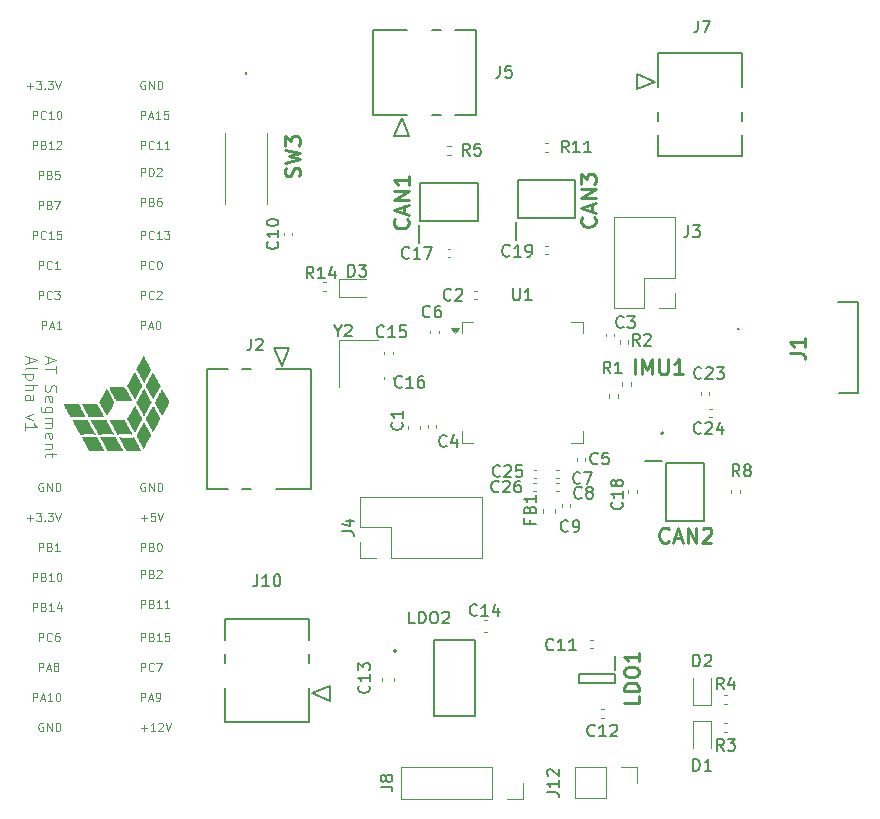
<source format=gbr>
%TF.GenerationSoftware,KiCad,Pcbnew,8.0.4*%
%TF.CreationDate,2024-08-28T23:49:55-07:00*%
%TF.ProjectId,Modubot,4d6f6475-626f-4742-9e6b-696361645f70,rev?*%
%TF.SameCoordinates,Original*%
%TF.FileFunction,Legend,Top*%
%TF.FilePolarity,Positive*%
%FSLAX46Y46*%
G04 Gerber Fmt 4.6, Leading zero omitted, Abs format (unit mm)*
G04 Created by KiCad (PCBNEW 8.0.4) date 2024-08-28 23:49:55*
%MOMM*%
%LPD*%
G01*
G04 APERTURE LIST*
%ADD10C,0.100000*%
%ADD11C,0.150000*%
%ADD12C,0.254000*%
%ADD13C,0.000000*%
%ADD14C,0.120000*%
%ADD15C,0.127000*%
%ADD16C,0.200000*%
%ADD17C,0.152400*%
G04 APERTURE END LIST*
D10*
X113529239Y-102364265D02*
X113529239Y-102840455D01*
X113243524Y-102269027D02*
X114243524Y-102602360D01*
X114243524Y-102602360D02*
X113243524Y-102935693D01*
X114243524Y-103126170D02*
X114243524Y-103697598D01*
X113243524Y-103411884D02*
X114243524Y-103411884D01*
X113291144Y-104745218D02*
X113243524Y-104888075D01*
X113243524Y-104888075D02*
X113243524Y-105126170D01*
X113243524Y-105126170D02*
X113291144Y-105221408D01*
X113291144Y-105221408D02*
X113338763Y-105269027D01*
X113338763Y-105269027D02*
X113434001Y-105316646D01*
X113434001Y-105316646D02*
X113529239Y-105316646D01*
X113529239Y-105316646D02*
X113624477Y-105269027D01*
X113624477Y-105269027D02*
X113672096Y-105221408D01*
X113672096Y-105221408D02*
X113719715Y-105126170D01*
X113719715Y-105126170D02*
X113767334Y-104935694D01*
X113767334Y-104935694D02*
X113814953Y-104840456D01*
X113814953Y-104840456D02*
X113862572Y-104792837D01*
X113862572Y-104792837D02*
X113957810Y-104745218D01*
X113957810Y-104745218D02*
X114053048Y-104745218D01*
X114053048Y-104745218D02*
X114148286Y-104792837D01*
X114148286Y-104792837D02*
X114195905Y-104840456D01*
X114195905Y-104840456D02*
X114243524Y-104935694D01*
X114243524Y-104935694D02*
X114243524Y-105173789D01*
X114243524Y-105173789D02*
X114195905Y-105316646D01*
X113291144Y-106126170D02*
X113243524Y-106030932D01*
X113243524Y-106030932D02*
X113243524Y-105840456D01*
X113243524Y-105840456D02*
X113291144Y-105745218D01*
X113291144Y-105745218D02*
X113386382Y-105697599D01*
X113386382Y-105697599D02*
X113767334Y-105697599D01*
X113767334Y-105697599D02*
X113862572Y-105745218D01*
X113862572Y-105745218D02*
X113910191Y-105840456D01*
X113910191Y-105840456D02*
X113910191Y-106030932D01*
X113910191Y-106030932D02*
X113862572Y-106126170D01*
X113862572Y-106126170D02*
X113767334Y-106173789D01*
X113767334Y-106173789D02*
X113672096Y-106173789D01*
X113672096Y-106173789D02*
X113576858Y-105697599D01*
X113910191Y-107030932D02*
X113100667Y-107030932D01*
X113100667Y-107030932D02*
X113005429Y-106983313D01*
X113005429Y-106983313D02*
X112957810Y-106935694D01*
X112957810Y-106935694D02*
X112910191Y-106840456D01*
X112910191Y-106840456D02*
X112910191Y-106697599D01*
X112910191Y-106697599D02*
X112957810Y-106602361D01*
X113291144Y-107030932D02*
X113243524Y-106935694D01*
X113243524Y-106935694D02*
X113243524Y-106745218D01*
X113243524Y-106745218D02*
X113291144Y-106649980D01*
X113291144Y-106649980D02*
X113338763Y-106602361D01*
X113338763Y-106602361D02*
X113434001Y-106554742D01*
X113434001Y-106554742D02*
X113719715Y-106554742D01*
X113719715Y-106554742D02*
X113814953Y-106602361D01*
X113814953Y-106602361D02*
X113862572Y-106649980D01*
X113862572Y-106649980D02*
X113910191Y-106745218D01*
X113910191Y-106745218D02*
X113910191Y-106935694D01*
X113910191Y-106935694D02*
X113862572Y-107030932D01*
X113243524Y-107507123D02*
X113910191Y-107507123D01*
X113814953Y-107507123D02*
X113862572Y-107554742D01*
X113862572Y-107554742D02*
X113910191Y-107649980D01*
X113910191Y-107649980D02*
X113910191Y-107792837D01*
X113910191Y-107792837D02*
X113862572Y-107888075D01*
X113862572Y-107888075D02*
X113767334Y-107935694D01*
X113767334Y-107935694D02*
X113243524Y-107935694D01*
X113767334Y-107935694D02*
X113862572Y-107983313D01*
X113862572Y-107983313D02*
X113910191Y-108078551D01*
X113910191Y-108078551D02*
X113910191Y-108221408D01*
X113910191Y-108221408D02*
X113862572Y-108316647D01*
X113862572Y-108316647D02*
X113767334Y-108364266D01*
X113767334Y-108364266D02*
X113243524Y-108364266D01*
X113291144Y-109221408D02*
X113243524Y-109126170D01*
X113243524Y-109126170D02*
X113243524Y-108935694D01*
X113243524Y-108935694D02*
X113291144Y-108840456D01*
X113291144Y-108840456D02*
X113386382Y-108792837D01*
X113386382Y-108792837D02*
X113767334Y-108792837D01*
X113767334Y-108792837D02*
X113862572Y-108840456D01*
X113862572Y-108840456D02*
X113910191Y-108935694D01*
X113910191Y-108935694D02*
X113910191Y-109126170D01*
X113910191Y-109126170D02*
X113862572Y-109221408D01*
X113862572Y-109221408D02*
X113767334Y-109269027D01*
X113767334Y-109269027D02*
X113672096Y-109269027D01*
X113672096Y-109269027D02*
X113576858Y-108792837D01*
X113910191Y-109697599D02*
X113243524Y-109697599D01*
X113814953Y-109697599D02*
X113862572Y-109745218D01*
X113862572Y-109745218D02*
X113910191Y-109840456D01*
X113910191Y-109840456D02*
X113910191Y-109983313D01*
X113910191Y-109983313D02*
X113862572Y-110078551D01*
X113862572Y-110078551D02*
X113767334Y-110126170D01*
X113767334Y-110126170D02*
X113243524Y-110126170D01*
X113910191Y-110459504D02*
X113910191Y-110840456D01*
X114243524Y-110602361D02*
X113386382Y-110602361D01*
X113386382Y-110602361D02*
X113291144Y-110649980D01*
X113291144Y-110649980D02*
X113243524Y-110745218D01*
X113243524Y-110745218D02*
X113243524Y-110840456D01*
X111919295Y-102364265D02*
X111919295Y-102840455D01*
X111633580Y-102269027D02*
X112633580Y-102602360D01*
X112633580Y-102602360D02*
X111633580Y-102935693D01*
X111633580Y-103411884D02*
X111681200Y-103316646D01*
X111681200Y-103316646D02*
X111776438Y-103269027D01*
X111776438Y-103269027D02*
X112633580Y-103269027D01*
X112300247Y-103792837D02*
X111300247Y-103792837D01*
X112252628Y-103792837D02*
X112300247Y-103888075D01*
X112300247Y-103888075D02*
X112300247Y-104078551D01*
X112300247Y-104078551D02*
X112252628Y-104173789D01*
X112252628Y-104173789D02*
X112205009Y-104221408D01*
X112205009Y-104221408D02*
X112109771Y-104269027D01*
X112109771Y-104269027D02*
X111824057Y-104269027D01*
X111824057Y-104269027D02*
X111728819Y-104221408D01*
X111728819Y-104221408D02*
X111681200Y-104173789D01*
X111681200Y-104173789D02*
X111633580Y-104078551D01*
X111633580Y-104078551D02*
X111633580Y-103888075D01*
X111633580Y-103888075D02*
X111681200Y-103792837D01*
X111633580Y-104697599D02*
X112633580Y-104697599D01*
X111633580Y-105126170D02*
X112157390Y-105126170D01*
X112157390Y-105126170D02*
X112252628Y-105078551D01*
X112252628Y-105078551D02*
X112300247Y-104983313D01*
X112300247Y-104983313D02*
X112300247Y-104840456D01*
X112300247Y-104840456D02*
X112252628Y-104745218D01*
X112252628Y-104745218D02*
X112205009Y-104697599D01*
X111633580Y-106030932D02*
X112157390Y-106030932D01*
X112157390Y-106030932D02*
X112252628Y-105983313D01*
X112252628Y-105983313D02*
X112300247Y-105888075D01*
X112300247Y-105888075D02*
X112300247Y-105697599D01*
X112300247Y-105697599D02*
X112252628Y-105602361D01*
X111681200Y-106030932D02*
X111633580Y-105935694D01*
X111633580Y-105935694D02*
X111633580Y-105697599D01*
X111633580Y-105697599D02*
X111681200Y-105602361D01*
X111681200Y-105602361D02*
X111776438Y-105554742D01*
X111776438Y-105554742D02*
X111871676Y-105554742D01*
X111871676Y-105554742D02*
X111966914Y-105602361D01*
X111966914Y-105602361D02*
X112014533Y-105697599D01*
X112014533Y-105697599D02*
X112014533Y-105935694D01*
X112014533Y-105935694D02*
X112062152Y-106030932D01*
X112300247Y-107173790D02*
X111633580Y-107411885D01*
X111633580Y-107411885D02*
X112300247Y-107649980D01*
X111633580Y-108554742D02*
X111633580Y-107983314D01*
X111633580Y-108269028D02*
X112633580Y-108269028D01*
X112633580Y-108269028D02*
X112490723Y-108173790D01*
X112490723Y-108173790D02*
X112395485Y-108078552D01*
X112395485Y-108078552D02*
X112347866Y-107983314D01*
X111738455Y-115974466D02*
X112271789Y-115974466D01*
X112005122Y-116241133D02*
X112005122Y-115707800D01*
X112538456Y-115541133D02*
X112971789Y-115541133D01*
X112971789Y-115541133D02*
X112738456Y-115807800D01*
X112738456Y-115807800D02*
X112838456Y-115807800D01*
X112838456Y-115807800D02*
X112905122Y-115841133D01*
X112905122Y-115841133D02*
X112938456Y-115874466D01*
X112938456Y-115874466D02*
X112971789Y-115941133D01*
X112971789Y-115941133D02*
X112971789Y-116107800D01*
X112971789Y-116107800D02*
X112938456Y-116174466D01*
X112938456Y-116174466D02*
X112905122Y-116207800D01*
X112905122Y-116207800D02*
X112838456Y-116241133D01*
X112838456Y-116241133D02*
X112638456Y-116241133D01*
X112638456Y-116241133D02*
X112571789Y-116207800D01*
X112571789Y-116207800D02*
X112538456Y-116174466D01*
X113271789Y-116174466D02*
X113305123Y-116207800D01*
X113305123Y-116207800D02*
X113271789Y-116241133D01*
X113271789Y-116241133D02*
X113238456Y-116207800D01*
X113238456Y-116207800D02*
X113271789Y-116174466D01*
X113271789Y-116174466D02*
X113271789Y-116241133D01*
X113538456Y-115541133D02*
X113971789Y-115541133D01*
X113971789Y-115541133D02*
X113738456Y-115807800D01*
X113738456Y-115807800D02*
X113838456Y-115807800D01*
X113838456Y-115807800D02*
X113905122Y-115841133D01*
X113905122Y-115841133D02*
X113938456Y-115874466D01*
X113938456Y-115874466D02*
X113971789Y-115941133D01*
X113971789Y-115941133D02*
X113971789Y-116107800D01*
X113971789Y-116107800D02*
X113938456Y-116174466D01*
X113938456Y-116174466D02*
X113905122Y-116207800D01*
X113905122Y-116207800D02*
X113838456Y-116241133D01*
X113838456Y-116241133D02*
X113638456Y-116241133D01*
X113638456Y-116241133D02*
X113571789Y-116207800D01*
X113571789Y-116207800D02*
X113538456Y-116174466D01*
X114171789Y-115541133D02*
X114405123Y-116241133D01*
X114405123Y-116241133D02*
X114638456Y-115541133D01*
X112246455Y-121321133D02*
X112246455Y-120621133D01*
X112246455Y-120621133D02*
X112513122Y-120621133D01*
X112513122Y-120621133D02*
X112579789Y-120654466D01*
X112579789Y-120654466D02*
X112613122Y-120687800D01*
X112613122Y-120687800D02*
X112646455Y-120754466D01*
X112646455Y-120754466D02*
X112646455Y-120854466D01*
X112646455Y-120854466D02*
X112613122Y-120921133D01*
X112613122Y-120921133D02*
X112579789Y-120954466D01*
X112579789Y-120954466D02*
X112513122Y-120987800D01*
X112513122Y-120987800D02*
X112246455Y-120987800D01*
X113179789Y-120954466D02*
X113279789Y-120987800D01*
X113279789Y-120987800D02*
X113313122Y-121021133D01*
X113313122Y-121021133D02*
X113346455Y-121087800D01*
X113346455Y-121087800D02*
X113346455Y-121187800D01*
X113346455Y-121187800D02*
X113313122Y-121254466D01*
X113313122Y-121254466D02*
X113279789Y-121287800D01*
X113279789Y-121287800D02*
X113213122Y-121321133D01*
X113213122Y-121321133D02*
X112946455Y-121321133D01*
X112946455Y-121321133D02*
X112946455Y-120621133D01*
X112946455Y-120621133D02*
X113179789Y-120621133D01*
X113179789Y-120621133D02*
X113246455Y-120654466D01*
X113246455Y-120654466D02*
X113279789Y-120687800D01*
X113279789Y-120687800D02*
X113313122Y-120754466D01*
X113313122Y-120754466D02*
X113313122Y-120821133D01*
X113313122Y-120821133D02*
X113279789Y-120887800D01*
X113279789Y-120887800D02*
X113246455Y-120921133D01*
X113246455Y-120921133D02*
X113179789Y-120954466D01*
X113179789Y-120954466D02*
X112946455Y-120954466D01*
X114013122Y-121321133D02*
X113613122Y-121321133D01*
X113813122Y-121321133D02*
X113813122Y-120621133D01*
X113813122Y-120621133D02*
X113746455Y-120721133D01*
X113746455Y-120721133D02*
X113679789Y-120787800D01*
X113679789Y-120787800D02*
X113613122Y-120821133D01*
X114446456Y-120621133D02*
X114513122Y-120621133D01*
X114513122Y-120621133D02*
X114579789Y-120654466D01*
X114579789Y-120654466D02*
X114613122Y-120687800D01*
X114613122Y-120687800D02*
X114646456Y-120754466D01*
X114646456Y-120754466D02*
X114679789Y-120887800D01*
X114679789Y-120887800D02*
X114679789Y-121054466D01*
X114679789Y-121054466D02*
X114646456Y-121187800D01*
X114646456Y-121187800D02*
X114613122Y-121254466D01*
X114613122Y-121254466D02*
X114579789Y-121287800D01*
X114579789Y-121287800D02*
X114513122Y-121321133D01*
X114513122Y-121321133D02*
X114446456Y-121321133D01*
X114446456Y-121321133D02*
X114379789Y-121287800D01*
X114379789Y-121287800D02*
X114346456Y-121254466D01*
X114346456Y-121254466D02*
X114313122Y-121187800D01*
X114313122Y-121187800D02*
X114279789Y-121054466D01*
X114279789Y-121054466D02*
X114279789Y-120887800D01*
X114279789Y-120887800D02*
X114313122Y-120754466D01*
X114313122Y-120754466D02*
X114346456Y-120687800D01*
X114346456Y-120687800D02*
X114379789Y-120654466D01*
X114379789Y-120654466D02*
X114446456Y-120621133D01*
X121390455Y-82205133D02*
X121390455Y-81505133D01*
X121390455Y-81505133D02*
X121657122Y-81505133D01*
X121657122Y-81505133D02*
X121723789Y-81538466D01*
X121723789Y-81538466D02*
X121757122Y-81571800D01*
X121757122Y-81571800D02*
X121790455Y-81638466D01*
X121790455Y-81638466D02*
X121790455Y-81738466D01*
X121790455Y-81738466D02*
X121757122Y-81805133D01*
X121757122Y-81805133D02*
X121723789Y-81838466D01*
X121723789Y-81838466D02*
X121657122Y-81871800D01*
X121657122Y-81871800D02*
X121390455Y-81871800D01*
X122057122Y-82005133D02*
X122390455Y-82005133D01*
X121990455Y-82205133D02*
X122223789Y-81505133D01*
X122223789Y-81505133D02*
X122457122Y-82205133D01*
X123057122Y-82205133D02*
X122657122Y-82205133D01*
X122857122Y-82205133D02*
X122857122Y-81505133D01*
X122857122Y-81505133D02*
X122790455Y-81605133D01*
X122790455Y-81605133D02*
X122723789Y-81671800D01*
X122723789Y-81671800D02*
X122657122Y-81705133D01*
X123690456Y-81505133D02*
X123357122Y-81505133D01*
X123357122Y-81505133D02*
X123323789Y-81838466D01*
X123323789Y-81838466D02*
X123357122Y-81805133D01*
X123357122Y-81805133D02*
X123423789Y-81771800D01*
X123423789Y-81771800D02*
X123590456Y-81771800D01*
X123590456Y-81771800D02*
X123657122Y-81805133D01*
X123657122Y-81805133D02*
X123690456Y-81838466D01*
X123690456Y-81838466D02*
X123723789Y-81905133D01*
X123723789Y-81905133D02*
X123723789Y-82071800D01*
X123723789Y-82071800D02*
X123690456Y-82138466D01*
X123690456Y-82138466D02*
X123657122Y-82171800D01*
X123657122Y-82171800D02*
X123590456Y-82205133D01*
X123590456Y-82205133D02*
X123423789Y-82205133D01*
X123423789Y-82205133D02*
X123357122Y-82171800D01*
X123357122Y-82171800D02*
X123323789Y-82138466D01*
X121390455Y-133754466D02*
X121923789Y-133754466D01*
X121657122Y-134021133D02*
X121657122Y-133487800D01*
X122623789Y-134021133D02*
X122223789Y-134021133D01*
X122423789Y-134021133D02*
X122423789Y-133321133D01*
X122423789Y-133321133D02*
X122357122Y-133421133D01*
X122357122Y-133421133D02*
X122290456Y-133487800D01*
X122290456Y-133487800D02*
X122223789Y-133521133D01*
X122890456Y-133387800D02*
X122923789Y-133354466D01*
X122923789Y-133354466D02*
X122990456Y-133321133D01*
X122990456Y-133321133D02*
X123157123Y-133321133D01*
X123157123Y-133321133D02*
X123223789Y-133354466D01*
X123223789Y-133354466D02*
X123257123Y-133387800D01*
X123257123Y-133387800D02*
X123290456Y-133454466D01*
X123290456Y-133454466D02*
X123290456Y-133521133D01*
X123290456Y-133521133D02*
X123257123Y-133621133D01*
X123257123Y-133621133D02*
X122857123Y-134021133D01*
X122857123Y-134021133D02*
X123290456Y-134021133D01*
X123490456Y-133321133D02*
X123723790Y-134021133D01*
X123723790Y-134021133D02*
X123957123Y-133321133D01*
X113121122Y-133354466D02*
X113054455Y-133321133D01*
X113054455Y-133321133D02*
X112954455Y-133321133D01*
X112954455Y-133321133D02*
X112854455Y-133354466D01*
X112854455Y-133354466D02*
X112787789Y-133421133D01*
X112787789Y-133421133D02*
X112754455Y-133487800D01*
X112754455Y-133487800D02*
X112721122Y-133621133D01*
X112721122Y-133621133D02*
X112721122Y-133721133D01*
X112721122Y-133721133D02*
X112754455Y-133854466D01*
X112754455Y-133854466D02*
X112787789Y-133921133D01*
X112787789Y-133921133D02*
X112854455Y-133987800D01*
X112854455Y-133987800D02*
X112954455Y-134021133D01*
X112954455Y-134021133D02*
X113021122Y-134021133D01*
X113021122Y-134021133D02*
X113121122Y-133987800D01*
X113121122Y-133987800D02*
X113154455Y-133954466D01*
X113154455Y-133954466D02*
X113154455Y-133721133D01*
X113154455Y-133721133D02*
X113021122Y-133721133D01*
X113454455Y-134021133D02*
X113454455Y-133321133D01*
X113454455Y-133321133D02*
X113854455Y-134021133D01*
X113854455Y-134021133D02*
X113854455Y-133321133D01*
X114187788Y-134021133D02*
X114187788Y-133321133D01*
X114187788Y-133321133D02*
X114354455Y-133321133D01*
X114354455Y-133321133D02*
X114454455Y-133354466D01*
X114454455Y-133354466D02*
X114521122Y-133421133D01*
X114521122Y-133421133D02*
X114554455Y-133487800D01*
X114554455Y-133487800D02*
X114587788Y-133621133D01*
X114587788Y-133621133D02*
X114587788Y-133721133D01*
X114587788Y-133721133D02*
X114554455Y-133854466D01*
X114554455Y-133854466D02*
X114521122Y-133921133D01*
X114521122Y-133921133D02*
X114454455Y-133987800D01*
X114454455Y-133987800D02*
X114354455Y-134021133D01*
X114354455Y-134021133D02*
X114187788Y-134021133D01*
X112246455Y-84745133D02*
X112246455Y-84045133D01*
X112246455Y-84045133D02*
X112513122Y-84045133D01*
X112513122Y-84045133D02*
X112579789Y-84078466D01*
X112579789Y-84078466D02*
X112613122Y-84111800D01*
X112613122Y-84111800D02*
X112646455Y-84178466D01*
X112646455Y-84178466D02*
X112646455Y-84278466D01*
X112646455Y-84278466D02*
X112613122Y-84345133D01*
X112613122Y-84345133D02*
X112579789Y-84378466D01*
X112579789Y-84378466D02*
X112513122Y-84411800D01*
X112513122Y-84411800D02*
X112246455Y-84411800D01*
X113179789Y-84378466D02*
X113279789Y-84411800D01*
X113279789Y-84411800D02*
X113313122Y-84445133D01*
X113313122Y-84445133D02*
X113346455Y-84511800D01*
X113346455Y-84511800D02*
X113346455Y-84611800D01*
X113346455Y-84611800D02*
X113313122Y-84678466D01*
X113313122Y-84678466D02*
X113279789Y-84711800D01*
X113279789Y-84711800D02*
X113213122Y-84745133D01*
X113213122Y-84745133D02*
X112946455Y-84745133D01*
X112946455Y-84745133D02*
X112946455Y-84045133D01*
X112946455Y-84045133D02*
X113179789Y-84045133D01*
X113179789Y-84045133D02*
X113246455Y-84078466D01*
X113246455Y-84078466D02*
X113279789Y-84111800D01*
X113279789Y-84111800D02*
X113313122Y-84178466D01*
X113313122Y-84178466D02*
X113313122Y-84245133D01*
X113313122Y-84245133D02*
X113279789Y-84311800D01*
X113279789Y-84311800D02*
X113246455Y-84345133D01*
X113246455Y-84345133D02*
X113179789Y-84378466D01*
X113179789Y-84378466D02*
X112946455Y-84378466D01*
X114013122Y-84745133D02*
X113613122Y-84745133D01*
X113813122Y-84745133D02*
X113813122Y-84045133D01*
X113813122Y-84045133D02*
X113746455Y-84145133D01*
X113746455Y-84145133D02*
X113679789Y-84211800D01*
X113679789Y-84211800D02*
X113613122Y-84245133D01*
X114279789Y-84111800D02*
X114313122Y-84078466D01*
X114313122Y-84078466D02*
X114379789Y-84045133D01*
X114379789Y-84045133D02*
X114546456Y-84045133D01*
X114546456Y-84045133D02*
X114613122Y-84078466D01*
X114613122Y-84078466D02*
X114646456Y-84111800D01*
X114646456Y-84111800D02*
X114679789Y-84178466D01*
X114679789Y-84178466D02*
X114679789Y-84245133D01*
X114679789Y-84245133D02*
X114646456Y-84345133D01*
X114646456Y-84345133D02*
X114246456Y-84745133D01*
X114246456Y-84745133D02*
X114679789Y-84745133D01*
X112754455Y-128941133D02*
X112754455Y-128241133D01*
X112754455Y-128241133D02*
X113021122Y-128241133D01*
X113021122Y-128241133D02*
X113087789Y-128274466D01*
X113087789Y-128274466D02*
X113121122Y-128307800D01*
X113121122Y-128307800D02*
X113154455Y-128374466D01*
X113154455Y-128374466D02*
X113154455Y-128474466D01*
X113154455Y-128474466D02*
X113121122Y-128541133D01*
X113121122Y-128541133D02*
X113087789Y-128574466D01*
X113087789Y-128574466D02*
X113021122Y-128607800D01*
X113021122Y-128607800D02*
X112754455Y-128607800D01*
X113421122Y-128741133D02*
X113754455Y-128741133D01*
X113354455Y-128941133D02*
X113587789Y-128241133D01*
X113587789Y-128241133D02*
X113821122Y-128941133D01*
X114154455Y-128541133D02*
X114087789Y-128507800D01*
X114087789Y-128507800D02*
X114054455Y-128474466D01*
X114054455Y-128474466D02*
X114021122Y-128407800D01*
X114021122Y-128407800D02*
X114021122Y-128374466D01*
X114021122Y-128374466D02*
X114054455Y-128307800D01*
X114054455Y-128307800D02*
X114087789Y-128274466D01*
X114087789Y-128274466D02*
X114154455Y-128241133D01*
X114154455Y-128241133D02*
X114287789Y-128241133D01*
X114287789Y-128241133D02*
X114354455Y-128274466D01*
X114354455Y-128274466D02*
X114387789Y-128307800D01*
X114387789Y-128307800D02*
X114421122Y-128374466D01*
X114421122Y-128374466D02*
X114421122Y-128407800D01*
X114421122Y-128407800D02*
X114387789Y-128474466D01*
X114387789Y-128474466D02*
X114354455Y-128507800D01*
X114354455Y-128507800D02*
X114287789Y-128541133D01*
X114287789Y-128541133D02*
X114154455Y-128541133D01*
X114154455Y-128541133D02*
X114087789Y-128574466D01*
X114087789Y-128574466D02*
X114054455Y-128607800D01*
X114054455Y-128607800D02*
X114021122Y-128674466D01*
X114021122Y-128674466D02*
X114021122Y-128807800D01*
X114021122Y-128807800D02*
X114054455Y-128874466D01*
X114054455Y-128874466D02*
X114087789Y-128907800D01*
X114087789Y-128907800D02*
X114154455Y-128941133D01*
X114154455Y-128941133D02*
X114287789Y-128941133D01*
X114287789Y-128941133D02*
X114354455Y-128907800D01*
X114354455Y-128907800D02*
X114387789Y-128874466D01*
X114387789Y-128874466D02*
X114421122Y-128807800D01*
X114421122Y-128807800D02*
X114421122Y-128674466D01*
X114421122Y-128674466D02*
X114387789Y-128607800D01*
X114387789Y-128607800D02*
X114354455Y-128574466D01*
X114354455Y-128574466D02*
X114287789Y-128541133D01*
X121390455Y-89571133D02*
X121390455Y-88871133D01*
X121390455Y-88871133D02*
X121657122Y-88871133D01*
X121657122Y-88871133D02*
X121723789Y-88904466D01*
X121723789Y-88904466D02*
X121757122Y-88937800D01*
X121757122Y-88937800D02*
X121790455Y-89004466D01*
X121790455Y-89004466D02*
X121790455Y-89104466D01*
X121790455Y-89104466D02*
X121757122Y-89171133D01*
X121757122Y-89171133D02*
X121723789Y-89204466D01*
X121723789Y-89204466D02*
X121657122Y-89237800D01*
X121657122Y-89237800D02*
X121390455Y-89237800D01*
X122323789Y-89204466D02*
X122423789Y-89237800D01*
X122423789Y-89237800D02*
X122457122Y-89271133D01*
X122457122Y-89271133D02*
X122490455Y-89337800D01*
X122490455Y-89337800D02*
X122490455Y-89437800D01*
X122490455Y-89437800D02*
X122457122Y-89504466D01*
X122457122Y-89504466D02*
X122423789Y-89537800D01*
X122423789Y-89537800D02*
X122357122Y-89571133D01*
X122357122Y-89571133D02*
X122090455Y-89571133D01*
X122090455Y-89571133D02*
X122090455Y-88871133D01*
X122090455Y-88871133D02*
X122323789Y-88871133D01*
X122323789Y-88871133D02*
X122390455Y-88904466D01*
X122390455Y-88904466D02*
X122423789Y-88937800D01*
X122423789Y-88937800D02*
X122457122Y-89004466D01*
X122457122Y-89004466D02*
X122457122Y-89071133D01*
X122457122Y-89071133D02*
X122423789Y-89137800D01*
X122423789Y-89137800D02*
X122390455Y-89171133D01*
X122390455Y-89171133D02*
X122323789Y-89204466D01*
X122323789Y-89204466D02*
X122090455Y-89204466D01*
X123090455Y-88871133D02*
X122957122Y-88871133D01*
X122957122Y-88871133D02*
X122890455Y-88904466D01*
X122890455Y-88904466D02*
X122857122Y-88937800D01*
X122857122Y-88937800D02*
X122790455Y-89037800D01*
X122790455Y-89037800D02*
X122757122Y-89171133D01*
X122757122Y-89171133D02*
X122757122Y-89437800D01*
X122757122Y-89437800D02*
X122790455Y-89504466D01*
X122790455Y-89504466D02*
X122823789Y-89537800D01*
X122823789Y-89537800D02*
X122890455Y-89571133D01*
X122890455Y-89571133D02*
X123023789Y-89571133D01*
X123023789Y-89571133D02*
X123090455Y-89537800D01*
X123090455Y-89537800D02*
X123123789Y-89504466D01*
X123123789Y-89504466D02*
X123157122Y-89437800D01*
X123157122Y-89437800D02*
X123157122Y-89271133D01*
X123157122Y-89271133D02*
X123123789Y-89204466D01*
X123123789Y-89204466D02*
X123090455Y-89171133D01*
X123090455Y-89171133D02*
X123023789Y-89137800D01*
X123023789Y-89137800D02*
X122890455Y-89137800D01*
X122890455Y-89137800D02*
X122823789Y-89171133D01*
X122823789Y-89171133D02*
X122790455Y-89204466D01*
X122790455Y-89204466D02*
X122757122Y-89271133D01*
X121390455Y-87031133D02*
X121390455Y-86331133D01*
X121390455Y-86331133D02*
X121657122Y-86331133D01*
X121657122Y-86331133D02*
X121723789Y-86364466D01*
X121723789Y-86364466D02*
X121757122Y-86397800D01*
X121757122Y-86397800D02*
X121790455Y-86464466D01*
X121790455Y-86464466D02*
X121790455Y-86564466D01*
X121790455Y-86564466D02*
X121757122Y-86631133D01*
X121757122Y-86631133D02*
X121723789Y-86664466D01*
X121723789Y-86664466D02*
X121657122Y-86697800D01*
X121657122Y-86697800D02*
X121390455Y-86697800D01*
X122090455Y-87031133D02*
X122090455Y-86331133D01*
X122090455Y-86331133D02*
X122257122Y-86331133D01*
X122257122Y-86331133D02*
X122357122Y-86364466D01*
X122357122Y-86364466D02*
X122423789Y-86431133D01*
X122423789Y-86431133D02*
X122457122Y-86497800D01*
X122457122Y-86497800D02*
X122490455Y-86631133D01*
X122490455Y-86631133D02*
X122490455Y-86731133D01*
X122490455Y-86731133D02*
X122457122Y-86864466D01*
X122457122Y-86864466D02*
X122423789Y-86931133D01*
X122423789Y-86931133D02*
X122357122Y-86997800D01*
X122357122Y-86997800D02*
X122257122Y-87031133D01*
X122257122Y-87031133D02*
X122090455Y-87031133D01*
X122757122Y-86397800D02*
X122790455Y-86364466D01*
X122790455Y-86364466D02*
X122857122Y-86331133D01*
X122857122Y-86331133D02*
X123023789Y-86331133D01*
X123023789Y-86331133D02*
X123090455Y-86364466D01*
X123090455Y-86364466D02*
X123123789Y-86397800D01*
X123123789Y-86397800D02*
X123157122Y-86464466D01*
X123157122Y-86464466D02*
X123157122Y-86531133D01*
X123157122Y-86531133D02*
X123123789Y-86631133D01*
X123123789Y-86631133D02*
X122723789Y-87031133D01*
X122723789Y-87031133D02*
X123157122Y-87031133D01*
X112754455Y-118781133D02*
X112754455Y-118081133D01*
X112754455Y-118081133D02*
X113021122Y-118081133D01*
X113021122Y-118081133D02*
X113087789Y-118114466D01*
X113087789Y-118114466D02*
X113121122Y-118147800D01*
X113121122Y-118147800D02*
X113154455Y-118214466D01*
X113154455Y-118214466D02*
X113154455Y-118314466D01*
X113154455Y-118314466D02*
X113121122Y-118381133D01*
X113121122Y-118381133D02*
X113087789Y-118414466D01*
X113087789Y-118414466D02*
X113021122Y-118447800D01*
X113021122Y-118447800D02*
X112754455Y-118447800D01*
X113687789Y-118414466D02*
X113787789Y-118447800D01*
X113787789Y-118447800D02*
X113821122Y-118481133D01*
X113821122Y-118481133D02*
X113854455Y-118547800D01*
X113854455Y-118547800D02*
X113854455Y-118647800D01*
X113854455Y-118647800D02*
X113821122Y-118714466D01*
X113821122Y-118714466D02*
X113787789Y-118747800D01*
X113787789Y-118747800D02*
X113721122Y-118781133D01*
X113721122Y-118781133D02*
X113454455Y-118781133D01*
X113454455Y-118781133D02*
X113454455Y-118081133D01*
X113454455Y-118081133D02*
X113687789Y-118081133D01*
X113687789Y-118081133D02*
X113754455Y-118114466D01*
X113754455Y-118114466D02*
X113787789Y-118147800D01*
X113787789Y-118147800D02*
X113821122Y-118214466D01*
X113821122Y-118214466D02*
X113821122Y-118281133D01*
X113821122Y-118281133D02*
X113787789Y-118347800D01*
X113787789Y-118347800D02*
X113754455Y-118381133D01*
X113754455Y-118381133D02*
X113687789Y-118414466D01*
X113687789Y-118414466D02*
X113454455Y-118414466D01*
X114521122Y-118781133D02*
X114121122Y-118781133D01*
X114321122Y-118781133D02*
X114321122Y-118081133D01*
X114321122Y-118081133D02*
X114254455Y-118181133D01*
X114254455Y-118181133D02*
X114187789Y-118247800D01*
X114187789Y-118247800D02*
X114121122Y-118281133D01*
X111738455Y-79398466D02*
X112271789Y-79398466D01*
X112005122Y-79665133D02*
X112005122Y-79131800D01*
X112538456Y-78965133D02*
X112971789Y-78965133D01*
X112971789Y-78965133D02*
X112738456Y-79231800D01*
X112738456Y-79231800D02*
X112838456Y-79231800D01*
X112838456Y-79231800D02*
X112905122Y-79265133D01*
X112905122Y-79265133D02*
X112938456Y-79298466D01*
X112938456Y-79298466D02*
X112971789Y-79365133D01*
X112971789Y-79365133D02*
X112971789Y-79531800D01*
X112971789Y-79531800D02*
X112938456Y-79598466D01*
X112938456Y-79598466D02*
X112905122Y-79631800D01*
X112905122Y-79631800D02*
X112838456Y-79665133D01*
X112838456Y-79665133D02*
X112638456Y-79665133D01*
X112638456Y-79665133D02*
X112571789Y-79631800D01*
X112571789Y-79631800D02*
X112538456Y-79598466D01*
X113271789Y-79598466D02*
X113305123Y-79631800D01*
X113305123Y-79631800D02*
X113271789Y-79665133D01*
X113271789Y-79665133D02*
X113238456Y-79631800D01*
X113238456Y-79631800D02*
X113271789Y-79598466D01*
X113271789Y-79598466D02*
X113271789Y-79665133D01*
X113538456Y-78965133D02*
X113971789Y-78965133D01*
X113971789Y-78965133D02*
X113738456Y-79231800D01*
X113738456Y-79231800D02*
X113838456Y-79231800D01*
X113838456Y-79231800D02*
X113905122Y-79265133D01*
X113905122Y-79265133D02*
X113938456Y-79298466D01*
X113938456Y-79298466D02*
X113971789Y-79365133D01*
X113971789Y-79365133D02*
X113971789Y-79531800D01*
X113971789Y-79531800D02*
X113938456Y-79598466D01*
X113938456Y-79598466D02*
X113905122Y-79631800D01*
X113905122Y-79631800D02*
X113838456Y-79665133D01*
X113838456Y-79665133D02*
X113638456Y-79665133D01*
X113638456Y-79665133D02*
X113571789Y-79631800D01*
X113571789Y-79631800D02*
X113538456Y-79598466D01*
X114171789Y-78965133D02*
X114405123Y-79665133D01*
X114405123Y-79665133D02*
X114638456Y-78965133D01*
X121757122Y-113034466D02*
X121690455Y-113001133D01*
X121690455Y-113001133D02*
X121590455Y-113001133D01*
X121590455Y-113001133D02*
X121490455Y-113034466D01*
X121490455Y-113034466D02*
X121423789Y-113101133D01*
X121423789Y-113101133D02*
X121390455Y-113167800D01*
X121390455Y-113167800D02*
X121357122Y-113301133D01*
X121357122Y-113301133D02*
X121357122Y-113401133D01*
X121357122Y-113401133D02*
X121390455Y-113534466D01*
X121390455Y-113534466D02*
X121423789Y-113601133D01*
X121423789Y-113601133D02*
X121490455Y-113667800D01*
X121490455Y-113667800D02*
X121590455Y-113701133D01*
X121590455Y-113701133D02*
X121657122Y-113701133D01*
X121657122Y-113701133D02*
X121757122Y-113667800D01*
X121757122Y-113667800D02*
X121790455Y-113634466D01*
X121790455Y-113634466D02*
X121790455Y-113401133D01*
X121790455Y-113401133D02*
X121657122Y-113401133D01*
X122090455Y-113701133D02*
X122090455Y-113001133D01*
X122090455Y-113001133D02*
X122490455Y-113701133D01*
X122490455Y-113701133D02*
X122490455Y-113001133D01*
X122823788Y-113701133D02*
X122823788Y-113001133D01*
X122823788Y-113001133D02*
X122990455Y-113001133D01*
X122990455Y-113001133D02*
X123090455Y-113034466D01*
X123090455Y-113034466D02*
X123157122Y-113101133D01*
X123157122Y-113101133D02*
X123190455Y-113167800D01*
X123190455Y-113167800D02*
X123223788Y-113301133D01*
X123223788Y-113301133D02*
X123223788Y-113401133D01*
X123223788Y-113401133D02*
X123190455Y-113534466D01*
X123190455Y-113534466D02*
X123157122Y-113601133D01*
X123157122Y-113601133D02*
X123090455Y-113667800D01*
X123090455Y-113667800D02*
X122990455Y-113701133D01*
X122990455Y-113701133D02*
X122823788Y-113701133D01*
X112754455Y-87285133D02*
X112754455Y-86585133D01*
X112754455Y-86585133D02*
X113021122Y-86585133D01*
X113021122Y-86585133D02*
X113087789Y-86618466D01*
X113087789Y-86618466D02*
X113121122Y-86651800D01*
X113121122Y-86651800D02*
X113154455Y-86718466D01*
X113154455Y-86718466D02*
X113154455Y-86818466D01*
X113154455Y-86818466D02*
X113121122Y-86885133D01*
X113121122Y-86885133D02*
X113087789Y-86918466D01*
X113087789Y-86918466D02*
X113021122Y-86951800D01*
X113021122Y-86951800D02*
X112754455Y-86951800D01*
X113687789Y-86918466D02*
X113787789Y-86951800D01*
X113787789Y-86951800D02*
X113821122Y-86985133D01*
X113821122Y-86985133D02*
X113854455Y-87051800D01*
X113854455Y-87051800D02*
X113854455Y-87151800D01*
X113854455Y-87151800D02*
X113821122Y-87218466D01*
X113821122Y-87218466D02*
X113787789Y-87251800D01*
X113787789Y-87251800D02*
X113721122Y-87285133D01*
X113721122Y-87285133D02*
X113454455Y-87285133D01*
X113454455Y-87285133D02*
X113454455Y-86585133D01*
X113454455Y-86585133D02*
X113687789Y-86585133D01*
X113687789Y-86585133D02*
X113754455Y-86618466D01*
X113754455Y-86618466D02*
X113787789Y-86651800D01*
X113787789Y-86651800D02*
X113821122Y-86718466D01*
X113821122Y-86718466D02*
X113821122Y-86785133D01*
X113821122Y-86785133D02*
X113787789Y-86851800D01*
X113787789Y-86851800D02*
X113754455Y-86885133D01*
X113754455Y-86885133D02*
X113687789Y-86918466D01*
X113687789Y-86918466D02*
X113454455Y-86918466D01*
X114487789Y-86585133D02*
X114154455Y-86585133D01*
X114154455Y-86585133D02*
X114121122Y-86918466D01*
X114121122Y-86918466D02*
X114154455Y-86885133D01*
X114154455Y-86885133D02*
X114221122Y-86851800D01*
X114221122Y-86851800D02*
X114387789Y-86851800D01*
X114387789Y-86851800D02*
X114454455Y-86885133D01*
X114454455Y-86885133D02*
X114487789Y-86918466D01*
X114487789Y-86918466D02*
X114521122Y-86985133D01*
X114521122Y-86985133D02*
X114521122Y-87151800D01*
X114521122Y-87151800D02*
X114487789Y-87218466D01*
X114487789Y-87218466D02*
X114454455Y-87251800D01*
X114454455Y-87251800D02*
X114387789Y-87285133D01*
X114387789Y-87285133D02*
X114221122Y-87285133D01*
X114221122Y-87285133D02*
X114154455Y-87251800D01*
X114154455Y-87251800D02*
X114121122Y-87218466D01*
X112754455Y-97445133D02*
X112754455Y-96745133D01*
X112754455Y-96745133D02*
X113021122Y-96745133D01*
X113021122Y-96745133D02*
X113087789Y-96778466D01*
X113087789Y-96778466D02*
X113121122Y-96811800D01*
X113121122Y-96811800D02*
X113154455Y-96878466D01*
X113154455Y-96878466D02*
X113154455Y-96978466D01*
X113154455Y-96978466D02*
X113121122Y-97045133D01*
X113121122Y-97045133D02*
X113087789Y-97078466D01*
X113087789Y-97078466D02*
X113021122Y-97111800D01*
X113021122Y-97111800D02*
X112754455Y-97111800D01*
X113854455Y-97378466D02*
X113821122Y-97411800D01*
X113821122Y-97411800D02*
X113721122Y-97445133D01*
X113721122Y-97445133D02*
X113654455Y-97445133D01*
X113654455Y-97445133D02*
X113554455Y-97411800D01*
X113554455Y-97411800D02*
X113487789Y-97345133D01*
X113487789Y-97345133D02*
X113454455Y-97278466D01*
X113454455Y-97278466D02*
X113421122Y-97145133D01*
X113421122Y-97145133D02*
X113421122Y-97045133D01*
X113421122Y-97045133D02*
X113454455Y-96911800D01*
X113454455Y-96911800D02*
X113487789Y-96845133D01*
X113487789Y-96845133D02*
X113554455Y-96778466D01*
X113554455Y-96778466D02*
X113654455Y-96745133D01*
X113654455Y-96745133D02*
X113721122Y-96745133D01*
X113721122Y-96745133D02*
X113821122Y-96778466D01*
X113821122Y-96778466D02*
X113854455Y-96811800D01*
X114087789Y-96745133D02*
X114521122Y-96745133D01*
X114521122Y-96745133D02*
X114287789Y-97011800D01*
X114287789Y-97011800D02*
X114387789Y-97011800D01*
X114387789Y-97011800D02*
X114454455Y-97045133D01*
X114454455Y-97045133D02*
X114487789Y-97078466D01*
X114487789Y-97078466D02*
X114521122Y-97145133D01*
X114521122Y-97145133D02*
X114521122Y-97311800D01*
X114521122Y-97311800D02*
X114487789Y-97378466D01*
X114487789Y-97378466D02*
X114454455Y-97411800D01*
X114454455Y-97411800D02*
X114387789Y-97445133D01*
X114387789Y-97445133D02*
X114187789Y-97445133D01*
X114187789Y-97445133D02*
X114121122Y-97411800D01*
X114121122Y-97411800D02*
X114087789Y-97378466D01*
X112246455Y-123861133D02*
X112246455Y-123161133D01*
X112246455Y-123161133D02*
X112513122Y-123161133D01*
X112513122Y-123161133D02*
X112579789Y-123194466D01*
X112579789Y-123194466D02*
X112613122Y-123227800D01*
X112613122Y-123227800D02*
X112646455Y-123294466D01*
X112646455Y-123294466D02*
X112646455Y-123394466D01*
X112646455Y-123394466D02*
X112613122Y-123461133D01*
X112613122Y-123461133D02*
X112579789Y-123494466D01*
X112579789Y-123494466D02*
X112513122Y-123527800D01*
X112513122Y-123527800D02*
X112246455Y-123527800D01*
X113179789Y-123494466D02*
X113279789Y-123527800D01*
X113279789Y-123527800D02*
X113313122Y-123561133D01*
X113313122Y-123561133D02*
X113346455Y-123627800D01*
X113346455Y-123627800D02*
X113346455Y-123727800D01*
X113346455Y-123727800D02*
X113313122Y-123794466D01*
X113313122Y-123794466D02*
X113279789Y-123827800D01*
X113279789Y-123827800D02*
X113213122Y-123861133D01*
X113213122Y-123861133D02*
X112946455Y-123861133D01*
X112946455Y-123861133D02*
X112946455Y-123161133D01*
X112946455Y-123161133D02*
X113179789Y-123161133D01*
X113179789Y-123161133D02*
X113246455Y-123194466D01*
X113246455Y-123194466D02*
X113279789Y-123227800D01*
X113279789Y-123227800D02*
X113313122Y-123294466D01*
X113313122Y-123294466D02*
X113313122Y-123361133D01*
X113313122Y-123361133D02*
X113279789Y-123427800D01*
X113279789Y-123427800D02*
X113246455Y-123461133D01*
X113246455Y-123461133D02*
X113179789Y-123494466D01*
X113179789Y-123494466D02*
X112946455Y-123494466D01*
X114013122Y-123861133D02*
X113613122Y-123861133D01*
X113813122Y-123861133D02*
X113813122Y-123161133D01*
X113813122Y-123161133D02*
X113746455Y-123261133D01*
X113746455Y-123261133D02*
X113679789Y-123327800D01*
X113679789Y-123327800D02*
X113613122Y-123361133D01*
X114613122Y-123394466D02*
X114613122Y-123861133D01*
X114446456Y-123127800D02*
X114279789Y-123627800D01*
X114279789Y-123627800D02*
X114713122Y-123627800D01*
X121390455Y-99985133D02*
X121390455Y-99285133D01*
X121390455Y-99285133D02*
X121657122Y-99285133D01*
X121657122Y-99285133D02*
X121723789Y-99318466D01*
X121723789Y-99318466D02*
X121757122Y-99351800D01*
X121757122Y-99351800D02*
X121790455Y-99418466D01*
X121790455Y-99418466D02*
X121790455Y-99518466D01*
X121790455Y-99518466D02*
X121757122Y-99585133D01*
X121757122Y-99585133D02*
X121723789Y-99618466D01*
X121723789Y-99618466D02*
X121657122Y-99651800D01*
X121657122Y-99651800D02*
X121390455Y-99651800D01*
X122057122Y-99785133D02*
X122390455Y-99785133D01*
X121990455Y-99985133D02*
X122223789Y-99285133D01*
X122223789Y-99285133D02*
X122457122Y-99985133D01*
X122823789Y-99285133D02*
X122890455Y-99285133D01*
X122890455Y-99285133D02*
X122957122Y-99318466D01*
X122957122Y-99318466D02*
X122990455Y-99351800D01*
X122990455Y-99351800D02*
X123023789Y-99418466D01*
X123023789Y-99418466D02*
X123057122Y-99551800D01*
X123057122Y-99551800D02*
X123057122Y-99718466D01*
X123057122Y-99718466D02*
X123023789Y-99851800D01*
X123023789Y-99851800D02*
X122990455Y-99918466D01*
X122990455Y-99918466D02*
X122957122Y-99951800D01*
X122957122Y-99951800D02*
X122890455Y-99985133D01*
X122890455Y-99985133D02*
X122823789Y-99985133D01*
X122823789Y-99985133D02*
X122757122Y-99951800D01*
X122757122Y-99951800D02*
X122723789Y-99918466D01*
X122723789Y-99918466D02*
X122690455Y-99851800D01*
X122690455Y-99851800D02*
X122657122Y-99718466D01*
X122657122Y-99718466D02*
X122657122Y-99551800D01*
X122657122Y-99551800D02*
X122690455Y-99418466D01*
X122690455Y-99418466D02*
X122723789Y-99351800D01*
X122723789Y-99351800D02*
X122757122Y-99318466D01*
X122757122Y-99318466D02*
X122823789Y-99285133D01*
X121757122Y-78998466D02*
X121690455Y-78965133D01*
X121690455Y-78965133D02*
X121590455Y-78965133D01*
X121590455Y-78965133D02*
X121490455Y-78998466D01*
X121490455Y-78998466D02*
X121423789Y-79065133D01*
X121423789Y-79065133D02*
X121390455Y-79131800D01*
X121390455Y-79131800D02*
X121357122Y-79265133D01*
X121357122Y-79265133D02*
X121357122Y-79365133D01*
X121357122Y-79365133D02*
X121390455Y-79498466D01*
X121390455Y-79498466D02*
X121423789Y-79565133D01*
X121423789Y-79565133D02*
X121490455Y-79631800D01*
X121490455Y-79631800D02*
X121590455Y-79665133D01*
X121590455Y-79665133D02*
X121657122Y-79665133D01*
X121657122Y-79665133D02*
X121757122Y-79631800D01*
X121757122Y-79631800D02*
X121790455Y-79598466D01*
X121790455Y-79598466D02*
X121790455Y-79365133D01*
X121790455Y-79365133D02*
X121657122Y-79365133D01*
X122090455Y-79665133D02*
X122090455Y-78965133D01*
X122090455Y-78965133D02*
X122490455Y-79665133D01*
X122490455Y-79665133D02*
X122490455Y-78965133D01*
X122823788Y-79665133D02*
X122823788Y-78965133D01*
X122823788Y-78965133D02*
X122990455Y-78965133D01*
X122990455Y-78965133D02*
X123090455Y-78998466D01*
X123090455Y-78998466D02*
X123157122Y-79065133D01*
X123157122Y-79065133D02*
X123190455Y-79131800D01*
X123190455Y-79131800D02*
X123223788Y-79265133D01*
X123223788Y-79265133D02*
X123223788Y-79365133D01*
X123223788Y-79365133D02*
X123190455Y-79498466D01*
X123190455Y-79498466D02*
X123157122Y-79565133D01*
X123157122Y-79565133D02*
X123090455Y-79631800D01*
X123090455Y-79631800D02*
X122990455Y-79665133D01*
X122990455Y-79665133D02*
X122823788Y-79665133D01*
X121390455Y-121067133D02*
X121390455Y-120367133D01*
X121390455Y-120367133D02*
X121657122Y-120367133D01*
X121657122Y-120367133D02*
X121723789Y-120400466D01*
X121723789Y-120400466D02*
X121757122Y-120433800D01*
X121757122Y-120433800D02*
X121790455Y-120500466D01*
X121790455Y-120500466D02*
X121790455Y-120600466D01*
X121790455Y-120600466D02*
X121757122Y-120667133D01*
X121757122Y-120667133D02*
X121723789Y-120700466D01*
X121723789Y-120700466D02*
X121657122Y-120733800D01*
X121657122Y-120733800D02*
X121390455Y-120733800D01*
X122323789Y-120700466D02*
X122423789Y-120733800D01*
X122423789Y-120733800D02*
X122457122Y-120767133D01*
X122457122Y-120767133D02*
X122490455Y-120833800D01*
X122490455Y-120833800D02*
X122490455Y-120933800D01*
X122490455Y-120933800D02*
X122457122Y-121000466D01*
X122457122Y-121000466D02*
X122423789Y-121033800D01*
X122423789Y-121033800D02*
X122357122Y-121067133D01*
X122357122Y-121067133D02*
X122090455Y-121067133D01*
X122090455Y-121067133D02*
X122090455Y-120367133D01*
X122090455Y-120367133D02*
X122323789Y-120367133D01*
X122323789Y-120367133D02*
X122390455Y-120400466D01*
X122390455Y-120400466D02*
X122423789Y-120433800D01*
X122423789Y-120433800D02*
X122457122Y-120500466D01*
X122457122Y-120500466D02*
X122457122Y-120567133D01*
X122457122Y-120567133D02*
X122423789Y-120633800D01*
X122423789Y-120633800D02*
X122390455Y-120667133D01*
X122390455Y-120667133D02*
X122323789Y-120700466D01*
X122323789Y-120700466D02*
X122090455Y-120700466D01*
X122757122Y-120433800D02*
X122790455Y-120400466D01*
X122790455Y-120400466D02*
X122857122Y-120367133D01*
X122857122Y-120367133D02*
X123023789Y-120367133D01*
X123023789Y-120367133D02*
X123090455Y-120400466D01*
X123090455Y-120400466D02*
X123123789Y-120433800D01*
X123123789Y-120433800D02*
X123157122Y-120500466D01*
X123157122Y-120500466D02*
X123157122Y-120567133D01*
X123157122Y-120567133D02*
X123123789Y-120667133D01*
X123123789Y-120667133D02*
X122723789Y-121067133D01*
X122723789Y-121067133D02*
X123157122Y-121067133D01*
X112754455Y-94905133D02*
X112754455Y-94205133D01*
X112754455Y-94205133D02*
X113021122Y-94205133D01*
X113021122Y-94205133D02*
X113087789Y-94238466D01*
X113087789Y-94238466D02*
X113121122Y-94271800D01*
X113121122Y-94271800D02*
X113154455Y-94338466D01*
X113154455Y-94338466D02*
X113154455Y-94438466D01*
X113154455Y-94438466D02*
X113121122Y-94505133D01*
X113121122Y-94505133D02*
X113087789Y-94538466D01*
X113087789Y-94538466D02*
X113021122Y-94571800D01*
X113021122Y-94571800D02*
X112754455Y-94571800D01*
X113854455Y-94838466D02*
X113821122Y-94871800D01*
X113821122Y-94871800D02*
X113721122Y-94905133D01*
X113721122Y-94905133D02*
X113654455Y-94905133D01*
X113654455Y-94905133D02*
X113554455Y-94871800D01*
X113554455Y-94871800D02*
X113487789Y-94805133D01*
X113487789Y-94805133D02*
X113454455Y-94738466D01*
X113454455Y-94738466D02*
X113421122Y-94605133D01*
X113421122Y-94605133D02*
X113421122Y-94505133D01*
X113421122Y-94505133D02*
X113454455Y-94371800D01*
X113454455Y-94371800D02*
X113487789Y-94305133D01*
X113487789Y-94305133D02*
X113554455Y-94238466D01*
X113554455Y-94238466D02*
X113654455Y-94205133D01*
X113654455Y-94205133D02*
X113721122Y-94205133D01*
X113721122Y-94205133D02*
X113821122Y-94238466D01*
X113821122Y-94238466D02*
X113854455Y-94271800D01*
X114521122Y-94905133D02*
X114121122Y-94905133D01*
X114321122Y-94905133D02*
X114321122Y-94205133D01*
X114321122Y-94205133D02*
X114254455Y-94305133D01*
X114254455Y-94305133D02*
X114187789Y-94371800D01*
X114187789Y-94371800D02*
X114121122Y-94405133D01*
X121390455Y-131481133D02*
X121390455Y-130781133D01*
X121390455Y-130781133D02*
X121657122Y-130781133D01*
X121657122Y-130781133D02*
X121723789Y-130814466D01*
X121723789Y-130814466D02*
X121757122Y-130847800D01*
X121757122Y-130847800D02*
X121790455Y-130914466D01*
X121790455Y-130914466D02*
X121790455Y-131014466D01*
X121790455Y-131014466D02*
X121757122Y-131081133D01*
X121757122Y-131081133D02*
X121723789Y-131114466D01*
X121723789Y-131114466D02*
X121657122Y-131147800D01*
X121657122Y-131147800D02*
X121390455Y-131147800D01*
X122057122Y-131281133D02*
X122390455Y-131281133D01*
X121990455Y-131481133D02*
X122223789Y-130781133D01*
X122223789Y-130781133D02*
X122457122Y-131481133D01*
X122723789Y-131481133D02*
X122857122Y-131481133D01*
X122857122Y-131481133D02*
X122923789Y-131447800D01*
X122923789Y-131447800D02*
X122957122Y-131414466D01*
X122957122Y-131414466D02*
X123023789Y-131314466D01*
X123023789Y-131314466D02*
X123057122Y-131181133D01*
X123057122Y-131181133D02*
X123057122Y-130914466D01*
X123057122Y-130914466D02*
X123023789Y-130847800D01*
X123023789Y-130847800D02*
X122990455Y-130814466D01*
X122990455Y-130814466D02*
X122923789Y-130781133D01*
X122923789Y-130781133D02*
X122790455Y-130781133D01*
X122790455Y-130781133D02*
X122723789Y-130814466D01*
X122723789Y-130814466D02*
X122690455Y-130847800D01*
X122690455Y-130847800D02*
X122657122Y-130914466D01*
X122657122Y-130914466D02*
X122657122Y-131081133D01*
X122657122Y-131081133D02*
X122690455Y-131147800D01*
X122690455Y-131147800D02*
X122723789Y-131181133D01*
X122723789Y-131181133D02*
X122790455Y-131214466D01*
X122790455Y-131214466D02*
X122923789Y-131214466D01*
X122923789Y-131214466D02*
X122990455Y-131181133D01*
X122990455Y-131181133D02*
X123023789Y-131147800D01*
X123023789Y-131147800D02*
X123057122Y-131081133D01*
X121390455Y-126401133D02*
X121390455Y-125701133D01*
X121390455Y-125701133D02*
X121657122Y-125701133D01*
X121657122Y-125701133D02*
X121723789Y-125734466D01*
X121723789Y-125734466D02*
X121757122Y-125767800D01*
X121757122Y-125767800D02*
X121790455Y-125834466D01*
X121790455Y-125834466D02*
X121790455Y-125934466D01*
X121790455Y-125934466D02*
X121757122Y-126001133D01*
X121757122Y-126001133D02*
X121723789Y-126034466D01*
X121723789Y-126034466D02*
X121657122Y-126067800D01*
X121657122Y-126067800D02*
X121390455Y-126067800D01*
X122323789Y-126034466D02*
X122423789Y-126067800D01*
X122423789Y-126067800D02*
X122457122Y-126101133D01*
X122457122Y-126101133D02*
X122490455Y-126167800D01*
X122490455Y-126167800D02*
X122490455Y-126267800D01*
X122490455Y-126267800D02*
X122457122Y-126334466D01*
X122457122Y-126334466D02*
X122423789Y-126367800D01*
X122423789Y-126367800D02*
X122357122Y-126401133D01*
X122357122Y-126401133D02*
X122090455Y-126401133D01*
X122090455Y-126401133D02*
X122090455Y-125701133D01*
X122090455Y-125701133D02*
X122323789Y-125701133D01*
X122323789Y-125701133D02*
X122390455Y-125734466D01*
X122390455Y-125734466D02*
X122423789Y-125767800D01*
X122423789Y-125767800D02*
X122457122Y-125834466D01*
X122457122Y-125834466D02*
X122457122Y-125901133D01*
X122457122Y-125901133D02*
X122423789Y-125967800D01*
X122423789Y-125967800D02*
X122390455Y-126001133D01*
X122390455Y-126001133D02*
X122323789Y-126034466D01*
X122323789Y-126034466D02*
X122090455Y-126034466D01*
X123157122Y-126401133D02*
X122757122Y-126401133D01*
X122957122Y-126401133D02*
X122957122Y-125701133D01*
X122957122Y-125701133D02*
X122890455Y-125801133D01*
X122890455Y-125801133D02*
X122823789Y-125867800D01*
X122823789Y-125867800D02*
X122757122Y-125901133D01*
X123790456Y-125701133D02*
X123457122Y-125701133D01*
X123457122Y-125701133D02*
X123423789Y-126034466D01*
X123423789Y-126034466D02*
X123457122Y-126001133D01*
X123457122Y-126001133D02*
X123523789Y-125967800D01*
X123523789Y-125967800D02*
X123690456Y-125967800D01*
X123690456Y-125967800D02*
X123757122Y-126001133D01*
X123757122Y-126001133D02*
X123790456Y-126034466D01*
X123790456Y-126034466D02*
X123823789Y-126101133D01*
X123823789Y-126101133D02*
X123823789Y-126267800D01*
X123823789Y-126267800D02*
X123790456Y-126334466D01*
X123790456Y-126334466D02*
X123757122Y-126367800D01*
X123757122Y-126367800D02*
X123690456Y-126401133D01*
X123690456Y-126401133D02*
X123523789Y-126401133D01*
X123523789Y-126401133D02*
X123457122Y-126367800D01*
X123457122Y-126367800D02*
X123423789Y-126334466D01*
X112754455Y-126401133D02*
X112754455Y-125701133D01*
X112754455Y-125701133D02*
X113021122Y-125701133D01*
X113021122Y-125701133D02*
X113087789Y-125734466D01*
X113087789Y-125734466D02*
X113121122Y-125767800D01*
X113121122Y-125767800D02*
X113154455Y-125834466D01*
X113154455Y-125834466D02*
X113154455Y-125934466D01*
X113154455Y-125934466D02*
X113121122Y-126001133D01*
X113121122Y-126001133D02*
X113087789Y-126034466D01*
X113087789Y-126034466D02*
X113021122Y-126067800D01*
X113021122Y-126067800D02*
X112754455Y-126067800D01*
X113854455Y-126334466D02*
X113821122Y-126367800D01*
X113821122Y-126367800D02*
X113721122Y-126401133D01*
X113721122Y-126401133D02*
X113654455Y-126401133D01*
X113654455Y-126401133D02*
X113554455Y-126367800D01*
X113554455Y-126367800D02*
X113487789Y-126301133D01*
X113487789Y-126301133D02*
X113454455Y-126234466D01*
X113454455Y-126234466D02*
X113421122Y-126101133D01*
X113421122Y-126101133D02*
X113421122Y-126001133D01*
X113421122Y-126001133D02*
X113454455Y-125867800D01*
X113454455Y-125867800D02*
X113487789Y-125801133D01*
X113487789Y-125801133D02*
X113554455Y-125734466D01*
X113554455Y-125734466D02*
X113654455Y-125701133D01*
X113654455Y-125701133D02*
X113721122Y-125701133D01*
X113721122Y-125701133D02*
X113821122Y-125734466D01*
X113821122Y-125734466D02*
X113854455Y-125767800D01*
X114454455Y-125701133D02*
X114321122Y-125701133D01*
X114321122Y-125701133D02*
X114254455Y-125734466D01*
X114254455Y-125734466D02*
X114221122Y-125767800D01*
X114221122Y-125767800D02*
X114154455Y-125867800D01*
X114154455Y-125867800D02*
X114121122Y-126001133D01*
X114121122Y-126001133D02*
X114121122Y-126267800D01*
X114121122Y-126267800D02*
X114154455Y-126334466D01*
X114154455Y-126334466D02*
X114187789Y-126367800D01*
X114187789Y-126367800D02*
X114254455Y-126401133D01*
X114254455Y-126401133D02*
X114387789Y-126401133D01*
X114387789Y-126401133D02*
X114454455Y-126367800D01*
X114454455Y-126367800D02*
X114487789Y-126334466D01*
X114487789Y-126334466D02*
X114521122Y-126267800D01*
X114521122Y-126267800D02*
X114521122Y-126101133D01*
X114521122Y-126101133D02*
X114487789Y-126034466D01*
X114487789Y-126034466D02*
X114454455Y-126001133D01*
X114454455Y-126001133D02*
X114387789Y-125967800D01*
X114387789Y-125967800D02*
X114254455Y-125967800D01*
X114254455Y-125967800D02*
X114187789Y-126001133D01*
X114187789Y-126001133D02*
X114154455Y-126034466D01*
X114154455Y-126034466D02*
X114121122Y-126101133D01*
X121390455Y-94905133D02*
X121390455Y-94205133D01*
X121390455Y-94205133D02*
X121657122Y-94205133D01*
X121657122Y-94205133D02*
X121723789Y-94238466D01*
X121723789Y-94238466D02*
X121757122Y-94271800D01*
X121757122Y-94271800D02*
X121790455Y-94338466D01*
X121790455Y-94338466D02*
X121790455Y-94438466D01*
X121790455Y-94438466D02*
X121757122Y-94505133D01*
X121757122Y-94505133D02*
X121723789Y-94538466D01*
X121723789Y-94538466D02*
X121657122Y-94571800D01*
X121657122Y-94571800D02*
X121390455Y-94571800D01*
X122490455Y-94838466D02*
X122457122Y-94871800D01*
X122457122Y-94871800D02*
X122357122Y-94905133D01*
X122357122Y-94905133D02*
X122290455Y-94905133D01*
X122290455Y-94905133D02*
X122190455Y-94871800D01*
X122190455Y-94871800D02*
X122123789Y-94805133D01*
X122123789Y-94805133D02*
X122090455Y-94738466D01*
X122090455Y-94738466D02*
X122057122Y-94605133D01*
X122057122Y-94605133D02*
X122057122Y-94505133D01*
X122057122Y-94505133D02*
X122090455Y-94371800D01*
X122090455Y-94371800D02*
X122123789Y-94305133D01*
X122123789Y-94305133D02*
X122190455Y-94238466D01*
X122190455Y-94238466D02*
X122290455Y-94205133D01*
X122290455Y-94205133D02*
X122357122Y-94205133D01*
X122357122Y-94205133D02*
X122457122Y-94238466D01*
X122457122Y-94238466D02*
X122490455Y-94271800D01*
X122923789Y-94205133D02*
X122990455Y-94205133D01*
X122990455Y-94205133D02*
X123057122Y-94238466D01*
X123057122Y-94238466D02*
X123090455Y-94271800D01*
X123090455Y-94271800D02*
X123123789Y-94338466D01*
X123123789Y-94338466D02*
X123157122Y-94471800D01*
X123157122Y-94471800D02*
X123157122Y-94638466D01*
X123157122Y-94638466D02*
X123123789Y-94771800D01*
X123123789Y-94771800D02*
X123090455Y-94838466D01*
X123090455Y-94838466D02*
X123057122Y-94871800D01*
X123057122Y-94871800D02*
X122990455Y-94905133D01*
X122990455Y-94905133D02*
X122923789Y-94905133D01*
X122923789Y-94905133D02*
X122857122Y-94871800D01*
X122857122Y-94871800D02*
X122823789Y-94838466D01*
X122823789Y-94838466D02*
X122790455Y-94771800D01*
X122790455Y-94771800D02*
X122757122Y-94638466D01*
X122757122Y-94638466D02*
X122757122Y-94471800D01*
X122757122Y-94471800D02*
X122790455Y-94338466D01*
X122790455Y-94338466D02*
X122823789Y-94271800D01*
X122823789Y-94271800D02*
X122857122Y-94238466D01*
X122857122Y-94238466D02*
X122923789Y-94205133D01*
X121390455Y-128941133D02*
X121390455Y-128241133D01*
X121390455Y-128241133D02*
X121657122Y-128241133D01*
X121657122Y-128241133D02*
X121723789Y-128274466D01*
X121723789Y-128274466D02*
X121757122Y-128307800D01*
X121757122Y-128307800D02*
X121790455Y-128374466D01*
X121790455Y-128374466D02*
X121790455Y-128474466D01*
X121790455Y-128474466D02*
X121757122Y-128541133D01*
X121757122Y-128541133D02*
X121723789Y-128574466D01*
X121723789Y-128574466D02*
X121657122Y-128607800D01*
X121657122Y-128607800D02*
X121390455Y-128607800D01*
X122490455Y-128874466D02*
X122457122Y-128907800D01*
X122457122Y-128907800D02*
X122357122Y-128941133D01*
X122357122Y-128941133D02*
X122290455Y-128941133D01*
X122290455Y-128941133D02*
X122190455Y-128907800D01*
X122190455Y-128907800D02*
X122123789Y-128841133D01*
X122123789Y-128841133D02*
X122090455Y-128774466D01*
X122090455Y-128774466D02*
X122057122Y-128641133D01*
X122057122Y-128641133D02*
X122057122Y-128541133D01*
X122057122Y-128541133D02*
X122090455Y-128407800D01*
X122090455Y-128407800D02*
X122123789Y-128341133D01*
X122123789Y-128341133D02*
X122190455Y-128274466D01*
X122190455Y-128274466D02*
X122290455Y-128241133D01*
X122290455Y-128241133D02*
X122357122Y-128241133D01*
X122357122Y-128241133D02*
X122457122Y-128274466D01*
X122457122Y-128274466D02*
X122490455Y-128307800D01*
X122723789Y-128241133D02*
X123190455Y-128241133D01*
X123190455Y-128241133D02*
X122890455Y-128941133D01*
X121390455Y-118781133D02*
X121390455Y-118081133D01*
X121390455Y-118081133D02*
X121657122Y-118081133D01*
X121657122Y-118081133D02*
X121723789Y-118114466D01*
X121723789Y-118114466D02*
X121757122Y-118147800D01*
X121757122Y-118147800D02*
X121790455Y-118214466D01*
X121790455Y-118214466D02*
X121790455Y-118314466D01*
X121790455Y-118314466D02*
X121757122Y-118381133D01*
X121757122Y-118381133D02*
X121723789Y-118414466D01*
X121723789Y-118414466D02*
X121657122Y-118447800D01*
X121657122Y-118447800D02*
X121390455Y-118447800D01*
X122323789Y-118414466D02*
X122423789Y-118447800D01*
X122423789Y-118447800D02*
X122457122Y-118481133D01*
X122457122Y-118481133D02*
X122490455Y-118547800D01*
X122490455Y-118547800D02*
X122490455Y-118647800D01*
X122490455Y-118647800D02*
X122457122Y-118714466D01*
X122457122Y-118714466D02*
X122423789Y-118747800D01*
X122423789Y-118747800D02*
X122357122Y-118781133D01*
X122357122Y-118781133D02*
X122090455Y-118781133D01*
X122090455Y-118781133D02*
X122090455Y-118081133D01*
X122090455Y-118081133D02*
X122323789Y-118081133D01*
X122323789Y-118081133D02*
X122390455Y-118114466D01*
X122390455Y-118114466D02*
X122423789Y-118147800D01*
X122423789Y-118147800D02*
X122457122Y-118214466D01*
X122457122Y-118214466D02*
X122457122Y-118281133D01*
X122457122Y-118281133D02*
X122423789Y-118347800D01*
X122423789Y-118347800D02*
X122390455Y-118381133D01*
X122390455Y-118381133D02*
X122323789Y-118414466D01*
X122323789Y-118414466D02*
X122090455Y-118414466D01*
X122923789Y-118081133D02*
X122990455Y-118081133D01*
X122990455Y-118081133D02*
X123057122Y-118114466D01*
X123057122Y-118114466D02*
X123090455Y-118147800D01*
X123090455Y-118147800D02*
X123123789Y-118214466D01*
X123123789Y-118214466D02*
X123157122Y-118347800D01*
X123157122Y-118347800D02*
X123157122Y-118514466D01*
X123157122Y-118514466D02*
X123123789Y-118647800D01*
X123123789Y-118647800D02*
X123090455Y-118714466D01*
X123090455Y-118714466D02*
X123057122Y-118747800D01*
X123057122Y-118747800D02*
X122990455Y-118781133D01*
X122990455Y-118781133D02*
X122923789Y-118781133D01*
X122923789Y-118781133D02*
X122857122Y-118747800D01*
X122857122Y-118747800D02*
X122823789Y-118714466D01*
X122823789Y-118714466D02*
X122790455Y-118647800D01*
X122790455Y-118647800D02*
X122757122Y-118514466D01*
X122757122Y-118514466D02*
X122757122Y-118347800D01*
X122757122Y-118347800D02*
X122790455Y-118214466D01*
X122790455Y-118214466D02*
X122823789Y-118147800D01*
X122823789Y-118147800D02*
X122857122Y-118114466D01*
X122857122Y-118114466D02*
X122923789Y-118081133D01*
X113121122Y-113034466D02*
X113054455Y-113001133D01*
X113054455Y-113001133D02*
X112954455Y-113001133D01*
X112954455Y-113001133D02*
X112854455Y-113034466D01*
X112854455Y-113034466D02*
X112787789Y-113101133D01*
X112787789Y-113101133D02*
X112754455Y-113167800D01*
X112754455Y-113167800D02*
X112721122Y-113301133D01*
X112721122Y-113301133D02*
X112721122Y-113401133D01*
X112721122Y-113401133D02*
X112754455Y-113534466D01*
X112754455Y-113534466D02*
X112787789Y-113601133D01*
X112787789Y-113601133D02*
X112854455Y-113667800D01*
X112854455Y-113667800D02*
X112954455Y-113701133D01*
X112954455Y-113701133D02*
X113021122Y-113701133D01*
X113021122Y-113701133D02*
X113121122Y-113667800D01*
X113121122Y-113667800D02*
X113154455Y-113634466D01*
X113154455Y-113634466D02*
X113154455Y-113401133D01*
X113154455Y-113401133D02*
X113021122Y-113401133D01*
X113454455Y-113701133D02*
X113454455Y-113001133D01*
X113454455Y-113001133D02*
X113854455Y-113701133D01*
X113854455Y-113701133D02*
X113854455Y-113001133D01*
X114187788Y-113701133D02*
X114187788Y-113001133D01*
X114187788Y-113001133D02*
X114354455Y-113001133D01*
X114354455Y-113001133D02*
X114454455Y-113034466D01*
X114454455Y-113034466D02*
X114521122Y-113101133D01*
X114521122Y-113101133D02*
X114554455Y-113167800D01*
X114554455Y-113167800D02*
X114587788Y-113301133D01*
X114587788Y-113301133D02*
X114587788Y-113401133D01*
X114587788Y-113401133D02*
X114554455Y-113534466D01*
X114554455Y-113534466D02*
X114521122Y-113601133D01*
X114521122Y-113601133D02*
X114454455Y-113667800D01*
X114454455Y-113667800D02*
X114354455Y-113701133D01*
X114354455Y-113701133D02*
X114187788Y-113701133D01*
X112246455Y-82205133D02*
X112246455Y-81505133D01*
X112246455Y-81505133D02*
X112513122Y-81505133D01*
X112513122Y-81505133D02*
X112579789Y-81538466D01*
X112579789Y-81538466D02*
X112613122Y-81571800D01*
X112613122Y-81571800D02*
X112646455Y-81638466D01*
X112646455Y-81638466D02*
X112646455Y-81738466D01*
X112646455Y-81738466D02*
X112613122Y-81805133D01*
X112613122Y-81805133D02*
X112579789Y-81838466D01*
X112579789Y-81838466D02*
X112513122Y-81871800D01*
X112513122Y-81871800D02*
X112246455Y-81871800D01*
X113346455Y-82138466D02*
X113313122Y-82171800D01*
X113313122Y-82171800D02*
X113213122Y-82205133D01*
X113213122Y-82205133D02*
X113146455Y-82205133D01*
X113146455Y-82205133D02*
X113046455Y-82171800D01*
X113046455Y-82171800D02*
X112979789Y-82105133D01*
X112979789Y-82105133D02*
X112946455Y-82038466D01*
X112946455Y-82038466D02*
X112913122Y-81905133D01*
X112913122Y-81905133D02*
X112913122Y-81805133D01*
X112913122Y-81805133D02*
X112946455Y-81671800D01*
X112946455Y-81671800D02*
X112979789Y-81605133D01*
X112979789Y-81605133D02*
X113046455Y-81538466D01*
X113046455Y-81538466D02*
X113146455Y-81505133D01*
X113146455Y-81505133D02*
X113213122Y-81505133D01*
X113213122Y-81505133D02*
X113313122Y-81538466D01*
X113313122Y-81538466D02*
X113346455Y-81571800D01*
X114013122Y-82205133D02*
X113613122Y-82205133D01*
X113813122Y-82205133D02*
X113813122Y-81505133D01*
X113813122Y-81505133D02*
X113746455Y-81605133D01*
X113746455Y-81605133D02*
X113679789Y-81671800D01*
X113679789Y-81671800D02*
X113613122Y-81705133D01*
X114446456Y-81505133D02*
X114513122Y-81505133D01*
X114513122Y-81505133D02*
X114579789Y-81538466D01*
X114579789Y-81538466D02*
X114613122Y-81571800D01*
X114613122Y-81571800D02*
X114646456Y-81638466D01*
X114646456Y-81638466D02*
X114679789Y-81771800D01*
X114679789Y-81771800D02*
X114679789Y-81938466D01*
X114679789Y-81938466D02*
X114646456Y-82071800D01*
X114646456Y-82071800D02*
X114613122Y-82138466D01*
X114613122Y-82138466D02*
X114579789Y-82171800D01*
X114579789Y-82171800D02*
X114513122Y-82205133D01*
X114513122Y-82205133D02*
X114446456Y-82205133D01*
X114446456Y-82205133D02*
X114379789Y-82171800D01*
X114379789Y-82171800D02*
X114346456Y-82138466D01*
X114346456Y-82138466D02*
X114313122Y-82071800D01*
X114313122Y-82071800D02*
X114279789Y-81938466D01*
X114279789Y-81938466D02*
X114279789Y-81771800D01*
X114279789Y-81771800D02*
X114313122Y-81638466D01*
X114313122Y-81638466D02*
X114346456Y-81571800D01*
X114346456Y-81571800D02*
X114379789Y-81538466D01*
X114379789Y-81538466D02*
X114446456Y-81505133D01*
X121390455Y-92365133D02*
X121390455Y-91665133D01*
X121390455Y-91665133D02*
X121657122Y-91665133D01*
X121657122Y-91665133D02*
X121723789Y-91698466D01*
X121723789Y-91698466D02*
X121757122Y-91731800D01*
X121757122Y-91731800D02*
X121790455Y-91798466D01*
X121790455Y-91798466D02*
X121790455Y-91898466D01*
X121790455Y-91898466D02*
X121757122Y-91965133D01*
X121757122Y-91965133D02*
X121723789Y-91998466D01*
X121723789Y-91998466D02*
X121657122Y-92031800D01*
X121657122Y-92031800D02*
X121390455Y-92031800D01*
X122490455Y-92298466D02*
X122457122Y-92331800D01*
X122457122Y-92331800D02*
X122357122Y-92365133D01*
X122357122Y-92365133D02*
X122290455Y-92365133D01*
X122290455Y-92365133D02*
X122190455Y-92331800D01*
X122190455Y-92331800D02*
X122123789Y-92265133D01*
X122123789Y-92265133D02*
X122090455Y-92198466D01*
X122090455Y-92198466D02*
X122057122Y-92065133D01*
X122057122Y-92065133D02*
X122057122Y-91965133D01*
X122057122Y-91965133D02*
X122090455Y-91831800D01*
X122090455Y-91831800D02*
X122123789Y-91765133D01*
X122123789Y-91765133D02*
X122190455Y-91698466D01*
X122190455Y-91698466D02*
X122290455Y-91665133D01*
X122290455Y-91665133D02*
X122357122Y-91665133D01*
X122357122Y-91665133D02*
X122457122Y-91698466D01*
X122457122Y-91698466D02*
X122490455Y-91731800D01*
X123157122Y-92365133D02*
X122757122Y-92365133D01*
X122957122Y-92365133D02*
X122957122Y-91665133D01*
X122957122Y-91665133D02*
X122890455Y-91765133D01*
X122890455Y-91765133D02*
X122823789Y-91831800D01*
X122823789Y-91831800D02*
X122757122Y-91865133D01*
X123390456Y-91665133D02*
X123823789Y-91665133D01*
X123823789Y-91665133D02*
X123590456Y-91931800D01*
X123590456Y-91931800D02*
X123690456Y-91931800D01*
X123690456Y-91931800D02*
X123757122Y-91965133D01*
X123757122Y-91965133D02*
X123790456Y-91998466D01*
X123790456Y-91998466D02*
X123823789Y-92065133D01*
X123823789Y-92065133D02*
X123823789Y-92231800D01*
X123823789Y-92231800D02*
X123790456Y-92298466D01*
X123790456Y-92298466D02*
X123757122Y-92331800D01*
X123757122Y-92331800D02*
X123690456Y-92365133D01*
X123690456Y-92365133D02*
X123490456Y-92365133D01*
X123490456Y-92365133D02*
X123423789Y-92331800D01*
X123423789Y-92331800D02*
X123390456Y-92298466D01*
X121390455Y-84745133D02*
X121390455Y-84045133D01*
X121390455Y-84045133D02*
X121657122Y-84045133D01*
X121657122Y-84045133D02*
X121723789Y-84078466D01*
X121723789Y-84078466D02*
X121757122Y-84111800D01*
X121757122Y-84111800D02*
X121790455Y-84178466D01*
X121790455Y-84178466D02*
X121790455Y-84278466D01*
X121790455Y-84278466D02*
X121757122Y-84345133D01*
X121757122Y-84345133D02*
X121723789Y-84378466D01*
X121723789Y-84378466D02*
X121657122Y-84411800D01*
X121657122Y-84411800D02*
X121390455Y-84411800D01*
X122490455Y-84678466D02*
X122457122Y-84711800D01*
X122457122Y-84711800D02*
X122357122Y-84745133D01*
X122357122Y-84745133D02*
X122290455Y-84745133D01*
X122290455Y-84745133D02*
X122190455Y-84711800D01*
X122190455Y-84711800D02*
X122123789Y-84645133D01*
X122123789Y-84645133D02*
X122090455Y-84578466D01*
X122090455Y-84578466D02*
X122057122Y-84445133D01*
X122057122Y-84445133D02*
X122057122Y-84345133D01*
X122057122Y-84345133D02*
X122090455Y-84211800D01*
X122090455Y-84211800D02*
X122123789Y-84145133D01*
X122123789Y-84145133D02*
X122190455Y-84078466D01*
X122190455Y-84078466D02*
X122290455Y-84045133D01*
X122290455Y-84045133D02*
X122357122Y-84045133D01*
X122357122Y-84045133D02*
X122457122Y-84078466D01*
X122457122Y-84078466D02*
X122490455Y-84111800D01*
X123157122Y-84745133D02*
X122757122Y-84745133D01*
X122957122Y-84745133D02*
X122957122Y-84045133D01*
X122957122Y-84045133D02*
X122890455Y-84145133D01*
X122890455Y-84145133D02*
X122823789Y-84211800D01*
X122823789Y-84211800D02*
X122757122Y-84245133D01*
X123823789Y-84745133D02*
X123423789Y-84745133D01*
X123623789Y-84745133D02*
X123623789Y-84045133D01*
X123623789Y-84045133D02*
X123557122Y-84145133D01*
X123557122Y-84145133D02*
X123490456Y-84211800D01*
X123490456Y-84211800D02*
X123423789Y-84245133D01*
X121390455Y-97445133D02*
X121390455Y-96745133D01*
X121390455Y-96745133D02*
X121657122Y-96745133D01*
X121657122Y-96745133D02*
X121723789Y-96778466D01*
X121723789Y-96778466D02*
X121757122Y-96811800D01*
X121757122Y-96811800D02*
X121790455Y-96878466D01*
X121790455Y-96878466D02*
X121790455Y-96978466D01*
X121790455Y-96978466D02*
X121757122Y-97045133D01*
X121757122Y-97045133D02*
X121723789Y-97078466D01*
X121723789Y-97078466D02*
X121657122Y-97111800D01*
X121657122Y-97111800D02*
X121390455Y-97111800D01*
X122490455Y-97378466D02*
X122457122Y-97411800D01*
X122457122Y-97411800D02*
X122357122Y-97445133D01*
X122357122Y-97445133D02*
X122290455Y-97445133D01*
X122290455Y-97445133D02*
X122190455Y-97411800D01*
X122190455Y-97411800D02*
X122123789Y-97345133D01*
X122123789Y-97345133D02*
X122090455Y-97278466D01*
X122090455Y-97278466D02*
X122057122Y-97145133D01*
X122057122Y-97145133D02*
X122057122Y-97045133D01*
X122057122Y-97045133D02*
X122090455Y-96911800D01*
X122090455Y-96911800D02*
X122123789Y-96845133D01*
X122123789Y-96845133D02*
X122190455Y-96778466D01*
X122190455Y-96778466D02*
X122290455Y-96745133D01*
X122290455Y-96745133D02*
X122357122Y-96745133D01*
X122357122Y-96745133D02*
X122457122Y-96778466D01*
X122457122Y-96778466D02*
X122490455Y-96811800D01*
X122757122Y-96811800D02*
X122790455Y-96778466D01*
X122790455Y-96778466D02*
X122857122Y-96745133D01*
X122857122Y-96745133D02*
X123023789Y-96745133D01*
X123023789Y-96745133D02*
X123090455Y-96778466D01*
X123090455Y-96778466D02*
X123123789Y-96811800D01*
X123123789Y-96811800D02*
X123157122Y-96878466D01*
X123157122Y-96878466D02*
X123157122Y-96945133D01*
X123157122Y-96945133D02*
X123123789Y-97045133D01*
X123123789Y-97045133D02*
X122723789Y-97445133D01*
X122723789Y-97445133D02*
X123157122Y-97445133D01*
X121390455Y-123607133D02*
X121390455Y-122907133D01*
X121390455Y-122907133D02*
X121657122Y-122907133D01*
X121657122Y-122907133D02*
X121723789Y-122940466D01*
X121723789Y-122940466D02*
X121757122Y-122973800D01*
X121757122Y-122973800D02*
X121790455Y-123040466D01*
X121790455Y-123040466D02*
X121790455Y-123140466D01*
X121790455Y-123140466D02*
X121757122Y-123207133D01*
X121757122Y-123207133D02*
X121723789Y-123240466D01*
X121723789Y-123240466D02*
X121657122Y-123273800D01*
X121657122Y-123273800D02*
X121390455Y-123273800D01*
X122323789Y-123240466D02*
X122423789Y-123273800D01*
X122423789Y-123273800D02*
X122457122Y-123307133D01*
X122457122Y-123307133D02*
X122490455Y-123373800D01*
X122490455Y-123373800D02*
X122490455Y-123473800D01*
X122490455Y-123473800D02*
X122457122Y-123540466D01*
X122457122Y-123540466D02*
X122423789Y-123573800D01*
X122423789Y-123573800D02*
X122357122Y-123607133D01*
X122357122Y-123607133D02*
X122090455Y-123607133D01*
X122090455Y-123607133D02*
X122090455Y-122907133D01*
X122090455Y-122907133D02*
X122323789Y-122907133D01*
X122323789Y-122907133D02*
X122390455Y-122940466D01*
X122390455Y-122940466D02*
X122423789Y-122973800D01*
X122423789Y-122973800D02*
X122457122Y-123040466D01*
X122457122Y-123040466D02*
X122457122Y-123107133D01*
X122457122Y-123107133D02*
X122423789Y-123173800D01*
X122423789Y-123173800D02*
X122390455Y-123207133D01*
X122390455Y-123207133D02*
X122323789Y-123240466D01*
X122323789Y-123240466D02*
X122090455Y-123240466D01*
X123157122Y-123607133D02*
X122757122Y-123607133D01*
X122957122Y-123607133D02*
X122957122Y-122907133D01*
X122957122Y-122907133D02*
X122890455Y-123007133D01*
X122890455Y-123007133D02*
X122823789Y-123073800D01*
X122823789Y-123073800D02*
X122757122Y-123107133D01*
X123823789Y-123607133D02*
X123423789Y-123607133D01*
X123623789Y-123607133D02*
X123623789Y-122907133D01*
X123623789Y-122907133D02*
X123557122Y-123007133D01*
X123557122Y-123007133D02*
X123490456Y-123073800D01*
X123490456Y-123073800D02*
X123423789Y-123107133D01*
X112754455Y-89825133D02*
X112754455Y-89125133D01*
X112754455Y-89125133D02*
X113021122Y-89125133D01*
X113021122Y-89125133D02*
X113087789Y-89158466D01*
X113087789Y-89158466D02*
X113121122Y-89191800D01*
X113121122Y-89191800D02*
X113154455Y-89258466D01*
X113154455Y-89258466D02*
X113154455Y-89358466D01*
X113154455Y-89358466D02*
X113121122Y-89425133D01*
X113121122Y-89425133D02*
X113087789Y-89458466D01*
X113087789Y-89458466D02*
X113021122Y-89491800D01*
X113021122Y-89491800D02*
X112754455Y-89491800D01*
X113687789Y-89458466D02*
X113787789Y-89491800D01*
X113787789Y-89491800D02*
X113821122Y-89525133D01*
X113821122Y-89525133D02*
X113854455Y-89591800D01*
X113854455Y-89591800D02*
X113854455Y-89691800D01*
X113854455Y-89691800D02*
X113821122Y-89758466D01*
X113821122Y-89758466D02*
X113787789Y-89791800D01*
X113787789Y-89791800D02*
X113721122Y-89825133D01*
X113721122Y-89825133D02*
X113454455Y-89825133D01*
X113454455Y-89825133D02*
X113454455Y-89125133D01*
X113454455Y-89125133D02*
X113687789Y-89125133D01*
X113687789Y-89125133D02*
X113754455Y-89158466D01*
X113754455Y-89158466D02*
X113787789Y-89191800D01*
X113787789Y-89191800D02*
X113821122Y-89258466D01*
X113821122Y-89258466D02*
X113821122Y-89325133D01*
X113821122Y-89325133D02*
X113787789Y-89391800D01*
X113787789Y-89391800D02*
X113754455Y-89425133D01*
X113754455Y-89425133D02*
X113687789Y-89458466D01*
X113687789Y-89458466D02*
X113454455Y-89458466D01*
X114087789Y-89125133D02*
X114554455Y-89125133D01*
X114554455Y-89125133D02*
X114254455Y-89825133D01*
X112246455Y-131481133D02*
X112246455Y-130781133D01*
X112246455Y-130781133D02*
X112513122Y-130781133D01*
X112513122Y-130781133D02*
X112579789Y-130814466D01*
X112579789Y-130814466D02*
X112613122Y-130847800D01*
X112613122Y-130847800D02*
X112646455Y-130914466D01*
X112646455Y-130914466D02*
X112646455Y-131014466D01*
X112646455Y-131014466D02*
X112613122Y-131081133D01*
X112613122Y-131081133D02*
X112579789Y-131114466D01*
X112579789Y-131114466D02*
X112513122Y-131147800D01*
X112513122Y-131147800D02*
X112246455Y-131147800D01*
X112913122Y-131281133D02*
X113246455Y-131281133D01*
X112846455Y-131481133D02*
X113079789Y-130781133D01*
X113079789Y-130781133D02*
X113313122Y-131481133D01*
X113913122Y-131481133D02*
X113513122Y-131481133D01*
X113713122Y-131481133D02*
X113713122Y-130781133D01*
X113713122Y-130781133D02*
X113646455Y-130881133D01*
X113646455Y-130881133D02*
X113579789Y-130947800D01*
X113579789Y-130947800D02*
X113513122Y-130981133D01*
X114346456Y-130781133D02*
X114413122Y-130781133D01*
X114413122Y-130781133D02*
X114479789Y-130814466D01*
X114479789Y-130814466D02*
X114513122Y-130847800D01*
X114513122Y-130847800D02*
X114546456Y-130914466D01*
X114546456Y-130914466D02*
X114579789Y-131047800D01*
X114579789Y-131047800D02*
X114579789Y-131214466D01*
X114579789Y-131214466D02*
X114546456Y-131347800D01*
X114546456Y-131347800D02*
X114513122Y-131414466D01*
X114513122Y-131414466D02*
X114479789Y-131447800D01*
X114479789Y-131447800D02*
X114413122Y-131481133D01*
X114413122Y-131481133D02*
X114346456Y-131481133D01*
X114346456Y-131481133D02*
X114279789Y-131447800D01*
X114279789Y-131447800D02*
X114246456Y-131414466D01*
X114246456Y-131414466D02*
X114213122Y-131347800D01*
X114213122Y-131347800D02*
X114179789Y-131214466D01*
X114179789Y-131214466D02*
X114179789Y-131047800D01*
X114179789Y-131047800D02*
X114213122Y-130914466D01*
X114213122Y-130914466D02*
X114246456Y-130847800D01*
X114246456Y-130847800D02*
X114279789Y-130814466D01*
X114279789Y-130814466D02*
X114346456Y-130781133D01*
X112246455Y-92365133D02*
X112246455Y-91665133D01*
X112246455Y-91665133D02*
X112513122Y-91665133D01*
X112513122Y-91665133D02*
X112579789Y-91698466D01*
X112579789Y-91698466D02*
X112613122Y-91731800D01*
X112613122Y-91731800D02*
X112646455Y-91798466D01*
X112646455Y-91798466D02*
X112646455Y-91898466D01*
X112646455Y-91898466D02*
X112613122Y-91965133D01*
X112613122Y-91965133D02*
X112579789Y-91998466D01*
X112579789Y-91998466D02*
X112513122Y-92031800D01*
X112513122Y-92031800D02*
X112246455Y-92031800D01*
X113346455Y-92298466D02*
X113313122Y-92331800D01*
X113313122Y-92331800D02*
X113213122Y-92365133D01*
X113213122Y-92365133D02*
X113146455Y-92365133D01*
X113146455Y-92365133D02*
X113046455Y-92331800D01*
X113046455Y-92331800D02*
X112979789Y-92265133D01*
X112979789Y-92265133D02*
X112946455Y-92198466D01*
X112946455Y-92198466D02*
X112913122Y-92065133D01*
X112913122Y-92065133D02*
X112913122Y-91965133D01*
X112913122Y-91965133D02*
X112946455Y-91831800D01*
X112946455Y-91831800D02*
X112979789Y-91765133D01*
X112979789Y-91765133D02*
X113046455Y-91698466D01*
X113046455Y-91698466D02*
X113146455Y-91665133D01*
X113146455Y-91665133D02*
X113213122Y-91665133D01*
X113213122Y-91665133D02*
X113313122Y-91698466D01*
X113313122Y-91698466D02*
X113346455Y-91731800D01*
X114013122Y-92365133D02*
X113613122Y-92365133D01*
X113813122Y-92365133D02*
X113813122Y-91665133D01*
X113813122Y-91665133D02*
X113746455Y-91765133D01*
X113746455Y-91765133D02*
X113679789Y-91831800D01*
X113679789Y-91831800D02*
X113613122Y-91865133D01*
X114646456Y-91665133D02*
X114313122Y-91665133D01*
X114313122Y-91665133D02*
X114279789Y-91998466D01*
X114279789Y-91998466D02*
X114313122Y-91965133D01*
X114313122Y-91965133D02*
X114379789Y-91931800D01*
X114379789Y-91931800D02*
X114546456Y-91931800D01*
X114546456Y-91931800D02*
X114613122Y-91965133D01*
X114613122Y-91965133D02*
X114646456Y-91998466D01*
X114646456Y-91998466D02*
X114679789Y-92065133D01*
X114679789Y-92065133D02*
X114679789Y-92231800D01*
X114679789Y-92231800D02*
X114646456Y-92298466D01*
X114646456Y-92298466D02*
X114613122Y-92331800D01*
X114613122Y-92331800D02*
X114546456Y-92365133D01*
X114546456Y-92365133D02*
X114379789Y-92365133D01*
X114379789Y-92365133D02*
X114313122Y-92331800D01*
X114313122Y-92331800D02*
X114279789Y-92298466D01*
X113008455Y-99985133D02*
X113008455Y-99285133D01*
X113008455Y-99285133D02*
X113275122Y-99285133D01*
X113275122Y-99285133D02*
X113341789Y-99318466D01*
X113341789Y-99318466D02*
X113375122Y-99351800D01*
X113375122Y-99351800D02*
X113408455Y-99418466D01*
X113408455Y-99418466D02*
X113408455Y-99518466D01*
X113408455Y-99518466D02*
X113375122Y-99585133D01*
X113375122Y-99585133D02*
X113341789Y-99618466D01*
X113341789Y-99618466D02*
X113275122Y-99651800D01*
X113275122Y-99651800D02*
X113008455Y-99651800D01*
X113675122Y-99785133D02*
X114008455Y-99785133D01*
X113608455Y-99985133D02*
X113841789Y-99285133D01*
X113841789Y-99285133D02*
X114075122Y-99985133D01*
X114675122Y-99985133D02*
X114275122Y-99985133D01*
X114475122Y-99985133D02*
X114475122Y-99285133D01*
X114475122Y-99285133D02*
X114408455Y-99385133D01*
X114408455Y-99385133D02*
X114341789Y-99451800D01*
X114341789Y-99451800D02*
X114275122Y-99485133D01*
X121390455Y-115974466D02*
X121923789Y-115974466D01*
X121657122Y-116241133D02*
X121657122Y-115707800D01*
X122590456Y-115541133D02*
X122257122Y-115541133D01*
X122257122Y-115541133D02*
X122223789Y-115874466D01*
X122223789Y-115874466D02*
X122257122Y-115841133D01*
X122257122Y-115841133D02*
X122323789Y-115807800D01*
X122323789Y-115807800D02*
X122490456Y-115807800D01*
X122490456Y-115807800D02*
X122557122Y-115841133D01*
X122557122Y-115841133D02*
X122590456Y-115874466D01*
X122590456Y-115874466D02*
X122623789Y-115941133D01*
X122623789Y-115941133D02*
X122623789Y-116107800D01*
X122623789Y-116107800D02*
X122590456Y-116174466D01*
X122590456Y-116174466D02*
X122557122Y-116207800D01*
X122557122Y-116207800D02*
X122490456Y-116241133D01*
X122490456Y-116241133D02*
X122323789Y-116241133D01*
X122323789Y-116241133D02*
X122257122Y-116207800D01*
X122257122Y-116207800D02*
X122223789Y-116174466D01*
X122823789Y-115541133D02*
X123057123Y-116241133D01*
X123057123Y-116241133D02*
X123290456Y-115541133D01*
D11*
X138961905Y-95544819D02*
X138961905Y-94544819D01*
X138961905Y-94544819D02*
X139200000Y-94544819D01*
X139200000Y-94544819D02*
X139342857Y-94592438D01*
X139342857Y-94592438D02*
X139438095Y-94687676D01*
X139438095Y-94687676D02*
X139485714Y-94782914D01*
X139485714Y-94782914D02*
X139533333Y-94973390D01*
X139533333Y-94973390D02*
X139533333Y-95116247D01*
X139533333Y-95116247D02*
X139485714Y-95306723D01*
X139485714Y-95306723D02*
X139438095Y-95401961D01*
X139438095Y-95401961D02*
X139342857Y-95497200D01*
X139342857Y-95497200D02*
X139200000Y-95544819D01*
X139200000Y-95544819D02*
X138961905Y-95544819D01*
X139866667Y-94544819D02*
X140485714Y-94544819D01*
X140485714Y-94544819D02*
X140152381Y-94925771D01*
X140152381Y-94925771D02*
X140295238Y-94925771D01*
X140295238Y-94925771D02*
X140390476Y-94973390D01*
X140390476Y-94973390D02*
X140438095Y-95021009D01*
X140438095Y-95021009D02*
X140485714Y-95116247D01*
X140485714Y-95116247D02*
X140485714Y-95354342D01*
X140485714Y-95354342D02*
X140438095Y-95449580D01*
X140438095Y-95449580D02*
X140390476Y-95497200D01*
X140390476Y-95497200D02*
X140295238Y-95544819D01*
X140295238Y-95544819D02*
X140009524Y-95544819D01*
X140009524Y-95544819D02*
X139914286Y-95497200D01*
X139914286Y-95497200D02*
X139866667Y-95449580D01*
X143502142Y-104855180D02*
X143454523Y-104902800D01*
X143454523Y-104902800D02*
X143311666Y-104950419D01*
X143311666Y-104950419D02*
X143216428Y-104950419D01*
X143216428Y-104950419D02*
X143073571Y-104902800D01*
X143073571Y-104902800D02*
X142978333Y-104807561D01*
X142978333Y-104807561D02*
X142930714Y-104712323D01*
X142930714Y-104712323D02*
X142883095Y-104521847D01*
X142883095Y-104521847D02*
X142883095Y-104378990D01*
X142883095Y-104378990D02*
X142930714Y-104188514D01*
X142930714Y-104188514D02*
X142978333Y-104093276D01*
X142978333Y-104093276D02*
X143073571Y-103998038D01*
X143073571Y-103998038D02*
X143216428Y-103950419D01*
X143216428Y-103950419D02*
X143311666Y-103950419D01*
X143311666Y-103950419D02*
X143454523Y-103998038D01*
X143454523Y-103998038D02*
X143502142Y-104045657D01*
X144454523Y-104950419D02*
X143883095Y-104950419D01*
X144168809Y-104950419D02*
X144168809Y-103950419D01*
X144168809Y-103950419D02*
X144073571Y-104093276D01*
X144073571Y-104093276D02*
X143978333Y-104188514D01*
X143978333Y-104188514D02*
X143883095Y-104236133D01*
X145311666Y-103950419D02*
X145121190Y-103950419D01*
X145121190Y-103950419D02*
X145025952Y-103998038D01*
X145025952Y-103998038D02*
X144978333Y-104045657D01*
X144978333Y-104045657D02*
X144883095Y-104188514D01*
X144883095Y-104188514D02*
X144835476Y-104378990D01*
X144835476Y-104378990D02*
X144835476Y-104759942D01*
X144835476Y-104759942D02*
X144883095Y-104855180D01*
X144883095Y-104855180D02*
X144930714Y-104902800D01*
X144930714Y-104902800D02*
X145025952Y-104950419D01*
X145025952Y-104950419D02*
X145216428Y-104950419D01*
X145216428Y-104950419D02*
X145311666Y-104902800D01*
X145311666Y-104902800D02*
X145359285Y-104855180D01*
X145359285Y-104855180D02*
X145406904Y-104759942D01*
X145406904Y-104759942D02*
X145406904Y-104521847D01*
X145406904Y-104521847D02*
X145359285Y-104426609D01*
X145359285Y-104426609D02*
X145311666Y-104378990D01*
X145311666Y-104378990D02*
X145216428Y-104331371D01*
X145216428Y-104331371D02*
X145025952Y-104331371D01*
X145025952Y-104331371D02*
X144930714Y-104378990D01*
X144930714Y-104378990D02*
X144883095Y-104426609D01*
X144883095Y-104426609D02*
X144835476Y-104521847D01*
X145883333Y-98911580D02*
X145835714Y-98959200D01*
X145835714Y-98959200D02*
X145692857Y-99006819D01*
X145692857Y-99006819D02*
X145597619Y-99006819D01*
X145597619Y-99006819D02*
X145454762Y-98959200D01*
X145454762Y-98959200D02*
X145359524Y-98863961D01*
X145359524Y-98863961D02*
X145311905Y-98768723D01*
X145311905Y-98768723D02*
X145264286Y-98578247D01*
X145264286Y-98578247D02*
X145264286Y-98435390D01*
X145264286Y-98435390D02*
X145311905Y-98244914D01*
X145311905Y-98244914D02*
X145359524Y-98149676D01*
X145359524Y-98149676D02*
X145454762Y-98054438D01*
X145454762Y-98054438D02*
X145597619Y-98006819D01*
X145597619Y-98006819D02*
X145692857Y-98006819D01*
X145692857Y-98006819D02*
X145835714Y-98054438D01*
X145835714Y-98054438D02*
X145883333Y-98102057D01*
X146740476Y-98006819D02*
X146550000Y-98006819D01*
X146550000Y-98006819D02*
X146454762Y-98054438D01*
X146454762Y-98054438D02*
X146407143Y-98102057D01*
X146407143Y-98102057D02*
X146311905Y-98244914D01*
X146311905Y-98244914D02*
X146264286Y-98435390D01*
X146264286Y-98435390D02*
X146264286Y-98816342D01*
X146264286Y-98816342D02*
X146311905Y-98911580D01*
X146311905Y-98911580D02*
X146359524Y-98959200D01*
X146359524Y-98959200D02*
X146454762Y-99006819D01*
X146454762Y-99006819D02*
X146645238Y-99006819D01*
X146645238Y-99006819D02*
X146740476Y-98959200D01*
X146740476Y-98959200D02*
X146788095Y-98911580D01*
X146788095Y-98911580D02*
X146835714Y-98816342D01*
X146835714Y-98816342D02*
X146835714Y-98578247D01*
X146835714Y-98578247D02*
X146788095Y-98483009D01*
X146788095Y-98483009D02*
X146740476Y-98435390D01*
X146740476Y-98435390D02*
X146645238Y-98387771D01*
X146645238Y-98387771D02*
X146454762Y-98387771D01*
X146454762Y-98387771D02*
X146359524Y-98435390D01*
X146359524Y-98435390D02*
X146311905Y-98483009D01*
X146311905Y-98483009D02*
X146264286Y-98578247D01*
X140694580Y-130182857D02*
X140742200Y-130230476D01*
X140742200Y-130230476D02*
X140789819Y-130373333D01*
X140789819Y-130373333D02*
X140789819Y-130468571D01*
X140789819Y-130468571D02*
X140742200Y-130611428D01*
X140742200Y-130611428D02*
X140646961Y-130706666D01*
X140646961Y-130706666D02*
X140551723Y-130754285D01*
X140551723Y-130754285D02*
X140361247Y-130801904D01*
X140361247Y-130801904D02*
X140218390Y-130801904D01*
X140218390Y-130801904D02*
X140027914Y-130754285D01*
X140027914Y-130754285D02*
X139932676Y-130706666D01*
X139932676Y-130706666D02*
X139837438Y-130611428D01*
X139837438Y-130611428D02*
X139789819Y-130468571D01*
X139789819Y-130468571D02*
X139789819Y-130373333D01*
X139789819Y-130373333D02*
X139837438Y-130230476D01*
X139837438Y-130230476D02*
X139885057Y-130182857D01*
X140789819Y-129230476D02*
X140789819Y-129801904D01*
X140789819Y-129516190D02*
X139789819Y-129516190D01*
X139789819Y-129516190D02*
X139932676Y-129611428D01*
X139932676Y-129611428D02*
X140027914Y-129706666D01*
X140027914Y-129706666D02*
X140075533Y-129801904D01*
X139789819Y-128897142D02*
X139789819Y-128278095D01*
X139789819Y-128278095D02*
X140170771Y-128611428D01*
X140170771Y-128611428D02*
X140170771Y-128468571D01*
X140170771Y-128468571D02*
X140218390Y-128373333D01*
X140218390Y-128373333D02*
X140266009Y-128325714D01*
X140266009Y-128325714D02*
X140361247Y-128278095D01*
X140361247Y-128278095D02*
X140599342Y-128278095D01*
X140599342Y-128278095D02*
X140694580Y-128325714D01*
X140694580Y-128325714D02*
X140742200Y-128373333D01*
X140742200Y-128373333D02*
X140789819Y-128468571D01*
X140789819Y-128468571D02*
X140789819Y-128754285D01*
X140789819Y-128754285D02*
X140742200Y-128849523D01*
X140742200Y-128849523D02*
X140694580Y-128897142D01*
X170743333Y-130494319D02*
X170410000Y-130018128D01*
X170171905Y-130494319D02*
X170171905Y-129494319D01*
X170171905Y-129494319D02*
X170552857Y-129494319D01*
X170552857Y-129494319D02*
X170648095Y-129541938D01*
X170648095Y-129541938D02*
X170695714Y-129589557D01*
X170695714Y-129589557D02*
X170743333Y-129684795D01*
X170743333Y-129684795D02*
X170743333Y-129827652D01*
X170743333Y-129827652D02*
X170695714Y-129922890D01*
X170695714Y-129922890D02*
X170648095Y-129970509D01*
X170648095Y-129970509D02*
X170552857Y-130018128D01*
X170552857Y-130018128D02*
X170171905Y-130018128D01*
X171600476Y-129827652D02*
X171600476Y-130494319D01*
X171362381Y-129446700D02*
X171124286Y-130160985D01*
X171124286Y-130160985D02*
X171743333Y-130160985D01*
X172083333Y-112454819D02*
X171750000Y-111978628D01*
X171511905Y-112454819D02*
X171511905Y-111454819D01*
X171511905Y-111454819D02*
X171892857Y-111454819D01*
X171892857Y-111454819D02*
X171988095Y-111502438D01*
X171988095Y-111502438D02*
X172035714Y-111550057D01*
X172035714Y-111550057D02*
X172083333Y-111645295D01*
X172083333Y-111645295D02*
X172083333Y-111788152D01*
X172083333Y-111788152D02*
X172035714Y-111883390D01*
X172035714Y-111883390D02*
X171988095Y-111931009D01*
X171988095Y-111931009D02*
X171892857Y-111978628D01*
X171892857Y-111978628D02*
X171511905Y-111978628D01*
X172654762Y-111883390D02*
X172559524Y-111835771D01*
X172559524Y-111835771D02*
X172511905Y-111788152D01*
X172511905Y-111788152D02*
X172464286Y-111692914D01*
X172464286Y-111692914D02*
X172464286Y-111645295D01*
X172464286Y-111645295D02*
X172511905Y-111550057D01*
X172511905Y-111550057D02*
X172559524Y-111502438D01*
X172559524Y-111502438D02*
X172654762Y-111454819D01*
X172654762Y-111454819D02*
X172845238Y-111454819D01*
X172845238Y-111454819D02*
X172940476Y-111502438D01*
X172940476Y-111502438D02*
X172988095Y-111550057D01*
X172988095Y-111550057D02*
X173035714Y-111645295D01*
X173035714Y-111645295D02*
X173035714Y-111692914D01*
X173035714Y-111692914D02*
X172988095Y-111788152D01*
X172988095Y-111788152D02*
X172940476Y-111835771D01*
X172940476Y-111835771D02*
X172845238Y-111883390D01*
X172845238Y-111883390D02*
X172654762Y-111883390D01*
X172654762Y-111883390D02*
X172559524Y-111931009D01*
X172559524Y-111931009D02*
X172511905Y-111978628D01*
X172511905Y-111978628D02*
X172464286Y-112073866D01*
X172464286Y-112073866D02*
X172464286Y-112264342D01*
X172464286Y-112264342D02*
X172511905Y-112359580D01*
X172511905Y-112359580D02*
X172559524Y-112407200D01*
X172559524Y-112407200D02*
X172654762Y-112454819D01*
X172654762Y-112454819D02*
X172845238Y-112454819D01*
X172845238Y-112454819D02*
X172940476Y-112407200D01*
X172940476Y-112407200D02*
X172988095Y-112359580D01*
X172988095Y-112359580D02*
X173035714Y-112264342D01*
X173035714Y-112264342D02*
X173035714Y-112073866D01*
X173035714Y-112073866D02*
X172988095Y-111978628D01*
X172988095Y-111978628D02*
X172940476Y-111931009D01*
X172940476Y-111931009D02*
X172845238Y-111883390D01*
X144605523Y-124914819D02*
X144129333Y-124914819D01*
X144129333Y-124914819D02*
X144129333Y-123914819D01*
X144938857Y-124914819D02*
X144938857Y-123914819D01*
X144938857Y-123914819D02*
X145176952Y-123914819D01*
X145176952Y-123914819D02*
X145319809Y-123962438D01*
X145319809Y-123962438D02*
X145415047Y-124057676D01*
X145415047Y-124057676D02*
X145462666Y-124152914D01*
X145462666Y-124152914D02*
X145510285Y-124343390D01*
X145510285Y-124343390D02*
X145510285Y-124486247D01*
X145510285Y-124486247D02*
X145462666Y-124676723D01*
X145462666Y-124676723D02*
X145415047Y-124771961D01*
X145415047Y-124771961D02*
X145319809Y-124867200D01*
X145319809Y-124867200D02*
X145176952Y-124914819D01*
X145176952Y-124914819D02*
X144938857Y-124914819D01*
X146129333Y-123914819D02*
X146319809Y-123914819D01*
X146319809Y-123914819D02*
X146415047Y-123962438D01*
X146415047Y-123962438D02*
X146510285Y-124057676D01*
X146510285Y-124057676D02*
X146557904Y-124248152D01*
X146557904Y-124248152D02*
X146557904Y-124581485D01*
X146557904Y-124581485D02*
X146510285Y-124771961D01*
X146510285Y-124771961D02*
X146415047Y-124867200D01*
X146415047Y-124867200D02*
X146319809Y-124914819D01*
X146319809Y-124914819D02*
X146129333Y-124914819D01*
X146129333Y-124914819D02*
X146034095Y-124867200D01*
X146034095Y-124867200D02*
X145938857Y-124771961D01*
X145938857Y-124771961D02*
X145891238Y-124581485D01*
X145891238Y-124581485D02*
X145891238Y-124248152D01*
X145891238Y-124248152D02*
X145938857Y-124057676D01*
X145938857Y-124057676D02*
X146034095Y-123962438D01*
X146034095Y-123962438D02*
X146129333Y-123914819D01*
X146938857Y-124010057D02*
X146986476Y-123962438D01*
X146986476Y-123962438D02*
X147081714Y-123914819D01*
X147081714Y-123914819D02*
X147319809Y-123914819D01*
X147319809Y-123914819D02*
X147415047Y-123962438D01*
X147415047Y-123962438D02*
X147462666Y-124010057D01*
X147462666Y-124010057D02*
X147510285Y-124105295D01*
X147510285Y-124105295D02*
X147510285Y-124200533D01*
X147510285Y-124200533D02*
X147462666Y-124343390D01*
X147462666Y-124343390D02*
X146891238Y-124914819D01*
X146891238Y-124914819D02*
X147510285Y-124914819D01*
X156329142Y-127105580D02*
X156281523Y-127153200D01*
X156281523Y-127153200D02*
X156138666Y-127200819D01*
X156138666Y-127200819D02*
X156043428Y-127200819D01*
X156043428Y-127200819D02*
X155900571Y-127153200D01*
X155900571Y-127153200D02*
X155805333Y-127057961D01*
X155805333Y-127057961D02*
X155757714Y-126962723D01*
X155757714Y-126962723D02*
X155710095Y-126772247D01*
X155710095Y-126772247D02*
X155710095Y-126629390D01*
X155710095Y-126629390D02*
X155757714Y-126438914D01*
X155757714Y-126438914D02*
X155805333Y-126343676D01*
X155805333Y-126343676D02*
X155900571Y-126248438D01*
X155900571Y-126248438D02*
X156043428Y-126200819D01*
X156043428Y-126200819D02*
X156138666Y-126200819D01*
X156138666Y-126200819D02*
X156281523Y-126248438D01*
X156281523Y-126248438D02*
X156329142Y-126296057D01*
X157281523Y-127200819D02*
X156710095Y-127200819D01*
X156995809Y-127200819D02*
X156995809Y-126200819D01*
X156995809Y-126200819D02*
X156900571Y-126343676D01*
X156900571Y-126343676D02*
X156805333Y-126438914D01*
X156805333Y-126438914D02*
X156710095Y-126486533D01*
X158233904Y-127200819D02*
X157662476Y-127200819D01*
X157948190Y-127200819D02*
X157948190Y-126200819D01*
X157948190Y-126200819D02*
X157852952Y-126343676D01*
X157852952Y-126343676D02*
X157757714Y-126438914D01*
X157757714Y-126438914D02*
X157662476Y-126486533D01*
X168576666Y-73876819D02*
X168576666Y-74591104D01*
X168576666Y-74591104D02*
X168529047Y-74733961D01*
X168529047Y-74733961D02*
X168433809Y-74829200D01*
X168433809Y-74829200D02*
X168290952Y-74876819D01*
X168290952Y-74876819D02*
X168195714Y-74876819D01*
X168957619Y-73876819D02*
X169624285Y-73876819D01*
X169624285Y-73876819D02*
X169195714Y-74876819D01*
X141704819Y-138738333D02*
X142419104Y-138738333D01*
X142419104Y-138738333D02*
X142561961Y-138785952D01*
X142561961Y-138785952D02*
X142657200Y-138881190D01*
X142657200Y-138881190D02*
X142704819Y-139024047D01*
X142704819Y-139024047D02*
X142704819Y-139119285D01*
X142133390Y-138119285D02*
X142085771Y-138214523D01*
X142085771Y-138214523D02*
X142038152Y-138262142D01*
X142038152Y-138262142D02*
X141942914Y-138309761D01*
X141942914Y-138309761D02*
X141895295Y-138309761D01*
X141895295Y-138309761D02*
X141800057Y-138262142D01*
X141800057Y-138262142D02*
X141752438Y-138214523D01*
X141752438Y-138214523D02*
X141704819Y-138119285D01*
X141704819Y-138119285D02*
X141704819Y-137928809D01*
X141704819Y-137928809D02*
X141752438Y-137833571D01*
X141752438Y-137833571D02*
X141800057Y-137785952D01*
X141800057Y-137785952D02*
X141895295Y-137738333D01*
X141895295Y-137738333D02*
X141942914Y-137738333D01*
X141942914Y-137738333D02*
X142038152Y-137785952D01*
X142038152Y-137785952D02*
X142085771Y-137833571D01*
X142085771Y-137833571D02*
X142133390Y-137928809D01*
X142133390Y-137928809D02*
X142133390Y-138119285D01*
X142133390Y-138119285D02*
X142181009Y-138214523D01*
X142181009Y-138214523D02*
X142228628Y-138262142D01*
X142228628Y-138262142D02*
X142323866Y-138309761D01*
X142323866Y-138309761D02*
X142514342Y-138309761D01*
X142514342Y-138309761D02*
X142609580Y-138262142D01*
X142609580Y-138262142D02*
X142657200Y-138214523D01*
X142657200Y-138214523D02*
X142704819Y-138119285D01*
X142704819Y-138119285D02*
X142704819Y-137928809D01*
X142704819Y-137928809D02*
X142657200Y-137833571D01*
X142657200Y-137833571D02*
X142609580Y-137785952D01*
X142609580Y-137785952D02*
X142514342Y-137738333D01*
X142514342Y-137738333D02*
X142323866Y-137738333D01*
X142323866Y-137738333D02*
X142228628Y-137785952D01*
X142228628Y-137785952D02*
X142181009Y-137833571D01*
X142181009Y-137833571D02*
X142133390Y-137928809D01*
X158710333Y-114253180D02*
X158662714Y-114300800D01*
X158662714Y-114300800D02*
X158519857Y-114348419D01*
X158519857Y-114348419D02*
X158424619Y-114348419D01*
X158424619Y-114348419D02*
X158281762Y-114300800D01*
X158281762Y-114300800D02*
X158186524Y-114205561D01*
X158186524Y-114205561D02*
X158138905Y-114110323D01*
X158138905Y-114110323D02*
X158091286Y-113919847D01*
X158091286Y-113919847D02*
X158091286Y-113776990D01*
X158091286Y-113776990D02*
X158138905Y-113586514D01*
X158138905Y-113586514D02*
X158186524Y-113491276D01*
X158186524Y-113491276D02*
X158281762Y-113396038D01*
X158281762Y-113396038D02*
X158424619Y-113348419D01*
X158424619Y-113348419D02*
X158519857Y-113348419D01*
X158519857Y-113348419D02*
X158662714Y-113396038D01*
X158662714Y-113396038D02*
X158710333Y-113443657D01*
X159281762Y-113776990D02*
X159186524Y-113729371D01*
X159186524Y-113729371D02*
X159138905Y-113681752D01*
X159138905Y-113681752D02*
X159091286Y-113586514D01*
X159091286Y-113586514D02*
X159091286Y-113538895D01*
X159091286Y-113538895D02*
X159138905Y-113443657D01*
X159138905Y-113443657D02*
X159186524Y-113396038D01*
X159186524Y-113396038D02*
X159281762Y-113348419D01*
X159281762Y-113348419D02*
X159472238Y-113348419D01*
X159472238Y-113348419D02*
X159567476Y-113396038D01*
X159567476Y-113396038D02*
X159615095Y-113443657D01*
X159615095Y-113443657D02*
X159662714Y-113538895D01*
X159662714Y-113538895D02*
X159662714Y-113586514D01*
X159662714Y-113586514D02*
X159615095Y-113681752D01*
X159615095Y-113681752D02*
X159567476Y-113729371D01*
X159567476Y-113729371D02*
X159472238Y-113776990D01*
X159472238Y-113776990D02*
X159281762Y-113776990D01*
X159281762Y-113776990D02*
X159186524Y-113824609D01*
X159186524Y-113824609D02*
X159138905Y-113872228D01*
X159138905Y-113872228D02*
X159091286Y-113967466D01*
X159091286Y-113967466D02*
X159091286Y-114157942D01*
X159091286Y-114157942D02*
X159138905Y-114253180D01*
X159138905Y-114253180D02*
X159186524Y-114300800D01*
X159186524Y-114300800D02*
X159281762Y-114348419D01*
X159281762Y-114348419D02*
X159472238Y-114348419D01*
X159472238Y-114348419D02*
X159567476Y-114300800D01*
X159567476Y-114300800D02*
X159615095Y-114253180D01*
X159615095Y-114253180D02*
X159662714Y-114157942D01*
X159662714Y-114157942D02*
X159662714Y-113967466D01*
X159662714Y-113967466D02*
X159615095Y-113872228D01*
X159615095Y-113872228D02*
X159567476Y-113824609D01*
X159567476Y-113824609D02*
X159472238Y-113776990D01*
X161163333Y-103744819D02*
X160830000Y-103268628D01*
X160591905Y-103744819D02*
X160591905Y-102744819D01*
X160591905Y-102744819D02*
X160972857Y-102744819D01*
X160972857Y-102744819D02*
X161068095Y-102792438D01*
X161068095Y-102792438D02*
X161115714Y-102840057D01*
X161115714Y-102840057D02*
X161163333Y-102935295D01*
X161163333Y-102935295D02*
X161163333Y-103078152D01*
X161163333Y-103078152D02*
X161115714Y-103173390D01*
X161115714Y-103173390D02*
X161068095Y-103221009D01*
X161068095Y-103221009D02*
X160972857Y-103268628D01*
X160972857Y-103268628D02*
X160591905Y-103268628D01*
X162115714Y-103744819D02*
X161544286Y-103744819D01*
X161830000Y-103744819D02*
X161830000Y-102744819D01*
X161830000Y-102744819D02*
X161734762Y-102887676D01*
X161734762Y-102887676D02*
X161639524Y-102982914D01*
X161639524Y-102982914D02*
X161544286Y-103030533D01*
X138055409Y-100130828D02*
X138055409Y-100607019D01*
X137722076Y-99607019D02*
X138055409Y-100130828D01*
X138055409Y-100130828D02*
X138388742Y-99607019D01*
X138674457Y-99702257D02*
X138722076Y-99654638D01*
X138722076Y-99654638D02*
X138817314Y-99607019D01*
X138817314Y-99607019D02*
X139055409Y-99607019D01*
X139055409Y-99607019D02*
X139150647Y-99654638D01*
X139150647Y-99654638D02*
X139198266Y-99702257D01*
X139198266Y-99702257D02*
X139245885Y-99797495D01*
X139245885Y-99797495D02*
X139245885Y-99892733D01*
X139245885Y-99892733D02*
X139198266Y-100035590D01*
X139198266Y-100035590D02*
X138626838Y-100607019D01*
X138626838Y-100607019D02*
X139245885Y-100607019D01*
X131270476Y-120764819D02*
X131270476Y-121479104D01*
X131270476Y-121479104D02*
X131222857Y-121621961D01*
X131222857Y-121621961D02*
X131127619Y-121717200D01*
X131127619Y-121717200D02*
X130984762Y-121764819D01*
X130984762Y-121764819D02*
X130889524Y-121764819D01*
X132270476Y-121764819D02*
X131699048Y-121764819D01*
X131984762Y-121764819D02*
X131984762Y-120764819D01*
X131984762Y-120764819D02*
X131889524Y-120907676D01*
X131889524Y-120907676D02*
X131794286Y-121002914D01*
X131794286Y-121002914D02*
X131699048Y-121050533D01*
X132889524Y-120764819D02*
X132984762Y-120764819D01*
X132984762Y-120764819D02*
X133080000Y-120812438D01*
X133080000Y-120812438D02*
X133127619Y-120860057D01*
X133127619Y-120860057D02*
X133175238Y-120955295D01*
X133175238Y-120955295D02*
X133222857Y-121145771D01*
X133222857Y-121145771D02*
X133222857Y-121383866D01*
X133222857Y-121383866D02*
X133175238Y-121574342D01*
X133175238Y-121574342D02*
X133127619Y-121669580D01*
X133127619Y-121669580D02*
X133080000Y-121717200D01*
X133080000Y-121717200D02*
X132984762Y-121764819D01*
X132984762Y-121764819D02*
X132889524Y-121764819D01*
X132889524Y-121764819D02*
X132794286Y-121717200D01*
X132794286Y-121717200D02*
X132746667Y-121669580D01*
X132746667Y-121669580D02*
X132699048Y-121574342D01*
X132699048Y-121574342D02*
X132651429Y-121383866D01*
X132651429Y-121383866D02*
X132651429Y-121145771D01*
X132651429Y-121145771D02*
X132699048Y-120955295D01*
X132699048Y-120955295D02*
X132746667Y-120860057D01*
X132746667Y-120860057D02*
X132794286Y-120812438D01*
X132794286Y-120812438D02*
X132889524Y-120764819D01*
X157617142Y-85036819D02*
X157283809Y-84560628D01*
X157045714Y-85036819D02*
X157045714Y-84036819D01*
X157045714Y-84036819D02*
X157426666Y-84036819D01*
X157426666Y-84036819D02*
X157521904Y-84084438D01*
X157521904Y-84084438D02*
X157569523Y-84132057D01*
X157569523Y-84132057D02*
X157617142Y-84227295D01*
X157617142Y-84227295D02*
X157617142Y-84370152D01*
X157617142Y-84370152D02*
X157569523Y-84465390D01*
X157569523Y-84465390D02*
X157521904Y-84513009D01*
X157521904Y-84513009D02*
X157426666Y-84560628D01*
X157426666Y-84560628D02*
X157045714Y-84560628D01*
X158569523Y-85036819D02*
X157998095Y-85036819D01*
X158283809Y-85036819D02*
X158283809Y-84036819D01*
X158283809Y-84036819D02*
X158188571Y-84179676D01*
X158188571Y-84179676D02*
X158093333Y-84274914D01*
X158093333Y-84274914D02*
X157998095Y-84322533D01*
X159521904Y-85036819D02*
X158950476Y-85036819D01*
X159236190Y-85036819D02*
X159236190Y-84036819D01*
X159236190Y-84036819D02*
X159140952Y-84179676D01*
X159140952Y-84179676D02*
X159045714Y-84274914D01*
X159045714Y-84274914D02*
X158950476Y-84322533D01*
X167726666Y-91214819D02*
X167726666Y-91929104D01*
X167726666Y-91929104D02*
X167679047Y-92071961D01*
X167679047Y-92071961D02*
X167583809Y-92167200D01*
X167583809Y-92167200D02*
X167440952Y-92214819D01*
X167440952Y-92214819D02*
X167345714Y-92214819D01*
X168107619Y-91214819D02*
X168726666Y-91214819D01*
X168726666Y-91214819D02*
X168393333Y-91595771D01*
X168393333Y-91595771D02*
X168536190Y-91595771D01*
X168536190Y-91595771D02*
X168631428Y-91643390D01*
X168631428Y-91643390D02*
X168679047Y-91691009D01*
X168679047Y-91691009D02*
X168726666Y-91786247D01*
X168726666Y-91786247D02*
X168726666Y-92024342D01*
X168726666Y-92024342D02*
X168679047Y-92119580D01*
X168679047Y-92119580D02*
X168631428Y-92167200D01*
X168631428Y-92167200D02*
X168536190Y-92214819D01*
X168536190Y-92214819D02*
X168250476Y-92214819D01*
X168250476Y-92214819D02*
X168155238Y-92167200D01*
X168155238Y-92167200D02*
X168107619Y-92119580D01*
X151812666Y-77704819D02*
X151812666Y-78419104D01*
X151812666Y-78419104D02*
X151765047Y-78561961D01*
X151765047Y-78561961D02*
X151669809Y-78657200D01*
X151669809Y-78657200D02*
X151526952Y-78704819D01*
X151526952Y-78704819D02*
X151431714Y-78704819D01*
X152765047Y-77704819D02*
X152288857Y-77704819D01*
X152288857Y-77704819D02*
X152241238Y-78181009D01*
X152241238Y-78181009D02*
X152288857Y-78133390D01*
X152288857Y-78133390D02*
X152384095Y-78085771D01*
X152384095Y-78085771D02*
X152622190Y-78085771D01*
X152622190Y-78085771D02*
X152717428Y-78133390D01*
X152717428Y-78133390D02*
X152765047Y-78181009D01*
X152765047Y-78181009D02*
X152812666Y-78276247D01*
X152812666Y-78276247D02*
X152812666Y-78514342D01*
X152812666Y-78514342D02*
X152765047Y-78609580D01*
X152765047Y-78609580D02*
X152717428Y-78657200D01*
X152717428Y-78657200D02*
X152622190Y-78704819D01*
X152622190Y-78704819D02*
X152384095Y-78704819D01*
X152384095Y-78704819D02*
X152288857Y-78657200D01*
X152288857Y-78657200D02*
X152241238Y-78609580D01*
X159827142Y-134379580D02*
X159779523Y-134427200D01*
X159779523Y-134427200D02*
X159636666Y-134474819D01*
X159636666Y-134474819D02*
X159541428Y-134474819D01*
X159541428Y-134474819D02*
X159398571Y-134427200D01*
X159398571Y-134427200D02*
X159303333Y-134331961D01*
X159303333Y-134331961D02*
X159255714Y-134236723D01*
X159255714Y-134236723D02*
X159208095Y-134046247D01*
X159208095Y-134046247D02*
X159208095Y-133903390D01*
X159208095Y-133903390D02*
X159255714Y-133712914D01*
X159255714Y-133712914D02*
X159303333Y-133617676D01*
X159303333Y-133617676D02*
X159398571Y-133522438D01*
X159398571Y-133522438D02*
X159541428Y-133474819D01*
X159541428Y-133474819D02*
X159636666Y-133474819D01*
X159636666Y-133474819D02*
X159779523Y-133522438D01*
X159779523Y-133522438D02*
X159827142Y-133570057D01*
X160779523Y-134474819D02*
X160208095Y-134474819D01*
X160493809Y-134474819D02*
X160493809Y-133474819D01*
X160493809Y-133474819D02*
X160398571Y-133617676D01*
X160398571Y-133617676D02*
X160303333Y-133712914D01*
X160303333Y-133712914D02*
X160208095Y-133760533D01*
X161160476Y-133570057D02*
X161208095Y-133522438D01*
X161208095Y-133522438D02*
X161303333Y-133474819D01*
X161303333Y-133474819D02*
X161541428Y-133474819D01*
X161541428Y-133474819D02*
X161636666Y-133522438D01*
X161636666Y-133522438D02*
X161684285Y-133570057D01*
X161684285Y-133570057D02*
X161731904Y-133665295D01*
X161731904Y-133665295D02*
X161731904Y-133760533D01*
X161731904Y-133760533D02*
X161684285Y-133903390D01*
X161684285Y-133903390D02*
X161112857Y-134474819D01*
X161112857Y-134474819D02*
X161731904Y-134474819D01*
X152923095Y-96544819D02*
X152923095Y-97354342D01*
X152923095Y-97354342D02*
X152970714Y-97449580D01*
X152970714Y-97449580D02*
X153018333Y-97497200D01*
X153018333Y-97497200D02*
X153113571Y-97544819D01*
X153113571Y-97544819D02*
X153304047Y-97544819D01*
X153304047Y-97544819D02*
X153399285Y-97497200D01*
X153399285Y-97497200D02*
X153446904Y-97449580D01*
X153446904Y-97449580D02*
X153494523Y-97354342D01*
X153494523Y-97354342D02*
X153494523Y-96544819D01*
X154494523Y-97544819D02*
X153923095Y-97544819D01*
X154208809Y-97544819D02*
X154208809Y-96544819D01*
X154208809Y-96544819D02*
X154113571Y-96687676D01*
X154113571Y-96687676D02*
X154018333Y-96782914D01*
X154018333Y-96782914D02*
X153923095Y-96830533D01*
X147280333Y-109858980D02*
X147232714Y-109906600D01*
X147232714Y-109906600D02*
X147089857Y-109954219D01*
X147089857Y-109954219D02*
X146994619Y-109954219D01*
X146994619Y-109954219D02*
X146851762Y-109906600D01*
X146851762Y-109906600D02*
X146756524Y-109811361D01*
X146756524Y-109811361D02*
X146708905Y-109716123D01*
X146708905Y-109716123D02*
X146661286Y-109525647D01*
X146661286Y-109525647D02*
X146661286Y-109382790D01*
X146661286Y-109382790D02*
X146708905Y-109192314D01*
X146708905Y-109192314D02*
X146756524Y-109097076D01*
X146756524Y-109097076D02*
X146851762Y-109001838D01*
X146851762Y-109001838D02*
X146994619Y-108954219D01*
X146994619Y-108954219D02*
X147089857Y-108954219D01*
X147089857Y-108954219D02*
X147232714Y-109001838D01*
X147232714Y-109001838D02*
X147280333Y-109049457D01*
X148137476Y-109287552D02*
X148137476Y-109954219D01*
X147899381Y-108906600D02*
X147661286Y-109620885D01*
X147661286Y-109620885D02*
X148280333Y-109620885D01*
X157567333Y-117072580D02*
X157519714Y-117120200D01*
X157519714Y-117120200D02*
X157376857Y-117167819D01*
X157376857Y-117167819D02*
X157281619Y-117167819D01*
X157281619Y-117167819D02*
X157138762Y-117120200D01*
X157138762Y-117120200D02*
X157043524Y-117024961D01*
X157043524Y-117024961D02*
X156995905Y-116929723D01*
X156995905Y-116929723D02*
X156948286Y-116739247D01*
X156948286Y-116739247D02*
X156948286Y-116596390D01*
X156948286Y-116596390D02*
X156995905Y-116405914D01*
X156995905Y-116405914D02*
X157043524Y-116310676D01*
X157043524Y-116310676D02*
X157138762Y-116215438D01*
X157138762Y-116215438D02*
X157281619Y-116167819D01*
X157281619Y-116167819D02*
X157376857Y-116167819D01*
X157376857Y-116167819D02*
X157519714Y-116215438D01*
X157519714Y-116215438D02*
X157567333Y-116263057D01*
X158043524Y-117167819D02*
X158234000Y-117167819D01*
X158234000Y-117167819D02*
X158329238Y-117120200D01*
X158329238Y-117120200D02*
X158376857Y-117072580D01*
X158376857Y-117072580D02*
X158472095Y-116929723D01*
X158472095Y-116929723D02*
X158519714Y-116739247D01*
X158519714Y-116739247D02*
X158519714Y-116358295D01*
X158519714Y-116358295D02*
X158472095Y-116263057D01*
X158472095Y-116263057D02*
X158424476Y-116215438D01*
X158424476Y-116215438D02*
X158329238Y-116167819D01*
X158329238Y-116167819D02*
X158138762Y-116167819D01*
X158138762Y-116167819D02*
X158043524Y-116215438D01*
X158043524Y-116215438D02*
X157995905Y-116263057D01*
X157995905Y-116263057D02*
X157948286Y-116358295D01*
X157948286Y-116358295D02*
X157948286Y-116596390D01*
X157948286Y-116596390D02*
X157995905Y-116691628D01*
X157995905Y-116691628D02*
X158043524Y-116739247D01*
X158043524Y-116739247D02*
X158138762Y-116786866D01*
X158138762Y-116786866D02*
X158329238Y-116786866D01*
X158329238Y-116786866D02*
X158424476Y-116739247D01*
X158424476Y-116739247D02*
X158472095Y-116691628D01*
X158472095Y-116691628D02*
X158519714Y-116596390D01*
D12*
X143953365Y-90671189D02*
X144013842Y-90731665D01*
X144013842Y-90731665D02*
X144074318Y-90913094D01*
X144074318Y-90913094D02*
X144074318Y-91034046D01*
X144074318Y-91034046D02*
X144013842Y-91215475D01*
X144013842Y-91215475D02*
X143892889Y-91336427D01*
X143892889Y-91336427D02*
X143771937Y-91396904D01*
X143771937Y-91396904D02*
X143530032Y-91457380D01*
X143530032Y-91457380D02*
X143348603Y-91457380D01*
X143348603Y-91457380D02*
X143106699Y-91396904D01*
X143106699Y-91396904D02*
X142985746Y-91336427D01*
X142985746Y-91336427D02*
X142864794Y-91215475D01*
X142864794Y-91215475D02*
X142804318Y-91034046D01*
X142804318Y-91034046D02*
X142804318Y-90913094D01*
X142804318Y-90913094D02*
X142864794Y-90731665D01*
X142864794Y-90731665D02*
X142925270Y-90671189D01*
X143711461Y-90187380D02*
X143711461Y-89582618D01*
X144074318Y-90308332D02*
X142804318Y-89884999D01*
X142804318Y-89884999D02*
X144074318Y-89461665D01*
X144074318Y-89038333D02*
X142804318Y-89038333D01*
X142804318Y-89038333D02*
X144074318Y-88312618D01*
X144074318Y-88312618D02*
X142804318Y-88312618D01*
X144074318Y-87042618D02*
X144074318Y-87768333D01*
X144074318Y-87405476D02*
X142804318Y-87405476D01*
X142804318Y-87405476D02*
X142985746Y-87526428D01*
X142985746Y-87526428D02*
X143106699Y-87647380D01*
X143106699Y-87647380D02*
X143167175Y-87768333D01*
X163254285Y-103824318D02*
X163254285Y-102554318D01*
X163859047Y-103824318D02*
X163859047Y-102554318D01*
X163859047Y-102554318D02*
X164282381Y-103461461D01*
X164282381Y-103461461D02*
X164705714Y-102554318D01*
X164705714Y-102554318D02*
X164705714Y-103824318D01*
X165310476Y-102554318D02*
X165310476Y-103582413D01*
X165310476Y-103582413D02*
X165370953Y-103703365D01*
X165370953Y-103703365D02*
X165431429Y-103763842D01*
X165431429Y-103763842D02*
X165552381Y-103824318D01*
X165552381Y-103824318D02*
X165794286Y-103824318D01*
X165794286Y-103824318D02*
X165915238Y-103763842D01*
X165915238Y-103763842D02*
X165975715Y-103703365D01*
X165975715Y-103703365D02*
X166036191Y-103582413D01*
X166036191Y-103582413D02*
X166036191Y-102554318D01*
X167306191Y-103824318D02*
X166580476Y-103824318D01*
X166943333Y-103824318D02*
X166943333Y-102554318D01*
X166943333Y-102554318D02*
X166822381Y-102735746D01*
X166822381Y-102735746D02*
X166701429Y-102856699D01*
X166701429Y-102856699D02*
X166580476Y-102917175D01*
D11*
X168857142Y-104109580D02*
X168809523Y-104157200D01*
X168809523Y-104157200D02*
X168666666Y-104204819D01*
X168666666Y-104204819D02*
X168571428Y-104204819D01*
X168571428Y-104204819D02*
X168428571Y-104157200D01*
X168428571Y-104157200D02*
X168333333Y-104061961D01*
X168333333Y-104061961D02*
X168285714Y-103966723D01*
X168285714Y-103966723D02*
X168238095Y-103776247D01*
X168238095Y-103776247D02*
X168238095Y-103633390D01*
X168238095Y-103633390D02*
X168285714Y-103442914D01*
X168285714Y-103442914D02*
X168333333Y-103347676D01*
X168333333Y-103347676D02*
X168428571Y-103252438D01*
X168428571Y-103252438D02*
X168571428Y-103204819D01*
X168571428Y-103204819D02*
X168666666Y-103204819D01*
X168666666Y-103204819D02*
X168809523Y-103252438D01*
X168809523Y-103252438D02*
X168857142Y-103300057D01*
X169238095Y-103300057D02*
X169285714Y-103252438D01*
X169285714Y-103252438D02*
X169380952Y-103204819D01*
X169380952Y-103204819D02*
X169619047Y-103204819D01*
X169619047Y-103204819D02*
X169714285Y-103252438D01*
X169714285Y-103252438D02*
X169761904Y-103300057D01*
X169761904Y-103300057D02*
X169809523Y-103395295D01*
X169809523Y-103395295D02*
X169809523Y-103490533D01*
X169809523Y-103490533D02*
X169761904Y-103633390D01*
X169761904Y-103633390D02*
X169190476Y-104204819D01*
X169190476Y-104204819D02*
X169809523Y-104204819D01*
X170142857Y-103204819D02*
X170761904Y-103204819D01*
X170761904Y-103204819D02*
X170428571Y-103585771D01*
X170428571Y-103585771D02*
X170571428Y-103585771D01*
X170571428Y-103585771D02*
X170666666Y-103633390D01*
X170666666Y-103633390D02*
X170714285Y-103681009D01*
X170714285Y-103681009D02*
X170761904Y-103776247D01*
X170761904Y-103776247D02*
X170761904Y-104014342D01*
X170761904Y-104014342D02*
X170714285Y-104109580D01*
X170714285Y-104109580D02*
X170666666Y-104157200D01*
X170666666Y-104157200D02*
X170571428Y-104204819D01*
X170571428Y-104204819D02*
X170285714Y-104204819D01*
X170285714Y-104204819D02*
X170190476Y-104157200D01*
X170190476Y-104157200D02*
X170142857Y-104109580D01*
X152627142Y-93759580D02*
X152579523Y-93807200D01*
X152579523Y-93807200D02*
X152436666Y-93854819D01*
X152436666Y-93854819D02*
X152341428Y-93854819D01*
X152341428Y-93854819D02*
X152198571Y-93807200D01*
X152198571Y-93807200D02*
X152103333Y-93711961D01*
X152103333Y-93711961D02*
X152055714Y-93616723D01*
X152055714Y-93616723D02*
X152008095Y-93426247D01*
X152008095Y-93426247D02*
X152008095Y-93283390D01*
X152008095Y-93283390D02*
X152055714Y-93092914D01*
X152055714Y-93092914D02*
X152103333Y-92997676D01*
X152103333Y-92997676D02*
X152198571Y-92902438D01*
X152198571Y-92902438D02*
X152341428Y-92854819D01*
X152341428Y-92854819D02*
X152436666Y-92854819D01*
X152436666Y-92854819D02*
X152579523Y-92902438D01*
X152579523Y-92902438D02*
X152627142Y-92950057D01*
X153579523Y-93854819D02*
X153008095Y-93854819D01*
X153293809Y-93854819D02*
X153293809Y-92854819D01*
X153293809Y-92854819D02*
X153198571Y-92997676D01*
X153198571Y-92997676D02*
X153103333Y-93092914D01*
X153103333Y-93092914D02*
X153008095Y-93140533D01*
X154055714Y-93854819D02*
X154246190Y-93854819D01*
X154246190Y-93854819D02*
X154341428Y-93807200D01*
X154341428Y-93807200D02*
X154389047Y-93759580D01*
X154389047Y-93759580D02*
X154484285Y-93616723D01*
X154484285Y-93616723D02*
X154531904Y-93426247D01*
X154531904Y-93426247D02*
X154531904Y-93045295D01*
X154531904Y-93045295D02*
X154484285Y-92950057D01*
X154484285Y-92950057D02*
X154436666Y-92902438D01*
X154436666Y-92902438D02*
X154341428Y-92854819D01*
X154341428Y-92854819D02*
X154150952Y-92854819D01*
X154150952Y-92854819D02*
X154055714Y-92902438D01*
X154055714Y-92902438D02*
X154008095Y-92950057D01*
X154008095Y-92950057D02*
X153960476Y-93045295D01*
X153960476Y-93045295D02*
X153960476Y-93283390D01*
X153960476Y-93283390D02*
X154008095Y-93378628D01*
X154008095Y-93378628D02*
X154055714Y-93426247D01*
X154055714Y-93426247D02*
X154150952Y-93473866D01*
X154150952Y-93473866D02*
X154341428Y-93473866D01*
X154341428Y-93473866D02*
X154436666Y-93426247D01*
X154436666Y-93426247D02*
X154484285Y-93378628D01*
X154484285Y-93378628D02*
X154531904Y-93283390D01*
D12*
X166078810Y-117953365D02*
X166018334Y-118013842D01*
X166018334Y-118013842D02*
X165836905Y-118074318D01*
X165836905Y-118074318D02*
X165715953Y-118074318D01*
X165715953Y-118074318D02*
X165534524Y-118013842D01*
X165534524Y-118013842D02*
X165413572Y-117892889D01*
X165413572Y-117892889D02*
X165353095Y-117771937D01*
X165353095Y-117771937D02*
X165292619Y-117530032D01*
X165292619Y-117530032D02*
X165292619Y-117348603D01*
X165292619Y-117348603D02*
X165353095Y-117106699D01*
X165353095Y-117106699D02*
X165413572Y-116985746D01*
X165413572Y-116985746D02*
X165534524Y-116864794D01*
X165534524Y-116864794D02*
X165715953Y-116804318D01*
X165715953Y-116804318D02*
X165836905Y-116804318D01*
X165836905Y-116804318D02*
X166018334Y-116864794D01*
X166018334Y-116864794D02*
X166078810Y-116925270D01*
X166562619Y-117711461D02*
X167167381Y-117711461D01*
X166441667Y-118074318D02*
X166865000Y-116804318D01*
X166865000Y-116804318D02*
X167288334Y-118074318D01*
X167711666Y-118074318D02*
X167711666Y-116804318D01*
X167711666Y-116804318D02*
X168437381Y-118074318D01*
X168437381Y-118074318D02*
X168437381Y-116804318D01*
X168981666Y-116925270D02*
X169042142Y-116864794D01*
X169042142Y-116864794D02*
X169163095Y-116804318D01*
X169163095Y-116804318D02*
X169465476Y-116804318D01*
X169465476Y-116804318D02*
X169586428Y-116864794D01*
X169586428Y-116864794D02*
X169646904Y-116925270D01*
X169646904Y-116925270D02*
X169707381Y-117046222D01*
X169707381Y-117046222D02*
X169707381Y-117167175D01*
X169707381Y-117167175D02*
X169646904Y-117348603D01*
X169646904Y-117348603D02*
X168921190Y-118074318D01*
X168921190Y-118074318D02*
X169707381Y-118074318D01*
D11*
X168825942Y-108779580D02*
X168778323Y-108827200D01*
X168778323Y-108827200D02*
X168635466Y-108874819D01*
X168635466Y-108874819D02*
X168540228Y-108874819D01*
X168540228Y-108874819D02*
X168397371Y-108827200D01*
X168397371Y-108827200D02*
X168302133Y-108731961D01*
X168302133Y-108731961D02*
X168254514Y-108636723D01*
X168254514Y-108636723D02*
X168206895Y-108446247D01*
X168206895Y-108446247D02*
X168206895Y-108303390D01*
X168206895Y-108303390D02*
X168254514Y-108112914D01*
X168254514Y-108112914D02*
X168302133Y-108017676D01*
X168302133Y-108017676D02*
X168397371Y-107922438D01*
X168397371Y-107922438D02*
X168540228Y-107874819D01*
X168540228Y-107874819D02*
X168635466Y-107874819D01*
X168635466Y-107874819D02*
X168778323Y-107922438D01*
X168778323Y-107922438D02*
X168825942Y-107970057D01*
X169206895Y-107970057D02*
X169254514Y-107922438D01*
X169254514Y-107922438D02*
X169349752Y-107874819D01*
X169349752Y-107874819D02*
X169587847Y-107874819D01*
X169587847Y-107874819D02*
X169683085Y-107922438D01*
X169683085Y-107922438D02*
X169730704Y-107970057D01*
X169730704Y-107970057D02*
X169778323Y-108065295D01*
X169778323Y-108065295D02*
X169778323Y-108160533D01*
X169778323Y-108160533D02*
X169730704Y-108303390D01*
X169730704Y-108303390D02*
X169159276Y-108874819D01*
X169159276Y-108874819D02*
X169778323Y-108874819D01*
X170635466Y-108208152D02*
X170635466Y-108874819D01*
X170397371Y-107827200D02*
X170159276Y-108541485D01*
X170159276Y-108541485D02*
X170778323Y-108541485D01*
X130730666Y-100800819D02*
X130730666Y-101515104D01*
X130730666Y-101515104D02*
X130683047Y-101657961D01*
X130683047Y-101657961D02*
X130587809Y-101753200D01*
X130587809Y-101753200D02*
X130444952Y-101800819D01*
X130444952Y-101800819D02*
X130349714Y-101800819D01*
X131159238Y-100896057D02*
X131206857Y-100848438D01*
X131206857Y-100848438D02*
X131302095Y-100800819D01*
X131302095Y-100800819D02*
X131540190Y-100800819D01*
X131540190Y-100800819D02*
X131635428Y-100848438D01*
X131635428Y-100848438D02*
X131683047Y-100896057D01*
X131683047Y-100896057D02*
X131730666Y-100991295D01*
X131730666Y-100991295D02*
X131730666Y-101086533D01*
X131730666Y-101086533D02*
X131683047Y-101229390D01*
X131683047Y-101229390D02*
X131111619Y-101800819D01*
X131111619Y-101800819D02*
X131730666Y-101800819D01*
X136009142Y-95704819D02*
X135675809Y-95228628D01*
X135437714Y-95704819D02*
X135437714Y-94704819D01*
X135437714Y-94704819D02*
X135818666Y-94704819D01*
X135818666Y-94704819D02*
X135913904Y-94752438D01*
X135913904Y-94752438D02*
X135961523Y-94800057D01*
X135961523Y-94800057D02*
X136009142Y-94895295D01*
X136009142Y-94895295D02*
X136009142Y-95038152D01*
X136009142Y-95038152D02*
X135961523Y-95133390D01*
X135961523Y-95133390D02*
X135913904Y-95181009D01*
X135913904Y-95181009D02*
X135818666Y-95228628D01*
X135818666Y-95228628D02*
X135437714Y-95228628D01*
X136961523Y-95704819D02*
X136390095Y-95704819D01*
X136675809Y-95704819D02*
X136675809Y-94704819D01*
X136675809Y-94704819D02*
X136580571Y-94847676D01*
X136580571Y-94847676D02*
X136485333Y-94942914D01*
X136485333Y-94942914D02*
X136390095Y-94990533D01*
X137818666Y-95038152D02*
X137818666Y-95704819D01*
X137580571Y-94657200D02*
X137342476Y-95371485D01*
X137342476Y-95371485D02*
X137961523Y-95371485D01*
X149852142Y-124184580D02*
X149804523Y-124232200D01*
X149804523Y-124232200D02*
X149661666Y-124279819D01*
X149661666Y-124279819D02*
X149566428Y-124279819D01*
X149566428Y-124279819D02*
X149423571Y-124232200D01*
X149423571Y-124232200D02*
X149328333Y-124136961D01*
X149328333Y-124136961D02*
X149280714Y-124041723D01*
X149280714Y-124041723D02*
X149233095Y-123851247D01*
X149233095Y-123851247D02*
X149233095Y-123708390D01*
X149233095Y-123708390D02*
X149280714Y-123517914D01*
X149280714Y-123517914D02*
X149328333Y-123422676D01*
X149328333Y-123422676D02*
X149423571Y-123327438D01*
X149423571Y-123327438D02*
X149566428Y-123279819D01*
X149566428Y-123279819D02*
X149661666Y-123279819D01*
X149661666Y-123279819D02*
X149804523Y-123327438D01*
X149804523Y-123327438D02*
X149852142Y-123375057D01*
X150804523Y-124279819D02*
X150233095Y-124279819D01*
X150518809Y-124279819D02*
X150518809Y-123279819D01*
X150518809Y-123279819D02*
X150423571Y-123422676D01*
X150423571Y-123422676D02*
X150328333Y-123517914D01*
X150328333Y-123517914D02*
X150233095Y-123565533D01*
X151661666Y-123613152D02*
X151661666Y-124279819D01*
X151423571Y-123232200D02*
X151185476Y-123946485D01*
X151185476Y-123946485D02*
X151804523Y-123946485D01*
X151807142Y-112419580D02*
X151759523Y-112467200D01*
X151759523Y-112467200D02*
X151616666Y-112514819D01*
X151616666Y-112514819D02*
X151521428Y-112514819D01*
X151521428Y-112514819D02*
X151378571Y-112467200D01*
X151378571Y-112467200D02*
X151283333Y-112371961D01*
X151283333Y-112371961D02*
X151235714Y-112276723D01*
X151235714Y-112276723D02*
X151188095Y-112086247D01*
X151188095Y-112086247D02*
X151188095Y-111943390D01*
X151188095Y-111943390D02*
X151235714Y-111752914D01*
X151235714Y-111752914D02*
X151283333Y-111657676D01*
X151283333Y-111657676D02*
X151378571Y-111562438D01*
X151378571Y-111562438D02*
X151521428Y-111514819D01*
X151521428Y-111514819D02*
X151616666Y-111514819D01*
X151616666Y-111514819D02*
X151759523Y-111562438D01*
X151759523Y-111562438D02*
X151807142Y-111610057D01*
X152188095Y-111610057D02*
X152235714Y-111562438D01*
X152235714Y-111562438D02*
X152330952Y-111514819D01*
X152330952Y-111514819D02*
X152569047Y-111514819D01*
X152569047Y-111514819D02*
X152664285Y-111562438D01*
X152664285Y-111562438D02*
X152711904Y-111610057D01*
X152711904Y-111610057D02*
X152759523Y-111705295D01*
X152759523Y-111705295D02*
X152759523Y-111800533D01*
X152759523Y-111800533D02*
X152711904Y-111943390D01*
X152711904Y-111943390D02*
X152140476Y-112514819D01*
X152140476Y-112514819D02*
X152759523Y-112514819D01*
X153664285Y-111514819D02*
X153188095Y-111514819D01*
X153188095Y-111514819D02*
X153140476Y-111991009D01*
X153140476Y-111991009D02*
X153188095Y-111943390D01*
X153188095Y-111943390D02*
X153283333Y-111895771D01*
X153283333Y-111895771D02*
X153521428Y-111895771D01*
X153521428Y-111895771D02*
X153616666Y-111943390D01*
X153616666Y-111943390D02*
X153664285Y-111991009D01*
X153664285Y-111991009D02*
X153711904Y-112086247D01*
X153711904Y-112086247D02*
X153711904Y-112324342D01*
X153711904Y-112324342D02*
X153664285Y-112419580D01*
X153664285Y-112419580D02*
X153616666Y-112467200D01*
X153616666Y-112467200D02*
X153521428Y-112514819D01*
X153521428Y-112514819D02*
X153283333Y-112514819D01*
X153283333Y-112514819D02*
X153188095Y-112467200D01*
X153188095Y-112467200D02*
X153140476Y-112419580D01*
X141978142Y-100587980D02*
X141930523Y-100635600D01*
X141930523Y-100635600D02*
X141787666Y-100683219D01*
X141787666Y-100683219D02*
X141692428Y-100683219D01*
X141692428Y-100683219D02*
X141549571Y-100635600D01*
X141549571Y-100635600D02*
X141454333Y-100540361D01*
X141454333Y-100540361D02*
X141406714Y-100445123D01*
X141406714Y-100445123D02*
X141359095Y-100254647D01*
X141359095Y-100254647D02*
X141359095Y-100111790D01*
X141359095Y-100111790D02*
X141406714Y-99921314D01*
X141406714Y-99921314D02*
X141454333Y-99826076D01*
X141454333Y-99826076D02*
X141549571Y-99730838D01*
X141549571Y-99730838D02*
X141692428Y-99683219D01*
X141692428Y-99683219D02*
X141787666Y-99683219D01*
X141787666Y-99683219D02*
X141930523Y-99730838D01*
X141930523Y-99730838D02*
X141978142Y-99778457D01*
X142930523Y-100683219D02*
X142359095Y-100683219D01*
X142644809Y-100683219D02*
X142644809Y-99683219D01*
X142644809Y-99683219D02*
X142549571Y-99826076D01*
X142549571Y-99826076D02*
X142454333Y-99921314D01*
X142454333Y-99921314D02*
X142359095Y-99968933D01*
X143835285Y-99683219D02*
X143359095Y-99683219D01*
X143359095Y-99683219D02*
X143311476Y-100159409D01*
X143311476Y-100159409D02*
X143359095Y-100111790D01*
X143359095Y-100111790D02*
X143454333Y-100064171D01*
X143454333Y-100064171D02*
X143692428Y-100064171D01*
X143692428Y-100064171D02*
X143787666Y-100111790D01*
X143787666Y-100111790D02*
X143835285Y-100159409D01*
X143835285Y-100159409D02*
X143882904Y-100254647D01*
X143882904Y-100254647D02*
X143882904Y-100492742D01*
X143882904Y-100492742D02*
X143835285Y-100587980D01*
X143835285Y-100587980D02*
X143787666Y-100635600D01*
X143787666Y-100635600D02*
X143692428Y-100683219D01*
X143692428Y-100683219D02*
X143454333Y-100683219D01*
X143454333Y-100683219D02*
X143359095Y-100635600D01*
X143359095Y-100635600D02*
X143311476Y-100587980D01*
X162266333Y-99800580D02*
X162218714Y-99848200D01*
X162218714Y-99848200D02*
X162075857Y-99895819D01*
X162075857Y-99895819D02*
X161980619Y-99895819D01*
X161980619Y-99895819D02*
X161837762Y-99848200D01*
X161837762Y-99848200D02*
X161742524Y-99752961D01*
X161742524Y-99752961D02*
X161694905Y-99657723D01*
X161694905Y-99657723D02*
X161647286Y-99467247D01*
X161647286Y-99467247D02*
X161647286Y-99324390D01*
X161647286Y-99324390D02*
X161694905Y-99133914D01*
X161694905Y-99133914D02*
X161742524Y-99038676D01*
X161742524Y-99038676D02*
X161837762Y-98943438D01*
X161837762Y-98943438D02*
X161980619Y-98895819D01*
X161980619Y-98895819D02*
X162075857Y-98895819D01*
X162075857Y-98895819D02*
X162218714Y-98943438D01*
X162218714Y-98943438D02*
X162266333Y-98991057D01*
X162599667Y-98895819D02*
X163218714Y-98895819D01*
X163218714Y-98895819D02*
X162885381Y-99276771D01*
X162885381Y-99276771D02*
X163028238Y-99276771D01*
X163028238Y-99276771D02*
X163123476Y-99324390D01*
X163123476Y-99324390D02*
X163171095Y-99372009D01*
X163171095Y-99372009D02*
X163218714Y-99467247D01*
X163218714Y-99467247D02*
X163218714Y-99705342D01*
X163218714Y-99705342D02*
X163171095Y-99800580D01*
X163171095Y-99800580D02*
X163123476Y-99848200D01*
X163123476Y-99848200D02*
X163028238Y-99895819D01*
X163028238Y-99895819D02*
X162742524Y-99895819D01*
X162742524Y-99895819D02*
X162647286Y-99848200D01*
X162647286Y-99848200D02*
X162599667Y-99800580D01*
X151697142Y-113729580D02*
X151649523Y-113777200D01*
X151649523Y-113777200D02*
X151506666Y-113824819D01*
X151506666Y-113824819D02*
X151411428Y-113824819D01*
X151411428Y-113824819D02*
X151268571Y-113777200D01*
X151268571Y-113777200D02*
X151173333Y-113681961D01*
X151173333Y-113681961D02*
X151125714Y-113586723D01*
X151125714Y-113586723D02*
X151078095Y-113396247D01*
X151078095Y-113396247D02*
X151078095Y-113253390D01*
X151078095Y-113253390D02*
X151125714Y-113062914D01*
X151125714Y-113062914D02*
X151173333Y-112967676D01*
X151173333Y-112967676D02*
X151268571Y-112872438D01*
X151268571Y-112872438D02*
X151411428Y-112824819D01*
X151411428Y-112824819D02*
X151506666Y-112824819D01*
X151506666Y-112824819D02*
X151649523Y-112872438D01*
X151649523Y-112872438D02*
X151697142Y-112920057D01*
X152078095Y-112920057D02*
X152125714Y-112872438D01*
X152125714Y-112872438D02*
X152220952Y-112824819D01*
X152220952Y-112824819D02*
X152459047Y-112824819D01*
X152459047Y-112824819D02*
X152554285Y-112872438D01*
X152554285Y-112872438D02*
X152601904Y-112920057D01*
X152601904Y-112920057D02*
X152649523Y-113015295D01*
X152649523Y-113015295D02*
X152649523Y-113110533D01*
X152649523Y-113110533D02*
X152601904Y-113253390D01*
X152601904Y-113253390D02*
X152030476Y-113824819D01*
X152030476Y-113824819D02*
X152649523Y-113824819D01*
X153506666Y-112824819D02*
X153316190Y-112824819D01*
X153316190Y-112824819D02*
X153220952Y-112872438D01*
X153220952Y-112872438D02*
X153173333Y-112920057D01*
X153173333Y-112920057D02*
X153078095Y-113062914D01*
X153078095Y-113062914D02*
X153030476Y-113253390D01*
X153030476Y-113253390D02*
X153030476Y-113634342D01*
X153030476Y-113634342D02*
X153078095Y-113729580D01*
X153078095Y-113729580D02*
X153125714Y-113777200D01*
X153125714Y-113777200D02*
X153220952Y-113824819D01*
X153220952Y-113824819D02*
X153411428Y-113824819D01*
X153411428Y-113824819D02*
X153506666Y-113777200D01*
X153506666Y-113777200D02*
X153554285Y-113729580D01*
X153554285Y-113729580D02*
X153601904Y-113634342D01*
X153601904Y-113634342D02*
X153601904Y-113396247D01*
X153601904Y-113396247D02*
X153554285Y-113301009D01*
X153554285Y-113301009D02*
X153506666Y-113253390D01*
X153506666Y-113253390D02*
X153411428Y-113205771D01*
X153411428Y-113205771D02*
X153220952Y-113205771D01*
X153220952Y-113205771D02*
X153125714Y-113253390D01*
X153125714Y-113253390D02*
X153078095Y-113301009D01*
X153078095Y-113301009D02*
X153030476Y-113396247D01*
X170743333Y-135687319D02*
X170410000Y-135211128D01*
X170171905Y-135687319D02*
X170171905Y-134687319D01*
X170171905Y-134687319D02*
X170552857Y-134687319D01*
X170552857Y-134687319D02*
X170648095Y-134734938D01*
X170648095Y-134734938D02*
X170695714Y-134782557D01*
X170695714Y-134782557D02*
X170743333Y-134877795D01*
X170743333Y-134877795D02*
X170743333Y-135020652D01*
X170743333Y-135020652D02*
X170695714Y-135115890D01*
X170695714Y-135115890D02*
X170648095Y-135163509D01*
X170648095Y-135163509D02*
X170552857Y-135211128D01*
X170552857Y-135211128D02*
X170171905Y-135211128D01*
X171076667Y-134687319D02*
X171695714Y-134687319D01*
X171695714Y-134687319D02*
X171362381Y-135068271D01*
X171362381Y-135068271D02*
X171505238Y-135068271D01*
X171505238Y-135068271D02*
X171600476Y-135115890D01*
X171600476Y-135115890D02*
X171648095Y-135163509D01*
X171648095Y-135163509D02*
X171695714Y-135258747D01*
X171695714Y-135258747D02*
X171695714Y-135496842D01*
X171695714Y-135496842D02*
X171648095Y-135592080D01*
X171648095Y-135592080D02*
X171600476Y-135639700D01*
X171600476Y-135639700D02*
X171505238Y-135687319D01*
X171505238Y-135687319D02*
X171219524Y-135687319D01*
X171219524Y-135687319D02*
X171124286Y-135639700D01*
X171124286Y-135639700D02*
X171076667Y-135592080D01*
X168171905Y-128556819D02*
X168171905Y-127556819D01*
X168171905Y-127556819D02*
X168410000Y-127556819D01*
X168410000Y-127556819D02*
X168552857Y-127604438D01*
X168552857Y-127604438D02*
X168648095Y-127699676D01*
X168648095Y-127699676D02*
X168695714Y-127794914D01*
X168695714Y-127794914D02*
X168743333Y-127985390D01*
X168743333Y-127985390D02*
X168743333Y-128128247D01*
X168743333Y-128128247D02*
X168695714Y-128318723D01*
X168695714Y-128318723D02*
X168648095Y-128413961D01*
X168648095Y-128413961D02*
X168552857Y-128509200D01*
X168552857Y-128509200D02*
X168410000Y-128556819D01*
X168410000Y-128556819D02*
X168171905Y-128556819D01*
X169124286Y-127652057D02*
X169171905Y-127604438D01*
X169171905Y-127604438D02*
X169267143Y-127556819D01*
X169267143Y-127556819D02*
X169505238Y-127556819D01*
X169505238Y-127556819D02*
X169600476Y-127604438D01*
X169600476Y-127604438D02*
X169648095Y-127652057D01*
X169648095Y-127652057D02*
X169695714Y-127747295D01*
X169695714Y-127747295D02*
X169695714Y-127842533D01*
X169695714Y-127842533D02*
X169648095Y-127985390D01*
X169648095Y-127985390D02*
X169076667Y-128556819D01*
X169076667Y-128556819D02*
X169695714Y-128556819D01*
X132947580Y-92590857D02*
X132995200Y-92638476D01*
X132995200Y-92638476D02*
X133042819Y-92781333D01*
X133042819Y-92781333D02*
X133042819Y-92876571D01*
X133042819Y-92876571D02*
X132995200Y-93019428D01*
X132995200Y-93019428D02*
X132899961Y-93114666D01*
X132899961Y-93114666D02*
X132804723Y-93162285D01*
X132804723Y-93162285D02*
X132614247Y-93209904D01*
X132614247Y-93209904D02*
X132471390Y-93209904D01*
X132471390Y-93209904D02*
X132280914Y-93162285D01*
X132280914Y-93162285D02*
X132185676Y-93114666D01*
X132185676Y-93114666D02*
X132090438Y-93019428D01*
X132090438Y-93019428D02*
X132042819Y-92876571D01*
X132042819Y-92876571D02*
X132042819Y-92781333D01*
X132042819Y-92781333D02*
X132090438Y-92638476D01*
X132090438Y-92638476D02*
X132138057Y-92590857D01*
X133042819Y-91638476D02*
X133042819Y-92209904D01*
X133042819Y-91924190D02*
X132042819Y-91924190D01*
X132042819Y-91924190D02*
X132185676Y-92019428D01*
X132185676Y-92019428D02*
X132280914Y-92114666D01*
X132280914Y-92114666D02*
X132328533Y-92209904D01*
X132042819Y-91019428D02*
X132042819Y-90924190D01*
X132042819Y-90924190D02*
X132090438Y-90828952D01*
X132090438Y-90828952D02*
X132138057Y-90781333D01*
X132138057Y-90781333D02*
X132233295Y-90733714D01*
X132233295Y-90733714D02*
X132423771Y-90686095D01*
X132423771Y-90686095D02*
X132661866Y-90686095D01*
X132661866Y-90686095D02*
X132852342Y-90733714D01*
X132852342Y-90733714D02*
X132947580Y-90781333D01*
X132947580Y-90781333D02*
X132995200Y-90828952D01*
X132995200Y-90828952D02*
X133042819Y-90924190D01*
X133042819Y-90924190D02*
X133042819Y-91019428D01*
X133042819Y-91019428D02*
X132995200Y-91114666D01*
X132995200Y-91114666D02*
X132947580Y-91162285D01*
X132947580Y-91162285D02*
X132852342Y-91209904D01*
X132852342Y-91209904D02*
X132661866Y-91257523D01*
X132661866Y-91257523D02*
X132423771Y-91257523D01*
X132423771Y-91257523D02*
X132233295Y-91209904D01*
X132233295Y-91209904D02*
X132138057Y-91162285D01*
X132138057Y-91162285D02*
X132090438Y-91114666D01*
X132090438Y-91114666D02*
X132042819Y-91019428D01*
X149233333Y-85304819D02*
X148900000Y-84828628D01*
X148661905Y-85304819D02*
X148661905Y-84304819D01*
X148661905Y-84304819D02*
X149042857Y-84304819D01*
X149042857Y-84304819D02*
X149138095Y-84352438D01*
X149138095Y-84352438D02*
X149185714Y-84400057D01*
X149185714Y-84400057D02*
X149233333Y-84495295D01*
X149233333Y-84495295D02*
X149233333Y-84638152D01*
X149233333Y-84638152D02*
X149185714Y-84733390D01*
X149185714Y-84733390D02*
X149138095Y-84781009D01*
X149138095Y-84781009D02*
X149042857Y-84828628D01*
X149042857Y-84828628D02*
X148661905Y-84828628D01*
X150138095Y-84304819D02*
X149661905Y-84304819D01*
X149661905Y-84304819D02*
X149614286Y-84781009D01*
X149614286Y-84781009D02*
X149661905Y-84733390D01*
X149661905Y-84733390D02*
X149757143Y-84685771D01*
X149757143Y-84685771D02*
X149995238Y-84685771D01*
X149995238Y-84685771D02*
X150090476Y-84733390D01*
X150090476Y-84733390D02*
X150138095Y-84781009D01*
X150138095Y-84781009D02*
X150185714Y-84876247D01*
X150185714Y-84876247D02*
X150185714Y-85114342D01*
X150185714Y-85114342D02*
X150138095Y-85209580D01*
X150138095Y-85209580D02*
X150090476Y-85257200D01*
X150090476Y-85257200D02*
X149995238Y-85304819D01*
X149995238Y-85304819D02*
X149757143Y-85304819D01*
X149757143Y-85304819D02*
X149661905Y-85257200D01*
X149661905Y-85257200D02*
X149614286Y-85209580D01*
X168171905Y-137387319D02*
X168171905Y-136387319D01*
X168171905Y-136387319D02*
X168410000Y-136387319D01*
X168410000Y-136387319D02*
X168552857Y-136434938D01*
X168552857Y-136434938D02*
X168648095Y-136530176D01*
X168648095Y-136530176D02*
X168695714Y-136625414D01*
X168695714Y-136625414D02*
X168743333Y-136815890D01*
X168743333Y-136815890D02*
X168743333Y-136958747D01*
X168743333Y-136958747D02*
X168695714Y-137149223D01*
X168695714Y-137149223D02*
X168648095Y-137244461D01*
X168648095Y-137244461D02*
X168552857Y-137339700D01*
X168552857Y-137339700D02*
X168410000Y-137387319D01*
X168410000Y-137387319D02*
X168171905Y-137387319D01*
X169695714Y-137387319D02*
X169124286Y-137387319D01*
X169410000Y-137387319D02*
X169410000Y-136387319D01*
X169410000Y-136387319D02*
X169314762Y-136530176D01*
X169314762Y-136530176D02*
X169219524Y-136625414D01*
X169219524Y-136625414D02*
X169124286Y-136673033D01*
X144116790Y-93939580D02*
X144069171Y-93987200D01*
X144069171Y-93987200D02*
X143926314Y-94034819D01*
X143926314Y-94034819D02*
X143831076Y-94034819D01*
X143831076Y-94034819D02*
X143688219Y-93987200D01*
X143688219Y-93987200D02*
X143592981Y-93891961D01*
X143592981Y-93891961D02*
X143545362Y-93796723D01*
X143545362Y-93796723D02*
X143497743Y-93606247D01*
X143497743Y-93606247D02*
X143497743Y-93463390D01*
X143497743Y-93463390D02*
X143545362Y-93272914D01*
X143545362Y-93272914D02*
X143592981Y-93177676D01*
X143592981Y-93177676D02*
X143688219Y-93082438D01*
X143688219Y-93082438D02*
X143831076Y-93034819D01*
X143831076Y-93034819D02*
X143926314Y-93034819D01*
X143926314Y-93034819D02*
X144069171Y-93082438D01*
X144069171Y-93082438D02*
X144116790Y-93130057D01*
X145069171Y-94034819D02*
X144497743Y-94034819D01*
X144783457Y-94034819D02*
X144783457Y-93034819D01*
X144783457Y-93034819D02*
X144688219Y-93177676D01*
X144688219Y-93177676D02*
X144592981Y-93272914D01*
X144592981Y-93272914D02*
X144497743Y-93320533D01*
X145402505Y-93034819D02*
X146069171Y-93034819D01*
X146069171Y-93034819D02*
X145640600Y-94034819D01*
X154312209Y-116123933D02*
X154312209Y-116457266D01*
X154836019Y-116457266D02*
X153836019Y-116457266D01*
X153836019Y-116457266D02*
X153836019Y-115981076D01*
X154312209Y-115266790D02*
X154359828Y-115123933D01*
X154359828Y-115123933D02*
X154407447Y-115076314D01*
X154407447Y-115076314D02*
X154502685Y-115028695D01*
X154502685Y-115028695D02*
X154645542Y-115028695D01*
X154645542Y-115028695D02*
X154740780Y-115076314D01*
X154740780Y-115076314D02*
X154788400Y-115123933D01*
X154788400Y-115123933D02*
X154836019Y-115219171D01*
X154836019Y-115219171D02*
X154836019Y-115600123D01*
X154836019Y-115600123D02*
X153836019Y-115600123D01*
X153836019Y-115600123D02*
X153836019Y-115266790D01*
X153836019Y-115266790D02*
X153883638Y-115171552D01*
X153883638Y-115171552D02*
X153931257Y-115123933D01*
X153931257Y-115123933D02*
X154026495Y-115076314D01*
X154026495Y-115076314D02*
X154121733Y-115076314D01*
X154121733Y-115076314D02*
X154216971Y-115123933D01*
X154216971Y-115123933D02*
X154264590Y-115171552D01*
X154264590Y-115171552D02*
X154312209Y-115266790D01*
X154312209Y-115266790D02*
X154312209Y-115600123D01*
X154836019Y-114076314D02*
X154836019Y-114647742D01*
X154836019Y-114362028D02*
X153836019Y-114362028D01*
X153836019Y-114362028D02*
X153978876Y-114457266D01*
X153978876Y-114457266D02*
X154074114Y-114552504D01*
X154074114Y-114552504D02*
X154121733Y-114647742D01*
X160083333Y-111359580D02*
X160035714Y-111407200D01*
X160035714Y-111407200D02*
X159892857Y-111454819D01*
X159892857Y-111454819D02*
X159797619Y-111454819D01*
X159797619Y-111454819D02*
X159654762Y-111407200D01*
X159654762Y-111407200D02*
X159559524Y-111311961D01*
X159559524Y-111311961D02*
X159511905Y-111216723D01*
X159511905Y-111216723D02*
X159464286Y-111026247D01*
X159464286Y-111026247D02*
X159464286Y-110883390D01*
X159464286Y-110883390D02*
X159511905Y-110692914D01*
X159511905Y-110692914D02*
X159559524Y-110597676D01*
X159559524Y-110597676D02*
X159654762Y-110502438D01*
X159654762Y-110502438D02*
X159797619Y-110454819D01*
X159797619Y-110454819D02*
X159892857Y-110454819D01*
X159892857Y-110454819D02*
X160035714Y-110502438D01*
X160035714Y-110502438D02*
X160083333Y-110550057D01*
X160988095Y-110454819D02*
X160511905Y-110454819D01*
X160511905Y-110454819D02*
X160464286Y-110931009D01*
X160464286Y-110931009D02*
X160511905Y-110883390D01*
X160511905Y-110883390D02*
X160607143Y-110835771D01*
X160607143Y-110835771D02*
X160845238Y-110835771D01*
X160845238Y-110835771D02*
X160940476Y-110883390D01*
X160940476Y-110883390D02*
X160988095Y-110931009D01*
X160988095Y-110931009D02*
X161035714Y-111026247D01*
X161035714Y-111026247D02*
X161035714Y-111264342D01*
X161035714Y-111264342D02*
X160988095Y-111359580D01*
X160988095Y-111359580D02*
X160940476Y-111407200D01*
X160940476Y-111407200D02*
X160845238Y-111454819D01*
X160845238Y-111454819D02*
X160607143Y-111454819D01*
X160607143Y-111454819D02*
X160511905Y-111407200D01*
X160511905Y-111407200D02*
X160464286Y-111359580D01*
X155791819Y-139189523D02*
X156506104Y-139189523D01*
X156506104Y-139189523D02*
X156648961Y-139237142D01*
X156648961Y-139237142D02*
X156744200Y-139332380D01*
X156744200Y-139332380D02*
X156791819Y-139475237D01*
X156791819Y-139475237D02*
X156791819Y-139570475D01*
X156791819Y-138189523D02*
X156791819Y-138760951D01*
X156791819Y-138475237D02*
X155791819Y-138475237D01*
X155791819Y-138475237D02*
X155934676Y-138570475D01*
X155934676Y-138570475D02*
X156029914Y-138665713D01*
X156029914Y-138665713D02*
X156077533Y-138760951D01*
X155887057Y-137808570D02*
X155839438Y-137760951D01*
X155839438Y-137760951D02*
X155791819Y-137665713D01*
X155791819Y-137665713D02*
X155791819Y-137427618D01*
X155791819Y-137427618D02*
X155839438Y-137332380D01*
X155839438Y-137332380D02*
X155887057Y-137284761D01*
X155887057Y-137284761D02*
X155982295Y-137237142D01*
X155982295Y-137237142D02*
X156077533Y-137237142D01*
X156077533Y-137237142D02*
X156220390Y-137284761D01*
X156220390Y-137284761D02*
X156791819Y-137856189D01*
X156791819Y-137856189D02*
X156791819Y-137237142D01*
D12*
X163594318Y-131081904D02*
X163594318Y-131686666D01*
X163594318Y-131686666D02*
X162324318Y-131686666D01*
X163594318Y-130658571D02*
X162324318Y-130658571D01*
X162324318Y-130658571D02*
X162324318Y-130356190D01*
X162324318Y-130356190D02*
X162384794Y-130174761D01*
X162384794Y-130174761D02*
X162505746Y-130053809D01*
X162505746Y-130053809D02*
X162626699Y-129993332D01*
X162626699Y-129993332D02*
X162868603Y-129932856D01*
X162868603Y-129932856D02*
X163050032Y-129932856D01*
X163050032Y-129932856D02*
X163291937Y-129993332D01*
X163291937Y-129993332D02*
X163412889Y-130053809D01*
X163412889Y-130053809D02*
X163533842Y-130174761D01*
X163533842Y-130174761D02*
X163594318Y-130356190D01*
X163594318Y-130356190D02*
X163594318Y-130658571D01*
X162324318Y-129146666D02*
X162324318Y-128904761D01*
X162324318Y-128904761D02*
X162384794Y-128783809D01*
X162384794Y-128783809D02*
X162505746Y-128662856D01*
X162505746Y-128662856D02*
X162747651Y-128602380D01*
X162747651Y-128602380D02*
X163170984Y-128602380D01*
X163170984Y-128602380D02*
X163412889Y-128662856D01*
X163412889Y-128662856D02*
X163533842Y-128783809D01*
X163533842Y-128783809D02*
X163594318Y-128904761D01*
X163594318Y-128904761D02*
X163594318Y-129146666D01*
X163594318Y-129146666D02*
X163533842Y-129267618D01*
X163533842Y-129267618D02*
X163412889Y-129388571D01*
X163412889Y-129388571D02*
X163170984Y-129449047D01*
X163170984Y-129449047D02*
X162747651Y-129449047D01*
X162747651Y-129449047D02*
X162505746Y-129388571D01*
X162505746Y-129388571D02*
X162384794Y-129267618D01*
X162384794Y-129267618D02*
X162324318Y-129146666D01*
X163594318Y-127392856D02*
X163594318Y-128118571D01*
X163594318Y-127755714D02*
X162324318Y-127755714D01*
X162324318Y-127755714D02*
X162505746Y-127876666D01*
X162505746Y-127876666D02*
X162626699Y-127997618D01*
X162626699Y-127997618D02*
X162687175Y-128118571D01*
D11*
X162109580Y-114642857D02*
X162157200Y-114690476D01*
X162157200Y-114690476D02*
X162204819Y-114833333D01*
X162204819Y-114833333D02*
X162204819Y-114928571D01*
X162204819Y-114928571D02*
X162157200Y-115071428D01*
X162157200Y-115071428D02*
X162061961Y-115166666D01*
X162061961Y-115166666D02*
X161966723Y-115214285D01*
X161966723Y-115214285D02*
X161776247Y-115261904D01*
X161776247Y-115261904D02*
X161633390Y-115261904D01*
X161633390Y-115261904D02*
X161442914Y-115214285D01*
X161442914Y-115214285D02*
X161347676Y-115166666D01*
X161347676Y-115166666D02*
X161252438Y-115071428D01*
X161252438Y-115071428D02*
X161204819Y-114928571D01*
X161204819Y-114928571D02*
X161204819Y-114833333D01*
X161204819Y-114833333D02*
X161252438Y-114690476D01*
X161252438Y-114690476D02*
X161300057Y-114642857D01*
X162204819Y-113690476D02*
X162204819Y-114261904D01*
X162204819Y-113976190D02*
X161204819Y-113976190D01*
X161204819Y-113976190D02*
X161347676Y-114071428D01*
X161347676Y-114071428D02*
X161442914Y-114166666D01*
X161442914Y-114166666D02*
X161490533Y-114261904D01*
X161633390Y-113119047D02*
X161585771Y-113214285D01*
X161585771Y-113214285D02*
X161538152Y-113261904D01*
X161538152Y-113261904D02*
X161442914Y-113309523D01*
X161442914Y-113309523D02*
X161395295Y-113309523D01*
X161395295Y-113309523D02*
X161300057Y-113261904D01*
X161300057Y-113261904D02*
X161252438Y-113214285D01*
X161252438Y-113214285D02*
X161204819Y-113119047D01*
X161204819Y-113119047D02*
X161204819Y-112928571D01*
X161204819Y-112928571D02*
X161252438Y-112833333D01*
X161252438Y-112833333D02*
X161300057Y-112785714D01*
X161300057Y-112785714D02*
X161395295Y-112738095D01*
X161395295Y-112738095D02*
X161442914Y-112738095D01*
X161442914Y-112738095D02*
X161538152Y-112785714D01*
X161538152Y-112785714D02*
X161585771Y-112833333D01*
X161585771Y-112833333D02*
X161633390Y-112928571D01*
X161633390Y-112928571D02*
X161633390Y-113119047D01*
X161633390Y-113119047D02*
X161681009Y-113214285D01*
X161681009Y-113214285D02*
X161728628Y-113261904D01*
X161728628Y-113261904D02*
X161823866Y-113309523D01*
X161823866Y-113309523D02*
X162014342Y-113309523D01*
X162014342Y-113309523D02*
X162109580Y-113261904D01*
X162109580Y-113261904D02*
X162157200Y-113214285D01*
X162157200Y-113214285D02*
X162204819Y-113119047D01*
X162204819Y-113119047D02*
X162204819Y-112928571D01*
X162204819Y-112928571D02*
X162157200Y-112833333D01*
X162157200Y-112833333D02*
X162109580Y-112785714D01*
X162109580Y-112785714D02*
X162014342Y-112738095D01*
X162014342Y-112738095D02*
X161823866Y-112738095D01*
X161823866Y-112738095D02*
X161728628Y-112785714D01*
X161728628Y-112785714D02*
X161681009Y-112833333D01*
X161681009Y-112833333D02*
X161633390Y-112928571D01*
X158608733Y-113008580D02*
X158561114Y-113056200D01*
X158561114Y-113056200D02*
X158418257Y-113103819D01*
X158418257Y-113103819D02*
X158323019Y-113103819D01*
X158323019Y-113103819D02*
X158180162Y-113056200D01*
X158180162Y-113056200D02*
X158084924Y-112960961D01*
X158084924Y-112960961D02*
X158037305Y-112865723D01*
X158037305Y-112865723D02*
X157989686Y-112675247D01*
X157989686Y-112675247D02*
X157989686Y-112532390D01*
X157989686Y-112532390D02*
X158037305Y-112341914D01*
X158037305Y-112341914D02*
X158084924Y-112246676D01*
X158084924Y-112246676D02*
X158180162Y-112151438D01*
X158180162Y-112151438D02*
X158323019Y-112103819D01*
X158323019Y-112103819D02*
X158418257Y-112103819D01*
X158418257Y-112103819D02*
X158561114Y-112151438D01*
X158561114Y-112151438D02*
X158608733Y-112199057D01*
X158942067Y-112103819D02*
X159608733Y-112103819D01*
X159608733Y-112103819D02*
X159180162Y-113103819D01*
X163637933Y-101394419D02*
X163304600Y-100918228D01*
X163066505Y-101394419D02*
X163066505Y-100394419D01*
X163066505Y-100394419D02*
X163447457Y-100394419D01*
X163447457Y-100394419D02*
X163542695Y-100442038D01*
X163542695Y-100442038D02*
X163590314Y-100489657D01*
X163590314Y-100489657D02*
X163637933Y-100584895D01*
X163637933Y-100584895D02*
X163637933Y-100727752D01*
X163637933Y-100727752D02*
X163590314Y-100822990D01*
X163590314Y-100822990D02*
X163542695Y-100870609D01*
X163542695Y-100870609D02*
X163447457Y-100918228D01*
X163447457Y-100918228D02*
X163066505Y-100918228D01*
X164018886Y-100489657D02*
X164066505Y-100442038D01*
X164066505Y-100442038D02*
X164161743Y-100394419D01*
X164161743Y-100394419D02*
X164399838Y-100394419D01*
X164399838Y-100394419D02*
X164495076Y-100442038D01*
X164495076Y-100442038D02*
X164542695Y-100489657D01*
X164542695Y-100489657D02*
X164590314Y-100584895D01*
X164590314Y-100584895D02*
X164590314Y-100680133D01*
X164590314Y-100680133D02*
X164542695Y-100822990D01*
X164542695Y-100822990D02*
X163971267Y-101394419D01*
X163971267Y-101394419D02*
X164590314Y-101394419D01*
X138450419Y-117122533D02*
X139164704Y-117122533D01*
X139164704Y-117122533D02*
X139307561Y-117170152D01*
X139307561Y-117170152D02*
X139402800Y-117265390D01*
X139402800Y-117265390D02*
X139450419Y-117408247D01*
X139450419Y-117408247D02*
X139450419Y-117503485D01*
X138783752Y-116217771D02*
X139450419Y-116217771D01*
X138402800Y-116455866D02*
X139117085Y-116693961D01*
X139117085Y-116693961D02*
X139117085Y-116074914D01*
D12*
X176343118Y-102013332D02*
X177250261Y-102013332D01*
X177250261Y-102013332D02*
X177431689Y-102073809D01*
X177431689Y-102073809D02*
X177552642Y-102194761D01*
X177552642Y-102194761D02*
X177613118Y-102376190D01*
X177613118Y-102376190D02*
X177613118Y-102497142D01*
X177613118Y-100743332D02*
X177613118Y-101469047D01*
X177613118Y-101106190D02*
X176343118Y-101106190D01*
X176343118Y-101106190D02*
X176524546Y-101227142D01*
X176524546Y-101227142D02*
X176645499Y-101348094D01*
X176645499Y-101348094D02*
X176705975Y-101469047D01*
X159803365Y-90521189D02*
X159863842Y-90581665D01*
X159863842Y-90581665D02*
X159924318Y-90763094D01*
X159924318Y-90763094D02*
X159924318Y-90884046D01*
X159924318Y-90884046D02*
X159863842Y-91065475D01*
X159863842Y-91065475D02*
X159742889Y-91186427D01*
X159742889Y-91186427D02*
X159621937Y-91246904D01*
X159621937Y-91246904D02*
X159380032Y-91307380D01*
X159380032Y-91307380D02*
X159198603Y-91307380D01*
X159198603Y-91307380D02*
X158956699Y-91246904D01*
X158956699Y-91246904D02*
X158835746Y-91186427D01*
X158835746Y-91186427D02*
X158714794Y-91065475D01*
X158714794Y-91065475D02*
X158654318Y-90884046D01*
X158654318Y-90884046D02*
X158654318Y-90763094D01*
X158654318Y-90763094D02*
X158714794Y-90581665D01*
X158714794Y-90581665D02*
X158775270Y-90521189D01*
X159561461Y-90037380D02*
X159561461Y-89432618D01*
X159924318Y-90158332D02*
X158654318Y-89734999D01*
X158654318Y-89734999D02*
X159924318Y-89311665D01*
X159924318Y-88888333D02*
X158654318Y-88888333D01*
X158654318Y-88888333D02*
X159924318Y-88162618D01*
X159924318Y-88162618D02*
X158654318Y-88162618D01*
X158654318Y-87678809D02*
X158654318Y-86892618D01*
X158654318Y-86892618D02*
X159138127Y-87315952D01*
X159138127Y-87315952D02*
X159138127Y-87134523D01*
X159138127Y-87134523D02*
X159198603Y-87013571D01*
X159198603Y-87013571D02*
X159259080Y-86953095D01*
X159259080Y-86953095D02*
X159380032Y-86892618D01*
X159380032Y-86892618D02*
X159682413Y-86892618D01*
X159682413Y-86892618D02*
X159803365Y-86953095D01*
X159803365Y-86953095D02*
X159863842Y-87013571D01*
X159863842Y-87013571D02*
X159924318Y-87134523D01*
X159924318Y-87134523D02*
X159924318Y-87497380D01*
X159924318Y-87497380D02*
X159863842Y-87618333D01*
X159863842Y-87618333D02*
X159803365Y-87678809D01*
D11*
X143488580Y-107888066D02*
X143536200Y-107935685D01*
X143536200Y-107935685D02*
X143583819Y-108078542D01*
X143583819Y-108078542D02*
X143583819Y-108173780D01*
X143583819Y-108173780D02*
X143536200Y-108316637D01*
X143536200Y-108316637D02*
X143440961Y-108411875D01*
X143440961Y-108411875D02*
X143345723Y-108459494D01*
X143345723Y-108459494D02*
X143155247Y-108507113D01*
X143155247Y-108507113D02*
X143012390Y-108507113D01*
X143012390Y-108507113D02*
X142821914Y-108459494D01*
X142821914Y-108459494D02*
X142726676Y-108411875D01*
X142726676Y-108411875D02*
X142631438Y-108316637D01*
X142631438Y-108316637D02*
X142583819Y-108173780D01*
X142583819Y-108173780D02*
X142583819Y-108078542D01*
X142583819Y-108078542D02*
X142631438Y-107935685D01*
X142631438Y-107935685D02*
X142679057Y-107888066D01*
X143583819Y-106935685D02*
X143583819Y-107507113D01*
X143583819Y-107221399D02*
X142583819Y-107221399D01*
X142583819Y-107221399D02*
X142726676Y-107316637D01*
X142726676Y-107316637D02*
X142821914Y-107411875D01*
X142821914Y-107411875D02*
X142869533Y-107507113D01*
X147661333Y-97479580D02*
X147613714Y-97527200D01*
X147613714Y-97527200D02*
X147470857Y-97574819D01*
X147470857Y-97574819D02*
X147375619Y-97574819D01*
X147375619Y-97574819D02*
X147232762Y-97527200D01*
X147232762Y-97527200D02*
X147137524Y-97431961D01*
X147137524Y-97431961D02*
X147089905Y-97336723D01*
X147089905Y-97336723D02*
X147042286Y-97146247D01*
X147042286Y-97146247D02*
X147042286Y-97003390D01*
X147042286Y-97003390D02*
X147089905Y-96812914D01*
X147089905Y-96812914D02*
X147137524Y-96717676D01*
X147137524Y-96717676D02*
X147232762Y-96622438D01*
X147232762Y-96622438D02*
X147375619Y-96574819D01*
X147375619Y-96574819D02*
X147470857Y-96574819D01*
X147470857Y-96574819D02*
X147613714Y-96622438D01*
X147613714Y-96622438D02*
X147661333Y-96670057D01*
X148042286Y-96670057D02*
X148089905Y-96622438D01*
X148089905Y-96622438D02*
X148185143Y-96574819D01*
X148185143Y-96574819D02*
X148423238Y-96574819D01*
X148423238Y-96574819D02*
X148518476Y-96622438D01*
X148518476Y-96622438D02*
X148566095Y-96670057D01*
X148566095Y-96670057D02*
X148613714Y-96765295D01*
X148613714Y-96765295D02*
X148613714Y-96860533D01*
X148613714Y-96860533D02*
X148566095Y-97003390D01*
X148566095Y-97003390D02*
X147994667Y-97574819D01*
X147994667Y-97574819D02*
X148613714Y-97574819D01*
D12*
X134815842Y-87053333D02*
X134876318Y-86871904D01*
X134876318Y-86871904D02*
X134876318Y-86569523D01*
X134876318Y-86569523D02*
X134815842Y-86448571D01*
X134815842Y-86448571D02*
X134755365Y-86388095D01*
X134755365Y-86388095D02*
X134634413Y-86327618D01*
X134634413Y-86327618D02*
X134513461Y-86327618D01*
X134513461Y-86327618D02*
X134392508Y-86388095D01*
X134392508Y-86388095D02*
X134332032Y-86448571D01*
X134332032Y-86448571D02*
X134271556Y-86569523D01*
X134271556Y-86569523D02*
X134211080Y-86811428D01*
X134211080Y-86811428D02*
X134150603Y-86932380D01*
X134150603Y-86932380D02*
X134090127Y-86992857D01*
X134090127Y-86992857D02*
X133969175Y-87053333D01*
X133969175Y-87053333D02*
X133848222Y-87053333D01*
X133848222Y-87053333D02*
X133727270Y-86992857D01*
X133727270Y-86992857D02*
X133666794Y-86932380D01*
X133666794Y-86932380D02*
X133606318Y-86811428D01*
X133606318Y-86811428D02*
X133606318Y-86509047D01*
X133606318Y-86509047D02*
X133666794Y-86327618D01*
X133606318Y-85904285D02*
X134876318Y-85601904D01*
X134876318Y-85601904D02*
X133969175Y-85359999D01*
X133969175Y-85359999D02*
X134876318Y-85118094D01*
X134876318Y-85118094D02*
X133606318Y-84815714D01*
X133606318Y-84452856D02*
X133606318Y-83666665D01*
X133606318Y-83666665D02*
X134090127Y-84089999D01*
X134090127Y-84089999D02*
X134090127Y-83908570D01*
X134090127Y-83908570D02*
X134150603Y-83787618D01*
X134150603Y-83787618D02*
X134211080Y-83727142D01*
X134211080Y-83727142D02*
X134332032Y-83666665D01*
X134332032Y-83666665D02*
X134634413Y-83666665D01*
X134634413Y-83666665D02*
X134755365Y-83727142D01*
X134755365Y-83727142D02*
X134815842Y-83787618D01*
X134815842Y-83787618D02*
X134876318Y-83908570D01*
X134876318Y-83908570D02*
X134876318Y-84271427D01*
X134876318Y-84271427D02*
X134815842Y-84392380D01*
X134815842Y-84392380D02*
X134755365Y-84452856D01*
D13*
%TO.C,G\u002A\u002A\u002A*%
G36*
X120911145Y-106480991D02*
G01*
X120915255Y-106497160D01*
X120924098Y-106518062D01*
X120940268Y-106522173D01*
X120956632Y-106526368D01*
X120963864Y-106543323D01*
X120965280Y-106572197D01*
X120967377Y-106604925D01*
X120975855Y-106619390D01*
X120990292Y-106622222D01*
X121006656Y-106626417D01*
X121013888Y-106643372D01*
X121015305Y-106672246D01*
X121017402Y-106704974D01*
X121025880Y-106719439D01*
X121040317Y-106722271D01*
X121056681Y-106726466D01*
X121063913Y-106743422D01*
X121065329Y-106772296D01*
X121067427Y-106805024D01*
X121075904Y-106819488D01*
X121090341Y-106822320D01*
X121111243Y-106831163D01*
X121115354Y-106847333D01*
X121124197Y-106868234D01*
X121140366Y-106872345D01*
X121156730Y-106876540D01*
X121163962Y-106893495D01*
X121165378Y-106922370D01*
X121167476Y-106955097D01*
X121175954Y-106969562D01*
X121190391Y-106972394D01*
X121206755Y-106976589D01*
X121213987Y-106993545D01*
X121215403Y-107022419D01*
X121217500Y-107055147D01*
X121225978Y-107069611D01*
X121240415Y-107072443D01*
X121256779Y-107076638D01*
X121264011Y-107093594D01*
X121265428Y-107122468D01*
X121267525Y-107155196D01*
X121276003Y-107169660D01*
X121290440Y-107172493D01*
X121306804Y-107176688D01*
X121314036Y-107193643D01*
X121315452Y-107222517D01*
X121317550Y-107255245D01*
X121326027Y-107269710D01*
X121340465Y-107272542D01*
X121356828Y-107276737D01*
X121364061Y-107293692D01*
X121365477Y-107322566D01*
X121367574Y-107355294D01*
X121376052Y-107369759D01*
X121390489Y-107372591D01*
X121411391Y-107381434D01*
X121415501Y-107397603D01*
X121424345Y-107418505D01*
X121440514Y-107422616D01*
X121456878Y-107426811D01*
X121464110Y-107443766D01*
X121465526Y-107472640D01*
X121467624Y-107505368D01*
X121476101Y-107519833D01*
X121490538Y-107522665D01*
X121504508Y-107525403D01*
X121512057Y-107537430D01*
X121515091Y-107564467D01*
X121515551Y-107597702D01*
X121514638Y-107639612D01*
X121510629Y-107662257D01*
X121501617Y-107671359D01*
X121490538Y-107672739D01*
X121474174Y-107676934D01*
X121466942Y-107693889D01*
X121465526Y-107722763D01*
X121463429Y-107755491D01*
X121454951Y-107769956D01*
X121440514Y-107772788D01*
X121424150Y-107776983D01*
X121416918Y-107793939D01*
X121415501Y-107822813D01*
X121413404Y-107855541D01*
X121404926Y-107870005D01*
X121390489Y-107872837D01*
X121374125Y-107877032D01*
X121366893Y-107893988D01*
X121365477Y-107922862D01*
X121363379Y-107955590D01*
X121354902Y-107970054D01*
X121340465Y-107972887D01*
X121319563Y-107981730D01*
X121315452Y-107997899D01*
X121306609Y-108018800D01*
X121290440Y-108022911D01*
X121274076Y-108027106D01*
X121266844Y-108044062D01*
X121265428Y-108072936D01*
X121263330Y-108105664D01*
X121254852Y-108120128D01*
X121240415Y-108122960D01*
X121224051Y-108127155D01*
X121216819Y-108144111D01*
X121215403Y-108172985D01*
X121213305Y-108205713D01*
X121204828Y-108220177D01*
X121190391Y-108223010D01*
X121174027Y-108227205D01*
X121166794Y-108244160D01*
X121165378Y-108273034D01*
X121163281Y-108305762D01*
X121154803Y-108320227D01*
X121140366Y-108323059D01*
X121124002Y-108327254D01*
X121116770Y-108344209D01*
X121115354Y-108373083D01*
X121113256Y-108405811D01*
X121104778Y-108420276D01*
X121090341Y-108423108D01*
X121073977Y-108427303D01*
X121066745Y-108444259D01*
X121065329Y-108473133D01*
X121063232Y-108505861D01*
X121054754Y-108520325D01*
X121040317Y-108523157D01*
X121023953Y-108527352D01*
X121016721Y-108544308D01*
X121015305Y-108573182D01*
X121013207Y-108605910D01*
X121004729Y-108620374D01*
X120990292Y-108623207D01*
X120973928Y-108627402D01*
X120966696Y-108644357D01*
X120965280Y-108673231D01*
X120963182Y-108705959D01*
X120954705Y-108720424D01*
X120940268Y-108723256D01*
X120919366Y-108732099D01*
X120915255Y-108748268D01*
X120906412Y-108769170D01*
X120890243Y-108773280D01*
X120873879Y-108769085D01*
X120866647Y-108752130D01*
X120865231Y-108723256D01*
X120863133Y-108690528D01*
X120854655Y-108676063D01*
X120840218Y-108673231D01*
X120823854Y-108669036D01*
X120816622Y-108652081D01*
X120815206Y-108623207D01*
X120813109Y-108590479D01*
X120804631Y-108576014D01*
X120790194Y-108573182D01*
X120769292Y-108564339D01*
X120765181Y-108548170D01*
X120756338Y-108527268D01*
X120740169Y-108523157D01*
X120723805Y-108518962D01*
X120716573Y-108502007D01*
X120715157Y-108473133D01*
X120713059Y-108440405D01*
X120704582Y-108425940D01*
X120690144Y-108423108D01*
X120673781Y-108418913D01*
X120666548Y-108401958D01*
X120665132Y-108373083D01*
X120663035Y-108340356D01*
X120654557Y-108325891D01*
X120640120Y-108323059D01*
X120623756Y-108318864D01*
X120616524Y-108301908D01*
X120615108Y-108273034D01*
X120613010Y-108240306D01*
X120604532Y-108225842D01*
X120590095Y-108223010D01*
X120573731Y-108218815D01*
X120566499Y-108201859D01*
X120565083Y-108172985D01*
X120562985Y-108140257D01*
X120554508Y-108125793D01*
X120540071Y-108122960D01*
X120519169Y-108114117D01*
X120515058Y-108097948D01*
X120506215Y-108077046D01*
X120490046Y-108072936D01*
X120473682Y-108068741D01*
X120466450Y-108051785D01*
X120465034Y-108022911D01*
X120462936Y-107990183D01*
X120454458Y-107975719D01*
X120440021Y-107972887D01*
X120423657Y-107968692D01*
X120416425Y-107951736D01*
X120415009Y-107922862D01*
X120412912Y-107890134D01*
X120404434Y-107875670D01*
X120389997Y-107872837D01*
X120373633Y-107868642D01*
X120366401Y-107851687D01*
X120364984Y-107822813D01*
X120362887Y-107790085D01*
X120354409Y-107775620D01*
X120339972Y-107772788D01*
X120323608Y-107768593D01*
X120316376Y-107751638D01*
X120314960Y-107722763D01*
X120312862Y-107690036D01*
X120304385Y-107675571D01*
X120289948Y-107672739D01*
X120275978Y-107670001D01*
X120268429Y-107657974D01*
X120265395Y-107630937D01*
X120264935Y-107597702D01*
X120265848Y-107555792D01*
X120269857Y-107533146D01*
X120278869Y-107524044D01*
X120289948Y-107522665D01*
X120310849Y-107513822D01*
X120314960Y-107497653D01*
X120323803Y-107476751D01*
X120339972Y-107472640D01*
X120356336Y-107468445D01*
X120363568Y-107451490D01*
X120364984Y-107422616D01*
X120367082Y-107389888D01*
X120375560Y-107375423D01*
X120389997Y-107372591D01*
X120406361Y-107368396D01*
X120413593Y-107351441D01*
X120415009Y-107322566D01*
X120417107Y-107289839D01*
X120425584Y-107275374D01*
X120440021Y-107272542D01*
X120456385Y-107268347D01*
X120463618Y-107251391D01*
X120465034Y-107222517D01*
X120467131Y-107189789D01*
X120475609Y-107175325D01*
X120490046Y-107172493D01*
X120510948Y-107163649D01*
X120515058Y-107147480D01*
X120523902Y-107126579D01*
X120540071Y-107122468D01*
X120556435Y-107118273D01*
X120563667Y-107101317D01*
X120565083Y-107072443D01*
X120567180Y-107039715D01*
X120575658Y-107025251D01*
X120590095Y-107022419D01*
X120606459Y-107018224D01*
X120613691Y-107001268D01*
X120615108Y-106972394D01*
X120617205Y-106939666D01*
X120625683Y-106925202D01*
X120640120Y-106922370D01*
X120656484Y-106918175D01*
X120663716Y-106901219D01*
X120665132Y-106872345D01*
X120667230Y-106839617D01*
X120675707Y-106825153D01*
X120690144Y-106822320D01*
X120706508Y-106818125D01*
X120713741Y-106801170D01*
X120715157Y-106772296D01*
X120717254Y-106739568D01*
X120725732Y-106725103D01*
X120740169Y-106722271D01*
X120761071Y-106713428D01*
X120765181Y-106697259D01*
X120774025Y-106676357D01*
X120790194Y-106672246D01*
X120806558Y-106668051D01*
X120813790Y-106651096D01*
X120815206Y-106622222D01*
X120817304Y-106589494D01*
X120825781Y-106575029D01*
X120840218Y-106572197D01*
X120856582Y-106568002D01*
X120863815Y-106551047D01*
X120865231Y-106522173D01*
X120867328Y-106489445D01*
X120875806Y-106474980D01*
X120890243Y-106472148D01*
X120911145Y-106480991D01*
G37*
G36*
X123212277Y-105080302D02*
G01*
X123216388Y-105096471D01*
X123225231Y-105117373D01*
X123241400Y-105121483D01*
X123257764Y-105125678D01*
X123264996Y-105142634D01*
X123266412Y-105171508D01*
X123268510Y-105204236D01*
X123276988Y-105218700D01*
X123291425Y-105221533D01*
X123307789Y-105225728D01*
X123315021Y-105242683D01*
X123316437Y-105271557D01*
X123318534Y-105304285D01*
X123327012Y-105318750D01*
X123341449Y-105321582D01*
X123357813Y-105325777D01*
X123365045Y-105342732D01*
X123366462Y-105371606D01*
X123368559Y-105404334D01*
X123377037Y-105418799D01*
X123391474Y-105421631D01*
X123412376Y-105430474D01*
X123416486Y-105446643D01*
X123425329Y-105467545D01*
X123441499Y-105471656D01*
X123457862Y-105475851D01*
X123465095Y-105492806D01*
X123466511Y-105521680D01*
X123468608Y-105554408D01*
X123477086Y-105568873D01*
X123491523Y-105571705D01*
X123507887Y-105575900D01*
X123515119Y-105592855D01*
X123516535Y-105621729D01*
X123518633Y-105654457D01*
X123527111Y-105668922D01*
X123541548Y-105671754D01*
X123557912Y-105675949D01*
X123565144Y-105692905D01*
X123566560Y-105721779D01*
X123568658Y-105754507D01*
X123577135Y-105768971D01*
X123591572Y-105771803D01*
X123612474Y-105780647D01*
X123616585Y-105796816D01*
X123625428Y-105817717D01*
X123641597Y-105821828D01*
X123657961Y-105826023D01*
X123665193Y-105842978D01*
X123666609Y-105871853D01*
X123668707Y-105904580D01*
X123677185Y-105919045D01*
X123691622Y-105921877D01*
X123707986Y-105926072D01*
X123715218Y-105943028D01*
X123716634Y-105971902D01*
X123718731Y-106004630D01*
X123727209Y-106019094D01*
X123741646Y-106021926D01*
X123758010Y-106026121D01*
X123765242Y-106043077D01*
X123766659Y-106071951D01*
X123768756Y-106104679D01*
X123777234Y-106119143D01*
X123791671Y-106121976D01*
X123805641Y-106124714D01*
X123813189Y-106136741D01*
X123816223Y-106163777D01*
X123816683Y-106197013D01*
X123815771Y-106238922D01*
X123811761Y-106261568D01*
X123802749Y-106270670D01*
X123791671Y-106272049D01*
X123775307Y-106276245D01*
X123768075Y-106293200D01*
X123766659Y-106322074D01*
X123764561Y-106354802D01*
X123756083Y-106369267D01*
X123741646Y-106372099D01*
X123725282Y-106376294D01*
X123718050Y-106393249D01*
X123716634Y-106422123D01*
X123714536Y-106454851D01*
X123706059Y-106469316D01*
X123691622Y-106472148D01*
X123675258Y-106476343D01*
X123668025Y-106493299D01*
X123666609Y-106522173D01*
X123664512Y-106554901D01*
X123656034Y-106569365D01*
X123641597Y-106572197D01*
X123625233Y-106576392D01*
X123618001Y-106593348D01*
X123616585Y-106622222D01*
X123614487Y-106654950D01*
X123606009Y-106669414D01*
X123591572Y-106672246D01*
X123570671Y-106681090D01*
X123566560Y-106697259D01*
X123557717Y-106718160D01*
X123541548Y-106722271D01*
X123525184Y-106726466D01*
X123517952Y-106743422D01*
X123516535Y-106772296D01*
X123514438Y-106805024D01*
X123505960Y-106819488D01*
X123491523Y-106822320D01*
X123475159Y-106826515D01*
X123467927Y-106843471D01*
X123466511Y-106872345D01*
X123464413Y-106905073D01*
X123455936Y-106919537D01*
X123441499Y-106922370D01*
X123425135Y-106926565D01*
X123417902Y-106943520D01*
X123416486Y-106972394D01*
X123414389Y-107005122D01*
X123405911Y-107019587D01*
X123391474Y-107022419D01*
X123375110Y-107026614D01*
X123367878Y-107043569D01*
X123366462Y-107072443D01*
X123364364Y-107105171D01*
X123355886Y-107119636D01*
X123341449Y-107122468D01*
X123320548Y-107131311D01*
X123316437Y-107147480D01*
X123307594Y-107168382D01*
X123291425Y-107172493D01*
X123275061Y-107176688D01*
X123267828Y-107193643D01*
X123266412Y-107222517D01*
X123264315Y-107255245D01*
X123255837Y-107269710D01*
X123241400Y-107272542D01*
X123225036Y-107276737D01*
X123217804Y-107293692D01*
X123216388Y-107322566D01*
X123214290Y-107355294D01*
X123205812Y-107369759D01*
X123191375Y-107372591D01*
X123175011Y-107368396D01*
X123167779Y-107351441D01*
X123166363Y-107322566D01*
X123164266Y-107289839D01*
X123155788Y-107275374D01*
X123141351Y-107272542D01*
X123124987Y-107268347D01*
X123117755Y-107251391D01*
X123116338Y-107222517D01*
X123114241Y-107189789D01*
X123105763Y-107175325D01*
X123091326Y-107172493D01*
X123074962Y-107168298D01*
X123067730Y-107151342D01*
X123066314Y-107122468D01*
X123064216Y-107089740D01*
X123055739Y-107075276D01*
X123041302Y-107072443D01*
X123024938Y-107068248D01*
X123017705Y-107051293D01*
X123016289Y-107022419D01*
X123014192Y-106989691D01*
X123005714Y-106975226D01*
X122991277Y-106972394D01*
X122974913Y-106968199D01*
X122967681Y-106951244D01*
X122966265Y-106922370D01*
X122964167Y-106889642D01*
X122955689Y-106875177D01*
X122941252Y-106872345D01*
X122924888Y-106868150D01*
X122917656Y-106851194D01*
X122916240Y-106822320D01*
X122914143Y-106789592D01*
X122905665Y-106775128D01*
X122891228Y-106772296D01*
X122870326Y-106763452D01*
X122866215Y-106747283D01*
X122857372Y-106726382D01*
X122841203Y-106722271D01*
X122824839Y-106718076D01*
X122817607Y-106701121D01*
X122816191Y-106672246D01*
X122814093Y-106639519D01*
X122805616Y-106625054D01*
X122791178Y-106622222D01*
X122774815Y-106618027D01*
X122767582Y-106601071D01*
X122766166Y-106572197D01*
X122764069Y-106539469D01*
X122755591Y-106525005D01*
X122741154Y-106522173D01*
X122720252Y-106513329D01*
X122716142Y-106497160D01*
X122707298Y-106476259D01*
X122691129Y-106472148D01*
X122674765Y-106467953D01*
X122667533Y-106450997D01*
X122666117Y-106422123D01*
X122664019Y-106389395D01*
X122655542Y-106374931D01*
X122641105Y-106372099D01*
X122624741Y-106367904D01*
X122617508Y-106350948D01*
X122616092Y-106322074D01*
X122613995Y-106289346D01*
X122605517Y-106274882D01*
X122591080Y-106272049D01*
X122574716Y-106267854D01*
X122567484Y-106250899D01*
X122566068Y-106222025D01*
X122568165Y-106189297D01*
X122576643Y-106174832D01*
X122591080Y-106172000D01*
X122611982Y-106163157D01*
X122616092Y-106146988D01*
X122624935Y-106126086D01*
X122641105Y-106121976D01*
X122657469Y-106117781D01*
X122664701Y-106100825D01*
X122666117Y-106071951D01*
X122668214Y-106039223D01*
X122676692Y-106024759D01*
X122691129Y-106021926D01*
X122707493Y-106017731D01*
X122714725Y-106000776D01*
X122716142Y-105971902D01*
X122718239Y-105939174D01*
X122726717Y-105924709D01*
X122741154Y-105921877D01*
X122757518Y-105917682D01*
X122764750Y-105900727D01*
X122766166Y-105871853D01*
X122768264Y-105839125D01*
X122776741Y-105824660D01*
X122791178Y-105821828D01*
X122807542Y-105817633D01*
X122814775Y-105800677D01*
X122816191Y-105771803D01*
X122818288Y-105739075D01*
X122826766Y-105724611D01*
X122841203Y-105721779D01*
X122857567Y-105717584D01*
X122864799Y-105700628D01*
X122866215Y-105671754D01*
X122868313Y-105639026D01*
X122876791Y-105624562D01*
X122891228Y-105621729D01*
X122907592Y-105617534D01*
X122914824Y-105600579D01*
X122916240Y-105571705D01*
X122918338Y-105538977D01*
X122926815Y-105524512D01*
X122941252Y-105521680D01*
X122957616Y-105517485D01*
X122964849Y-105500530D01*
X122966265Y-105471656D01*
X122968362Y-105438928D01*
X122976840Y-105424463D01*
X122991277Y-105421631D01*
X123012179Y-105412788D01*
X123016289Y-105396619D01*
X123025132Y-105375717D01*
X123041302Y-105371606D01*
X123057666Y-105367411D01*
X123064898Y-105350456D01*
X123066314Y-105321582D01*
X123068411Y-105288854D01*
X123076889Y-105274389D01*
X123091326Y-105271557D01*
X123107690Y-105267362D01*
X123114922Y-105250407D01*
X123116338Y-105221533D01*
X123118436Y-105188805D01*
X123126914Y-105174340D01*
X123141351Y-105171508D01*
X123157715Y-105167313D01*
X123164947Y-105150357D01*
X123166363Y-105121483D01*
X123168461Y-105088755D01*
X123176938Y-105074291D01*
X123191375Y-105071459D01*
X123212277Y-105080302D01*
G37*
G36*
X118546802Y-105073556D02*
G01*
X118561266Y-105082034D01*
X118564098Y-105096471D01*
X118572941Y-105117373D01*
X118589111Y-105121483D01*
X118605474Y-105125678D01*
X118612707Y-105142634D01*
X118614123Y-105171508D01*
X118616220Y-105204236D01*
X118624698Y-105218700D01*
X118639135Y-105221533D01*
X118655499Y-105225728D01*
X118662731Y-105242683D01*
X118664147Y-105271557D01*
X118666245Y-105304285D01*
X118674723Y-105318750D01*
X118689160Y-105321582D01*
X118705524Y-105325777D01*
X118712756Y-105342732D01*
X118714172Y-105371606D01*
X118716270Y-105404334D01*
X118724747Y-105418799D01*
X118739184Y-105421631D01*
X118755548Y-105425826D01*
X118762781Y-105442782D01*
X118764197Y-105471656D01*
X118766294Y-105504384D01*
X118774772Y-105518848D01*
X118789209Y-105521680D01*
X118810111Y-105530523D01*
X118814221Y-105546693D01*
X118823064Y-105567594D01*
X118839234Y-105571705D01*
X118855598Y-105575900D01*
X118862830Y-105592855D01*
X118864246Y-105621729D01*
X118866343Y-105654457D01*
X118874821Y-105668922D01*
X118889258Y-105671754D01*
X118905622Y-105675949D01*
X118912854Y-105692905D01*
X118914271Y-105721779D01*
X118916368Y-105754507D01*
X118924846Y-105768971D01*
X118939283Y-105771803D01*
X118955647Y-105775998D01*
X118962879Y-105792954D01*
X118964295Y-105821828D01*
X118966393Y-105854556D01*
X118974870Y-105869020D01*
X118989307Y-105871853D01*
X119005671Y-105876048D01*
X119012904Y-105893003D01*
X119014320Y-105921877D01*
X119016417Y-105954605D01*
X119024895Y-105969070D01*
X119039332Y-105971902D01*
X119055696Y-105976097D01*
X119062928Y-105993052D01*
X119064344Y-106021926D01*
X119066442Y-106054654D01*
X119074920Y-106069119D01*
X119089357Y-106071951D01*
X119110258Y-106080794D01*
X119114369Y-106096963D01*
X119123212Y-106117865D01*
X119139381Y-106121976D01*
X119155745Y-106126171D01*
X119162978Y-106143126D01*
X119164394Y-106172000D01*
X119162296Y-106204728D01*
X119153818Y-106219193D01*
X119139381Y-106222025D01*
X119123017Y-106226220D01*
X119115785Y-106243175D01*
X119114369Y-106272049D01*
X119112272Y-106304777D01*
X119103794Y-106319242D01*
X119089357Y-106322074D01*
X119076894Y-106324163D01*
X119069426Y-106333783D01*
X119065692Y-106355967D01*
X119064436Y-106395745D01*
X119064344Y-106422123D01*
X119063822Y-106471972D01*
X119061417Y-106501848D01*
X119055871Y-106516781D01*
X119045927Y-106521804D01*
X119039332Y-106522173D01*
X119018430Y-106531016D01*
X119014320Y-106547185D01*
X119005477Y-106568087D01*
X118989307Y-106572197D01*
X118972944Y-106576392D01*
X118965711Y-106593348D01*
X118964295Y-106622222D01*
X118962198Y-106654950D01*
X118953720Y-106669414D01*
X118939283Y-106672246D01*
X118922919Y-106676441D01*
X118915687Y-106693397D01*
X118914271Y-106722271D01*
X118912173Y-106754999D01*
X118903695Y-106769463D01*
X118889258Y-106772296D01*
X118872894Y-106776491D01*
X118865662Y-106793446D01*
X118864246Y-106822320D01*
X118862148Y-106855048D01*
X118853671Y-106869513D01*
X118839234Y-106872345D01*
X118818332Y-106881188D01*
X118814221Y-106897357D01*
X118805378Y-106918259D01*
X118789209Y-106922370D01*
X118768307Y-106931213D01*
X118764197Y-106947382D01*
X118755353Y-106968283D01*
X118739184Y-106972394D01*
X118722820Y-106976589D01*
X118715588Y-106993545D01*
X118714172Y-107022419D01*
X118712075Y-107055147D01*
X118703597Y-107069611D01*
X118689160Y-107072443D01*
X118668258Y-107081287D01*
X118664147Y-107097456D01*
X118655304Y-107118357D01*
X118639135Y-107122468D01*
X118622771Y-107126663D01*
X118615539Y-107143619D01*
X118614123Y-107172493D01*
X118612025Y-107205221D01*
X118603548Y-107219685D01*
X118589111Y-107222517D01*
X118572747Y-107226712D01*
X118565514Y-107243668D01*
X118564098Y-107272542D01*
X118562001Y-107305270D01*
X118553523Y-107319734D01*
X118539086Y-107322566D01*
X118518184Y-107313723D01*
X118514074Y-107297554D01*
X118505230Y-107276653D01*
X118489061Y-107272542D01*
X118472697Y-107268347D01*
X118465465Y-107251391D01*
X118464049Y-107222517D01*
X118461951Y-107189789D01*
X118453474Y-107175325D01*
X118439037Y-107172493D01*
X118422673Y-107168298D01*
X118415440Y-107151342D01*
X118414024Y-107122468D01*
X118411927Y-107089740D01*
X118403449Y-107075276D01*
X118389012Y-107072443D01*
X118372648Y-107068248D01*
X118365416Y-107051293D01*
X118364000Y-107022419D01*
X118361902Y-106989691D01*
X118353424Y-106975226D01*
X118338987Y-106972394D01*
X118318086Y-106963551D01*
X118313975Y-106947382D01*
X118305132Y-106926480D01*
X118288963Y-106922370D01*
X118272599Y-106918175D01*
X118265367Y-106901219D01*
X118263951Y-106872345D01*
X118261853Y-106839617D01*
X118253375Y-106825153D01*
X118238938Y-106822320D01*
X118222574Y-106818125D01*
X118215342Y-106801170D01*
X118213926Y-106772296D01*
X118211828Y-106739568D01*
X118203351Y-106725103D01*
X118188914Y-106722271D01*
X118168012Y-106713428D01*
X118163901Y-106697259D01*
X118155058Y-106676357D01*
X118138889Y-106672246D01*
X118122525Y-106668051D01*
X118115293Y-106651096D01*
X118113877Y-106622222D01*
X118111779Y-106589494D01*
X118103301Y-106575029D01*
X118088864Y-106572197D01*
X118072500Y-106568002D01*
X118065268Y-106551047D01*
X118063852Y-106522173D01*
X118061755Y-106489445D01*
X118053277Y-106474980D01*
X118038840Y-106472148D01*
X118022476Y-106467953D01*
X118015244Y-106450997D01*
X118013827Y-106422123D01*
X118011730Y-106389395D01*
X118003252Y-106374931D01*
X117988815Y-106372099D01*
X117967913Y-106363256D01*
X117963803Y-106347086D01*
X117954960Y-106326185D01*
X117938790Y-106322074D01*
X117917889Y-106313231D01*
X117913778Y-106297062D01*
X117904935Y-106276160D01*
X117888766Y-106272049D01*
X117872402Y-106267854D01*
X117865170Y-106250899D01*
X117863754Y-106222025D01*
X117865851Y-106189297D01*
X117874329Y-106174832D01*
X117888766Y-106172000D01*
X117909667Y-106163157D01*
X117913778Y-106146988D01*
X117922621Y-106126086D01*
X117938790Y-106121976D01*
X117952760Y-106119238D01*
X117960309Y-106107211D01*
X117963343Y-106080174D01*
X117963803Y-106046939D01*
X117964715Y-106005029D01*
X117968724Y-105982383D01*
X117977737Y-105973281D01*
X117988815Y-105971902D01*
X118005179Y-105967707D01*
X118012411Y-105950751D01*
X118013827Y-105921877D01*
X118015925Y-105889149D01*
X118024403Y-105874685D01*
X118038840Y-105871853D01*
X118059741Y-105863009D01*
X118063852Y-105846840D01*
X118072695Y-105825939D01*
X118088864Y-105821828D01*
X118105228Y-105817633D01*
X118112461Y-105800677D01*
X118113877Y-105771803D01*
X118115974Y-105739075D01*
X118124452Y-105724611D01*
X118138889Y-105721779D01*
X118155253Y-105717584D01*
X118162485Y-105700628D01*
X118163901Y-105671754D01*
X118165999Y-105639026D01*
X118174477Y-105624562D01*
X118188914Y-105621729D01*
X118209815Y-105612886D01*
X118213926Y-105596717D01*
X118222769Y-105575816D01*
X118238938Y-105571705D01*
X118252908Y-105568967D01*
X118260457Y-105556940D01*
X118263491Y-105529903D01*
X118263951Y-105496668D01*
X118264863Y-105454758D01*
X118268872Y-105432112D01*
X118277884Y-105423010D01*
X118288963Y-105421631D01*
X118309864Y-105412788D01*
X118313975Y-105396619D01*
X118322818Y-105375717D01*
X118338987Y-105371606D01*
X118352957Y-105368868D01*
X118360506Y-105356841D01*
X118363540Y-105329805D01*
X118364000Y-105296569D01*
X118364912Y-105254660D01*
X118368921Y-105232014D01*
X118377934Y-105222912D01*
X118389012Y-105221533D01*
X118405376Y-105217337D01*
X118412608Y-105200382D01*
X118414024Y-105171508D01*
X118416122Y-105138780D01*
X118424600Y-105124315D01*
X118439037Y-105121483D01*
X118459938Y-105112640D01*
X118464049Y-105096471D01*
X118468244Y-105080107D01*
X118485200Y-105072875D01*
X118514074Y-105071459D01*
X118546802Y-105073556D01*
G37*
G36*
X120911145Y-103629588D02*
G01*
X120915255Y-103645757D01*
X120924098Y-103666659D01*
X120940268Y-103670769D01*
X120956632Y-103674964D01*
X120963864Y-103691920D01*
X120965280Y-103720794D01*
X120967377Y-103753522D01*
X120975855Y-103767986D01*
X120990292Y-103770819D01*
X121006656Y-103775014D01*
X121013888Y-103791969D01*
X121015305Y-103820843D01*
X121017402Y-103853571D01*
X121025880Y-103868036D01*
X121040317Y-103870868D01*
X121056681Y-103875063D01*
X121063913Y-103892018D01*
X121065329Y-103920892D01*
X121067427Y-103953620D01*
X121075904Y-103968085D01*
X121090341Y-103970917D01*
X121106705Y-103975112D01*
X121113938Y-103992068D01*
X121115354Y-104020942D01*
X121117451Y-104053670D01*
X121125929Y-104068134D01*
X121140366Y-104070966D01*
X121156730Y-104075161D01*
X121163962Y-104092117D01*
X121165378Y-104120991D01*
X121167476Y-104153719D01*
X121175954Y-104168183D01*
X121190391Y-104171016D01*
X121211292Y-104179859D01*
X121215403Y-104196028D01*
X121224246Y-104216929D01*
X121240415Y-104221040D01*
X121256779Y-104225235D01*
X121264011Y-104242191D01*
X121265428Y-104271065D01*
X121267525Y-104303793D01*
X121276003Y-104318257D01*
X121290440Y-104321089D01*
X121306804Y-104325284D01*
X121314036Y-104342240D01*
X121315452Y-104371114D01*
X121317550Y-104403842D01*
X121326027Y-104418306D01*
X121340465Y-104421139D01*
X121356828Y-104425334D01*
X121364061Y-104442289D01*
X121365477Y-104471163D01*
X121367574Y-104503891D01*
X121376052Y-104518356D01*
X121390489Y-104521188D01*
X121406853Y-104525383D01*
X121414085Y-104542338D01*
X121415501Y-104571212D01*
X121417599Y-104603940D01*
X121426077Y-104618405D01*
X121440514Y-104621237D01*
X121456878Y-104625432D01*
X121464110Y-104642388D01*
X121465526Y-104671262D01*
X121467624Y-104703990D01*
X121476101Y-104718454D01*
X121490538Y-104721286D01*
X121504508Y-104724024D01*
X121512057Y-104736051D01*
X121515091Y-104763088D01*
X121515551Y-104796323D01*
X121514638Y-104838233D01*
X121510629Y-104860879D01*
X121501617Y-104869981D01*
X121490538Y-104871360D01*
X121474174Y-104875555D01*
X121466942Y-104892511D01*
X121465526Y-104921385D01*
X121463429Y-104954113D01*
X121454951Y-104968577D01*
X121440514Y-104971409D01*
X121424150Y-104975604D01*
X121416918Y-104992560D01*
X121415501Y-105021434D01*
X121413404Y-105054162D01*
X121404926Y-105068626D01*
X121390489Y-105071459D01*
X121369588Y-105080302D01*
X121365477Y-105096471D01*
X121356634Y-105117373D01*
X121340465Y-105121483D01*
X121324101Y-105125678D01*
X121316868Y-105142634D01*
X121315452Y-105171508D01*
X121313355Y-105204236D01*
X121304877Y-105218700D01*
X121290440Y-105221533D01*
X121274076Y-105225728D01*
X121266844Y-105242683D01*
X121265428Y-105271557D01*
X121263330Y-105304285D01*
X121254852Y-105318750D01*
X121240415Y-105321582D01*
X121224051Y-105325777D01*
X121216819Y-105342732D01*
X121215403Y-105371606D01*
X121213305Y-105404334D01*
X121204828Y-105418799D01*
X121190391Y-105421631D01*
X121174027Y-105425826D01*
X121166794Y-105442782D01*
X121165378Y-105471656D01*
X121163281Y-105504384D01*
X121154803Y-105518848D01*
X121140366Y-105521680D01*
X121124002Y-105525875D01*
X121116770Y-105542831D01*
X121115354Y-105571705D01*
X121113256Y-105604433D01*
X121104778Y-105618897D01*
X121090341Y-105621729D01*
X121073977Y-105625924D01*
X121066745Y-105642880D01*
X121065329Y-105671754D01*
X121063232Y-105704482D01*
X121054754Y-105718946D01*
X121040317Y-105721779D01*
X121019415Y-105730622D01*
X121015305Y-105746791D01*
X121006461Y-105767693D01*
X120990292Y-105771803D01*
X120973928Y-105775998D01*
X120966696Y-105792954D01*
X120965280Y-105821828D01*
X120963182Y-105854556D01*
X120954705Y-105869020D01*
X120940268Y-105871853D01*
X120919366Y-105880696D01*
X120915255Y-105896865D01*
X120906412Y-105917766D01*
X120890243Y-105921877D01*
X120869341Y-105913034D01*
X120865231Y-105896865D01*
X120856387Y-105875963D01*
X120840218Y-105871853D01*
X120823854Y-105867658D01*
X120816622Y-105850702D01*
X120815206Y-105821828D01*
X120813109Y-105789100D01*
X120804631Y-105774636D01*
X120790194Y-105771803D01*
X120773830Y-105767608D01*
X120766598Y-105750653D01*
X120765181Y-105721779D01*
X120763084Y-105689051D01*
X120754606Y-105674586D01*
X120740169Y-105671754D01*
X120723805Y-105667559D01*
X120716573Y-105650604D01*
X120715157Y-105621729D01*
X120713059Y-105589002D01*
X120704582Y-105574537D01*
X120690144Y-105571705D01*
X120673781Y-105567510D01*
X120666548Y-105550554D01*
X120665132Y-105521680D01*
X120663035Y-105488952D01*
X120654557Y-105474488D01*
X120640120Y-105471656D01*
X120619218Y-105462812D01*
X120615108Y-105446643D01*
X120606264Y-105425742D01*
X120590095Y-105421631D01*
X120573731Y-105417436D01*
X120566499Y-105400480D01*
X120565083Y-105371606D01*
X120562985Y-105338878D01*
X120554508Y-105324414D01*
X120540071Y-105321582D01*
X120523707Y-105317387D01*
X120516474Y-105300431D01*
X120515058Y-105271557D01*
X120512961Y-105238829D01*
X120504483Y-105224365D01*
X120490046Y-105221533D01*
X120473682Y-105217337D01*
X120466450Y-105200382D01*
X120465034Y-105171508D01*
X120462936Y-105138780D01*
X120454458Y-105124315D01*
X120440021Y-105121483D01*
X120419120Y-105112640D01*
X120415009Y-105096471D01*
X120406166Y-105075569D01*
X120389997Y-105071459D01*
X120373633Y-105067264D01*
X120366401Y-105050308D01*
X120364984Y-105021434D01*
X120362887Y-104988706D01*
X120354409Y-104974242D01*
X120339972Y-104971409D01*
X120323608Y-104967214D01*
X120316376Y-104950259D01*
X120314960Y-104921385D01*
X120312862Y-104888657D01*
X120304385Y-104874192D01*
X120289948Y-104871360D01*
X120275978Y-104868622D01*
X120268429Y-104856595D01*
X120265395Y-104829558D01*
X120264935Y-104796323D01*
X120265848Y-104754414D01*
X120269857Y-104731768D01*
X120278869Y-104722666D01*
X120289948Y-104721286D01*
X120306312Y-104717091D01*
X120313544Y-104700136D01*
X120314960Y-104671262D01*
X120317057Y-104638534D01*
X120325535Y-104624069D01*
X120339972Y-104621237D01*
X120360874Y-104612394D01*
X120364984Y-104596225D01*
X120373828Y-104575323D01*
X120389997Y-104571212D01*
X120406361Y-104567017D01*
X120413593Y-104550062D01*
X120415009Y-104521188D01*
X120417107Y-104488460D01*
X120425584Y-104473995D01*
X120440021Y-104471163D01*
X120456385Y-104466968D01*
X120463618Y-104450013D01*
X120465034Y-104421139D01*
X120467131Y-104388411D01*
X120475609Y-104373946D01*
X120490046Y-104371114D01*
X120506410Y-104366919D01*
X120513642Y-104349963D01*
X120515058Y-104321089D01*
X120517156Y-104288361D01*
X120525634Y-104273897D01*
X120540071Y-104271065D01*
X120556435Y-104266870D01*
X120563667Y-104249914D01*
X120565083Y-104221040D01*
X120567180Y-104188312D01*
X120575658Y-104173848D01*
X120590095Y-104171016D01*
X120606459Y-104166821D01*
X120613691Y-104149865D01*
X120615108Y-104120991D01*
X120617205Y-104088263D01*
X120625683Y-104073799D01*
X120640120Y-104070966D01*
X120656484Y-104066771D01*
X120663716Y-104049816D01*
X120665132Y-104020942D01*
X120667230Y-103988214D01*
X120675707Y-103973749D01*
X120690144Y-103970917D01*
X120711046Y-103962074D01*
X120715157Y-103945905D01*
X120724000Y-103925003D01*
X120740169Y-103920892D01*
X120756533Y-103916697D01*
X120763765Y-103899742D01*
X120765181Y-103870868D01*
X120767279Y-103838140D01*
X120775757Y-103823675D01*
X120790194Y-103820843D01*
X120806558Y-103816648D01*
X120813790Y-103799693D01*
X120815206Y-103770819D01*
X120817304Y-103738091D01*
X120825781Y-103723626D01*
X120840218Y-103720794D01*
X120856582Y-103716599D01*
X120863815Y-103699643D01*
X120865231Y-103670769D01*
X120867328Y-103638041D01*
X120875806Y-103623577D01*
X120890243Y-103620745D01*
X120911145Y-103629588D01*
G37*
G36*
X121707001Y-105075654D02*
G01*
X121714233Y-105092609D01*
X121715649Y-105121483D01*
X121717747Y-105154211D01*
X121726224Y-105168676D01*
X121740661Y-105171508D01*
X121757025Y-105175703D01*
X121764258Y-105192658D01*
X121765674Y-105221533D01*
X121767771Y-105254260D01*
X121776249Y-105268725D01*
X121790686Y-105271557D01*
X121807050Y-105275752D01*
X121814282Y-105292708D01*
X121815698Y-105321582D01*
X121817796Y-105354310D01*
X121826274Y-105368774D01*
X121840711Y-105371606D01*
X121861612Y-105380450D01*
X121865723Y-105396619D01*
X121874566Y-105417520D01*
X121890735Y-105421631D01*
X121907099Y-105425826D01*
X121914332Y-105442782D01*
X121915748Y-105471656D01*
X121917845Y-105504384D01*
X121926323Y-105518848D01*
X121940760Y-105521680D01*
X121957124Y-105525875D01*
X121964356Y-105542831D01*
X121965772Y-105571705D01*
X121967870Y-105604433D01*
X121976348Y-105618897D01*
X121990785Y-105621729D01*
X122007149Y-105625924D01*
X122014381Y-105642880D01*
X122015797Y-105671754D01*
X122017894Y-105704482D01*
X122026372Y-105718946D01*
X122040809Y-105721779D01*
X122057173Y-105725974D01*
X122064405Y-105742929D01*
X122065822Y-105771803D01*
X122067919Y-105804531D01*
X122076397Y-105818996D01*
X122090834Y-105821828D01*
X122111735Y-105830671D01*
X122115846Y-105846840D01*
X122124689Y-105867742D01*
X122140858Y-105871853D01*
X122157222Y-105876048D01*
X122164455Y-105893003D01*
X122165871Y-105921877D01*
X122167968Y-105954605D01*
X122176446Y-105969070D01*
X122190883Y-105971902D01*
X122207247Y-105976097D01*
X122214479Y-105993052D01*
X122215895Y-106021926D01*
X122217993Y-106054654D01*
X122226471Y-106069119D01*
X122240908Y-106071951D01*
X122257272Y-106076146D01*
X122264504Y-106093102D01*
X122265920Y-106121976D01*
X122268017Y-106154704D01*
X122276495Y-106169168D01*
X122290932Y-106172000D01*
X122307296Y-106176195D01*
X122314528Y-106193151D01*
X122315945Y-106222025D01*
X122313847Y-106254753D01*
X122305369Y-106269217D01*
X122290932Y-106272049D01*
X122270031Y-106280893D01*
X122265920Y-106297062D01*
X122257077Y-106317963D01*
X122240908Y-106322074D01*
X122224544Y-106326269D01*
X122217311Y-106343225D01*
X122215895Y-106372099D01*
X122213798Y-106404827D01*
X122205320Y-106419291D01*
X122190883Y-106422123D01*
X122174519Y-106426318D01*
X122167287Y-106443274D01*
X122165871Y-106472148D01*
X122163773Y-106504876D01*
X122155295Y-106519340D01*
X122140858Y-106522173D01*
X122119957Y-106531016D01*
X122115846Y-106547185D01*
X122107003Y-106568087D01*
X122090834Y-106572197D01*
X122074470Y-106576392D01*
X122067238Y-106593348D01*
X122065822Y-106622222D01*
X122063724Y-106654950D01*
X122055246Y-106669414D01*
X122040809Y-106672246D01*
X122024445Y-106676441D01*
X122017213Y-106693397D01*
X122015797Y-106722271D01*
X122013699Y-106754999D01*
X122005222Y-106769463D01*
X121990785Y-106772296D01*
X121974421Y-106776491D01*
X121967188Y-106793446D01*
X121965772Y-106822320D01*
X121963675Y-106855048D01*
X121955197Y-106869513D01*
X121940760Y-106872345D01*
X121924396Y-106876540D01*
X121917164Y-106893495D01*
X121915748Y-106922370D01*
X121913650Y-106955097D01*
X121905172Y-106969562D01*
X121890735Y-106972394D01*
X121869834Y-106981237D01*
X121865723Y-106997406D01*
X121856880Y-107018308D01*
X121840711Y-107022419D01*
X121824347Y-107026614D01*
X121817115Y-107043569D01*
X121815698Y-107072443D01*
X121813601Y-107105171D01*
X121805123Y-107119636D01*
X121790686Y-107122468D01*
X121774322Y-107126663D01*
X121767090Y-107143619D01*
X121765674Y-107172493D01*
X121763576Y-107205221D01*
X121755099Y-107219685D01*
X121740661Y-107222517D01*
X121724298Y-107226712D01*
X121717065Y-107243668D01*
X121715649Y-107272542D01*
X121715649Y-107322566D01*
X121665625Y-107322566D01*
X121615600Y-107322566D01*
X121615600Y-107272542D01*
X121613502Y-107239814D01*
X121605025Y-107225349D01*
X121590588Y-107222517D01*
X121574224Y-107218322D01*
X121566991Y-107201367D01*
X121565575Y-107172493D01*
X121563478Y-107139765D01*
X121555000Y-107125300D01*
X121540563Y-107122468D01*
X121524199Y-107118273D01*
X121516967Y-107101317D01*
X121515551Y-107072443D01*
X121513453Y-107039715D01*
X121504975Y-107025251D01*
X121490538Y-107022419D01*
X121474174Y-107018224D01*
X121466942Y-107001268D01*
X121465526Y-106972394D01*
X121463429Y-106939666D01*
X121454951Y-106925202D01*
X121440514Y-106922370D01*
X121419612Y-106913526D01*
X121415501Y-106897357D01*
X121406658Y-106876456D01*
X121390489Y-106872345D01*
X121374125Y-106868150D01*
X121366893Y-106851194D01*
X121365477Y-106822320D01*
X121363379Y-106789592D01*
X121354902Y-106775128D01*
X121340465Y-106772296D01*
X121324101Y-106768101D01*
X121316868Y-106751145D01*
X121315452Y-106722271D01*
X121313355Y-106689543D01*
X121304877Y-106675079D01*
X121290440Y-106672246D01*
X121274076Y-106668051D01*
X121266844Y-106651096D01*
X121265428Y-106622222D01*
X121263330Y-106589494D01*
X121254852Y-106575029D01*
X121240415Y-106572197D01*
X121224051Y-106568002D01*
X121216819Y-106551047D01*
X121215403Y-106522173D01*
X121213305Y-106489445D01*
X121204828Y-106474980D01*
X121190391Y-106472148D01*
X121169489Y-106463305D01*
X121165378Y-106447136D01*
X121156535Y-106426234D01*
X121140366Y-106422123D01*
X121124002Y-106417928D01*
X121116770Y-106400973D01*
X121115354Y-106372099D01*
X121113256Y-106339371D01*
X121104778Y-106324906D01*
X121090341Y-106322074D01*
X121073977Y-106317879D01*
X121066745Y-106300924D01*
X121065329Y-106272049D01*
X121063232Y-106239322D01*
X121054754Y-106224857D01*
X121040317Y-106222025D01*
X121019415Y-106213182D01*
X121015305Y-106197013D01*
X121024148Y-106176111D01*
X121040317Y-106172000D01*
X121061218Y-106163157D01*
X121065329Y-106146988D01*
X121074172Y-106126086D01*
X121090341Y-106121976D01*
X121106705Y-106117781D01*
X121113938Y-106100825D01*
X121115354Y-106071951D01*
X121117451Y-106039223D01*
X121125929Y-106024759D01*
X121140366Y-106021926D01*
X121156730Y-106017731D01*
X121163962Y-106000776D01*
X121165378Y-105971902D01*
X121167476Y-105939174D01*
X121175954Y-105924709D01*
X121190391Y-105921877D01*
X121206755Y-105917682D01*
X121213987Y-105900727D01*
X121215403Y-105871853D01*
X121217500Y-105839125D01*
X121225978Y-105824660D01*
X121240415Y-105821828D01*
X121261317Y-105812985D01*
X121265428Y-105796816D01*
X121274271Y-105775914D01*
X121290440Y-105771803D01*
X121306804Y-105767608D01*
X121314036Y-105750653D01*
X121315452Y-105721779D01*
X121317550Y-105689051D01*
X121326027Y-105674586D01*
X121340465Y-105671754D01*
X121356828Y-105667559D01*
X121364061Y-105650604D01*
X121365477Y-105621729D01*
X121367574Y-105589002D01*
X121376052Y-105574537D01*
X121390489Y-105571705D01*
X121406853Y-105567510D01*
X121414085Y-105550554D01*
X121415501Y-105521680D01*
X121417599Y-105488952D01*
X121426077Y-105474488D01*
X121440514Y-105471656D01*
X121456878Y-105467461D01*
X121464110Y-105450505D01*
X121465526Y-105421631D01*
X121467624Y-105388903D01*
X121476101Y-105374439D01*
X121490538Y-105371606D01*
X121506902Y-105367411D01*
X121514135Y-105350456D01*
X121515551Y-105321582D01*
X121517648Y-105288854D01*
X121526126Y-105274389D01*
X121540563Y-105271557D01*
X121561465Y-105262714D01*
X121565575Y-105246545D01*
X121574419Y-105225643D01*
X121590588Y-105221533D01*
X121606952Y-105217337D01*
X121614184Y-105200382D01*
X121615600Y-105171508D01*
X121617697Y-105138780D01*
X121626175Y-105124315D01*
X121640612Y-105121483D01*
X121661514Y-105112640D01*
X121665625Y-105096471D01*
X121674468Y-105075569D01*
X121690637Y-105071459D01*
X121707001Y-105075654D01*
G37*
G36*
X121656976Y-102274275D02*
G01*
X121664208Y-102291231D01*
X121665625Y-102320105D01*
X121667722Y-102352833D01*
X121676200Y-102367297D01*
X121690637Y-102370129D01*
X121707001Y-102374324D01*
X121714233Y-102391280D01*
X121715649Y-102420154D01*
X121717747Y-102452882D01*
X121726224Y-102467346D01*
X121740661Y-102470178D01*
X121757025Y-102474374D01*
X121764258Y-102491329D01*
X121765674Y-102520203D01*
X121767771Y-102552931D01*
X121776249Y-102567396D01*
X121790686Y-102570228D01*
X121811588Y-102579071D01*
X121815698Y-102595240D01*
X121824542Y-102616142D01*
X121840711Y-102620252D01*
X121857075Y-102624447D01*
X121864307Y-102641403D01*
X121865723Y-102670277D01*
X121867821Y-102703005D01*
X121876298Y-102717469D01*
X121890735Y-102720302D01*
X121907099Y-102724497D01*
X121914332Y-102741452D01*
X121915748Y-102770326D01*
X121917845Y-102803054D01*
X121926323Y-102817519D01*
X121940760Y-102820351D01*
X121957124Y-102824546D01*
X121964356Y-102841501D01*
X121965772Y-102870375D01*
X121967870Y-102903103D01*
X121976348Y-102917568D01*
X121990785Y-102920400D01*
X122011686Y-102929243D01*
X122015797Y-102945412D01*
X122024640Y-102966314D01*
X122040809Y-102970425D01*
X122057173Y-102974620D01*
X122064405Y-102991575D01*
X122065822Y-103020449D01*
X122067919Y-103053177D01*
X122076397Y-103067642D01*
X122090834Y-103070474D01*
X122107198Y-103074669D01*
X122114430Y-103091624D01*
X122115846Y-103120499D01*
X122117944Y-103153226D01*
X122126421Y-103167691D01*
X122140858Y-103170523D01*
X122157222Y-103174718D01*
X122164455Y-103191674D01*
X122165871Y-103220548D01*
X122167968Y-103253276D01*
X122176446Y-103267740D01*
X122190883Y-103270572D01*
X122207247Y-103274767D01*
X122214479Y-103291723D01*
X122215895Y-103320597D01*
X122217993Y-103353325D01*
X122226471Y-103367789D01*
X122240908Y-103370622D01*
X122257272Y-103374817D01*
X122264504Y-103391772D01*
X122265920Y-103420646D01*
X122263822Y-103453374D01*
X122255345Y-103467839D01*
X122240908Y-103470671D01*
X122224544Y-103474866D01*
X122217311Y-103491821D01*
X122215895Y-103520695D01*
X122213798Y-103553423D01*
X122205320Y-103567888D01*
X122190883Y-103570720D01*
X122174519Y-103574915D01*
X122167287Y-103591871D01*
X122165871Y-103620745D01*
X122163773Y-103653473D01*
X122155295Y-103667937D01*
X122140858Y-103670769D01*
X122124494Y-103674964D01*
X122117262Y-103691920D01*
X122115846Y-103720794D01*
X122113749Y-103753522D01*
X122105271Y-103767986D01*
X122090834Y-103770819D01*
X122074470Y-103775014D01*
X122067238Y-103791969D01*
X122065822Y-103820843D01*
X122063724Y-103853571D01*
X122055246Y-103868036D01*
X122040809Y-103870868D01*
X122019908Y-103879711D01*
X122015797Y-103895880D01*
X122006954Y-103916782D01*
X121990785Y-103920892D01*
X121974421Y-103925087D01*
X121967188Y-103942043D01*
X121965772Y-103970917D01*
X121963675Y-104003645D01*
X121955197Y-104018109D01*
X121940760Y-104020942D01*
X121924396Y-104025137D01*
X121917164Y-104042092D01*
X121915748Y-104070966D01*
X121913650Y-104103694D01*
X121905172Y-104118159D01*
X121890735Y-104120991D01*
X121874371Y-104125186D01*
X121867139Y-104142141D01*
X121865723Y-104171016D01*
X121863626Y-104203743D01*
X121855148Y-104218208D01*
X121840711Y-104221040D01*
X121824347Y-104225235D01*
X121817115Y-104242191D01*
X121815698Y-104271065D01*
X121813601Y-104303793D01*
X121805123Y-104318257D01*
X121790686Y-104321089D01*
X121774322Y-104325284D01*
X121767090Y-104342240D01*
X121765674Y-104371114D01*
X121763576Y-104403842D01*
X121755099Y-104418306D01*
X121740661Y-104421139D01*
X121724298Y-104425334D01*
X121717065Y-104442289D01*
X121715649Y-104471163D01*
X121713552Y-104503891D01*
X121705074Y-104518356D01*
X121690637Y-104521188D01*
X121669735Y-104512345D01*
X121665625Y-104496176D01*
X121656781Y-104475274D01*
X121640612Y-104471163D01*
X121624248Y-104466968D01*
X121617016Y-104450013D01*
X121615600Y-104421139D01*
X121613502Y-104388411D01*
X121605025Y-104373946D01*
X121590588Y-104371114D01*
X121574224Y-104366919D01*
X121566991Y-104349963D01*
X121565575Y-104321089D01*
X121563478Y-104288361D01*
X121555000Y-104273897D01*
X121540563Y-104271065D01*
X121519661Y-104262222D01*
X121515551Y-104246052D01*
X121506708Y-104225151D01*
X121490538Y-104221040D01*
X121474174Y-104216845D01*
X121466942Y-104199890D01*
X121465526Y-104171016D01*
X121463429Y-104138288D01*
X121454951Y-104123823D01*
X121440514Y-104120991D01*
X121424150Y-104116796D01*
X121416918Y-104099840D01*
X121415501Y-104070966D01*
X121413404Y-104038238D01*
X121404926Y-104023774D01*
X121390489Y-104020942D01*
X121374125Y-104016747D01*
X121366893Y-103999791D01*
X121365477Y-103970917D01*
X121363379Y-103938189D01*
X121354902Y-103923725D01*
X121340465Y-103920892D01*
X121324101Y-103916697D01*
X121316868Y-103899742D01*
X121315452Y-103870868D01*
X121313355Y-103838140D01*
X121304877Y-103823675D01*
X121290440Y-103820843D01*
X121269538Y-103812000D01*
X121265428Y-103795831D01*
X121256584Y-103774929D01*
X121240415Y-103770819D01*
X121224051Y-103766624D01*
X121216819Y-103749668D01*
X121215403Y-103720794D01*
X121213305Y-103688066D01*
X121204828Y-103673602D01*
X121190391Y-103670769D01*
X121174027Y-103666574D01*
X121166794Y-103649619D01*
X121165378Y-103620745D01*
X121163281Y-103588017D01*
X121154803Y-103573552D01*
X121140366Y-103570720D01*
X121124002Y-103566525D01*
X121116770Y-103549570D01*
X121115354Y-103520695D01*
X121113256Y-103487968D01*
X121104778Y-103473503D01*
X121090341Y-103470671D01*
X121069440Y-103461828D01*
X121065329Y-103445659D01*
X121056486Y-103424757D01*
X121040317Y-103420646D01*
X121019415Y-103411803D01*
X121015305Y-103395634D01*
X121024148Y-103374732D01*
X121040317Y-103370622D01*
X121056681Y-103366427D01*
X121063913Y-103349471D01*
X121065329Y-103320597D01*
X121067427Y-103287869D01*
X121075904Y-103273405D01*
X121090341Y-103270572D01*
X121106705Y-103266377D01*
X121113938Y-103249422D01*
X121115354Y-103220548D01*
X121117451Y-103187820D01*
X121125929Y-103173355D01*
X121140366Y-103170523D01*
X121156730Y-103166328D01*
X121163962Y-103149373D01*
X121165378Y-103120499D01*
X121167476Y-103087771D01*
X121175954Y-103073306D01*
X121190391Y-103070474D01*
X121206755Y-103066279D01*
X121213987Y-103049323D01*
X121215403Y-103020449D01*
X121217500Y-102987721D01*
X121225978Y-102973257D01*
X121240415Y-102970425D01*
X121261317Y-102961581D01*
X121265428Y-102945412D01*
X121274271Y-102924511D01*
X121290440Y-102920400D01*
X121306804Y-102916205D01*
X121314036Y-102899250D01*
X121315452Y-102870375D01*
X121317550Y-102837648D01*
X121326027Y-102823183D01*
X121340465Y-102820351D01*
X121356828Y-102816156D01*
X121364061Y-102799200D01*
X121365477Y-102770326D01*
X121367574Y-102737598D01*
X121376052Y-102723134D01*
X121390489Y-102720302D01*
X121406853Y-102716107D01*
X121414085Y-102699151D01*
X121415501Y-102670277D01*
X121417599Y-102637549D01*
X121426077Y-102623085D01*
X121440514Y-102620252D01*
X121456878Y-102616057D01*
X121464110Y-102599102D01*
X121465526Y-102570228D01*
X121467624Y-102537500D01*
X121476101Y-102523035D01*
X121490538Y-102520203D01*
X121511440Y-102511360D01*
X121515551Y-102495191D01*
X121524394Y-102474289D01*
X121540563Y-102470178D01*
X121556927Y-102465983D01*
X121564159Y-102449028D01*
X121565575Y-102420154D01*
X121567673Y-102387426D01*
X121576151Y-102372961D01*
X121590588Y-102370129D01*
X121606952Y-102365934D01*
X121614184Y-102348979D01*
X121615600Y-102320105D01*
X121617697Y-102287377D01*
X121626175Y-102272912D01*
X121640612Y-102270080D01*
X121656976Y-102274275D01*
G37*
G36*
X121698352Y-107924959D02*
G01*
X121712817Y-107933437D01*
X121715649Y-107947874D01*
X121724492Y-107968776D01*
X121740661Y-107972887D01*
X121757025Y-107977082D01*
X121764258Y-107994037D01*
X121765674Y-108022911D01*
X121767771Y-108055639D01*
X121776249Y-108070104D01*
X121790686Y-108072936D01*
X121807050Y-108077131D01*
X121814282Y-108094086D01*
X121815698Y-108122960D01*
X121817796Y-108155688D01*
X121826274Y-108170153D01*
X121840711Y-108172985D01*
X121857075Y-108177180D01*
X121864307Y-108194136D01*
X121865723Y-108223010D01*
X121867821Y-108255738D01*
X121876298Y-108270202D01*
X121890735Y-108273034D01*
X121911637Y-108281877D01*
X121915748Y-108298047D01*
X121924591Y-108318948D01*
X121940760Y-108323059D01*
X121957124Y-108327254D01*
X121964356Y-108344209D01*
X121965772Y-108373083D01*
X121967870Y-108405811D01*
X121976348Y-108420276D01*
X121990785Y-108423108D01*
X122007149Y-108427303D01*
X122014381Y-108444259D01*
X122015797Y-108473133D01*
X122017894Y-108505861D01*
X122026372Y-108520325D01*
X122040809Y-108523157D01*
X122057173Y-108527352D01*
X122064405Y-108544308D01*
X122065822Y-108573182D01*
X122067919Y-108605910D01*
X122076397Y-108620374D01*
X122090834Y-108623207D01*
X122107198Y-108627402D01*
X122114430Y-108644357D01*
X122115846Y-108673231D01*
X122117944Y-108705959D01*
X122126421Y-108720424D01*
X122140858Y-108723256D01*
X122157222Y-108727451D01*
X122164455Y-108744406D01*
X122165871Y-108773280D01*
X122167968Y-108806008D01*
X122176446Y-108820473D01*
X122190883Y-108823305D01*
X122211785Y-108832148D01*
X122215895Y-108848317D01*
X122224739Y-108869219D01*
X122240908Y-108873330D01*
X122253370Y-108875418D01*
X122260839Y-108885039D01*
X122264572Y-108907222D01*
X122265828Y-108947000D01*
X122265920Y-108973379D01*
X122265398Y-109023228D01*
X122262993Y-109053103D01*
X122257447Y-109068037D01*
X122247502Y-109073060D01*
X122240908Y-109073428D01*
X122220006Y-109082271D01*
X122215895Y-109098440D01*
X122207052Y-109119342D01*
X122190883Y-109123453D01*
X122174519Y-109127648D01*
X122167287Y-109144603D01*
X122165871Y-109173477D01*
X122163773Y-109206205D01*
X122155295Y-109220670D01*
X122140858Y-109223502D01*
X122124494Y-109227697D01*
X122117262Y-109244653D01*
X122115846Y-109273527D01*
X122113749Y-109306255D01*
X122105271Y-109320719D01*
X122090834Y-109323551D01*
X122074470Y-109327746D01*
X122067238Y-109344702D01*
X122065822Y-109373576D01*
X122063724Y-109406304D01*
X122055246Y-109420768D01*
X122040809Y-109423600D01*
X122024445Y-109427795D01*
X122017213Y-109444751D01*
X122015797Y-109473625D01*
X122013699Y-109506353D01*
X122005222Y-109520817D01*
X121990785Y-109523650D01*
X121969883Y-109532493D01*
X121965772Y-109548662D01*
X121956929Y-109569564D01*
X121940760Y-109573674D01*
X121924396Y-109577869D01*
X121917164Y-109594825D01*
X121915748Y-109623699D01*
X121913650Y-109656427D01*
X121905172Y-109670891D01*
X121890735Y-109673724D01*
X121874371Y-109677919D01*
X121867139Y-109694874D01*
X121865723Y-109723748D01*
X121863626Y-109756476D01*
X121855148Y-109770941D01*
X121840711Y-109773773D01*
X121824347Y-109777968D01*
X121817115Y-109794923D01*
X121815698Y-109823797D01*
X121813601Y-109856525D01*
X121805123Y-109870990D01*
X121790686Y-109873822D01*
X121774322Y-109878017D01*
X121767090Y-109894973D01*
X121765674Y-109923847D01*
X121763576Y-109956575D01*
X121755099Y-109971039D01*
X121740661Y-109973871D01*
X121719760Y-109982714D01*
X121715649Y-109998884D01*
X121706806Y-110019785D01*
X121690637Y-110023896D01*
X121674273Y-110028091D01*
X121667041Y-110045046D01*
X121665625Y-110073920D01*
X121663527Y-110106648D01*
X121655049Y-110121113D01*
X121640612Y-110123945D01*
X121619711Y-110115102D01*
X121615600Y-110098933D01*
X121606757Y-110078031D01*
X121590588Y-110073920D01*
X121574224Y-110069725D01*
X121566991Y-110052770D01*
X121565575Y-110023896D01*
X121563478Y-109991168D01*
X121555000Y-109976703D01*
X121540563Y-109973871D01*
X121524199Y-109969676D01*
X121516967Y-109952721D01*
X121515551Y-109923847D01*
X121513453Y-109891119D01*
X121504975Y-109876654D01*
X121490538Y-109873822D01*
X121474174Y-109869627D01*
X121466942Y-109852671D01*
X121465526Y-109823797D01*
X121463429Y-109791069D01*
X121454951Y-109776605D01*
X121440514Y-109773773D01*
X121424150Y-109769578D01*
X121416918Y-109752622D01*
X121415501Y-109723748D01*
X121413404Y-109691020D01*
X121404926Y-109676556D01*
X121390489Y-109673724D01*
X121369588Y-109664880D01*
X121365477Y-109648711D01*
X121356634Y-109627810D01*
X121340465Y-109623699D01*
X121324101Y-109619504D01*
X121316868Y-109602548D01*
X121315452Y-109573674D01*
X121313355Y-109540946D01*
X121304877Y-109526482D01*
X121290440Y-109523650D01*
X121274076Y-109519455D01*
X121266844Y-109502499D01*
X121265428Y-109473625D01*
X121263330Y-109440897D01*
X121254852Y-109426433D01*
X121240415Y-109423600D01*
X121224051Y-109419405D01*
X121216819Y-109402450D01*
X121215403Y-109373576D01*
X121213305Y-109340848D01*
X121204828Y-109326383D01*
X121190391Y-109323551D01*
X121174027Y-109319356D01*
X121166794Y-109302401D01*
X121165378Y-109273527D01*
X121163281Y-109240799D01*
X121154803Y-109226334D01*
X121140366Y-109223502D01*
X121124002Y-109219307D01*
X121116770Y-109202351D01*
X121115354Y-109173477D01*
X121113256Y-109140749D01*
X121104778Y-109126285D01*
X121090341Y-109123453D01*
X121069440Y-109114610D01*
X121065329Y-109098440D01*
X121056486Y-109077539D01*
X121040317Y-109073428D01*
X121019415Y-109064585D01*
X121015305Y-109048416D01*
X121024148Y-109027514D01*
X121040317Y-109023404D01*
X121056681Y-109019208D01*
X121063913Y-109002253D01*
X121065329Y-108973379D01*
X121067427Y-108940651D01*
X121075904Y-108926186D01*
X121090341Y-108923354D01*
X121106705Y-108919159D01*
X121113938Y-108902204D01*
X121115354Y-108873330D01*
X121117451Y-108840602D01*
X121125929Y-108826137D01*
X121140366Y-108823305D01*
X121156730Y-108819110D01*
X121163962Y-108802155D01*
X121165378Y-108773280D01*
X121167476Y-108740552D01*
X121175954Y-108726088D01*
X121190391Y-108723256D01*
X121211292Y-108714413D01*
X121215403Y-108698243D01*
X121224246Y-108677342D01*
X121240415Y-108673231D01*
X121256779Y-108669036D01*
X121264011Y-108652081D01*
X121265428Y-108623207D01*
X121267525Y-108590479D01*
X121276003Y-108576014D01*
X121290440Y-108573182D01*
X121306804Y-108568987D01*
X121314036Y-108552031D01*
X121315452Y-108523157D01*
X121317550Y-108490429D01*
X121326027Y-108475965D01*
X121340465Y-108473133D01*
X121356828Y-108468938D01*
X121364061Y-108451982D01*
X121365477Y-108423108D01*
X121367574Y-108390380D01*
X121376052Y-108375916D01*
X121390489Y-108373083D01*
X121406853Y-108368888D01*
X121414085Y-108351933D01*
X121415501Y-108323059D01*
X121417599Y-108290331D01*
X121426077Y-108275866D01*
X121440514Y-108273034D01*
X121456878Y-108268839D01*
X121464110Y-108251884D01*
X121465526Y-108223010D01*
X121467624Y-108190282D01*
X121476101Y-108175817D01*
X121490538Y-108172985D01*
X121511440Y-108164142D01*
X121515551Y-108147973D01*
X121524394Y-108127071D01*
X121540563Y-108122960D01*
X121556927Y-108118765D01*
X121564159Y-108101810D01*
X121565575Y-108072936D01*
X121567673Y-108040208D01*
X121576151Y-108025743D01*
X121590588Y-108022911D01*
X121606952Y-108018716D01*
X121614184Y-108001761D01*
X121615600Y-107972887D01*
X121615600Y-107922
... [67894 chars truncated]
</source>
